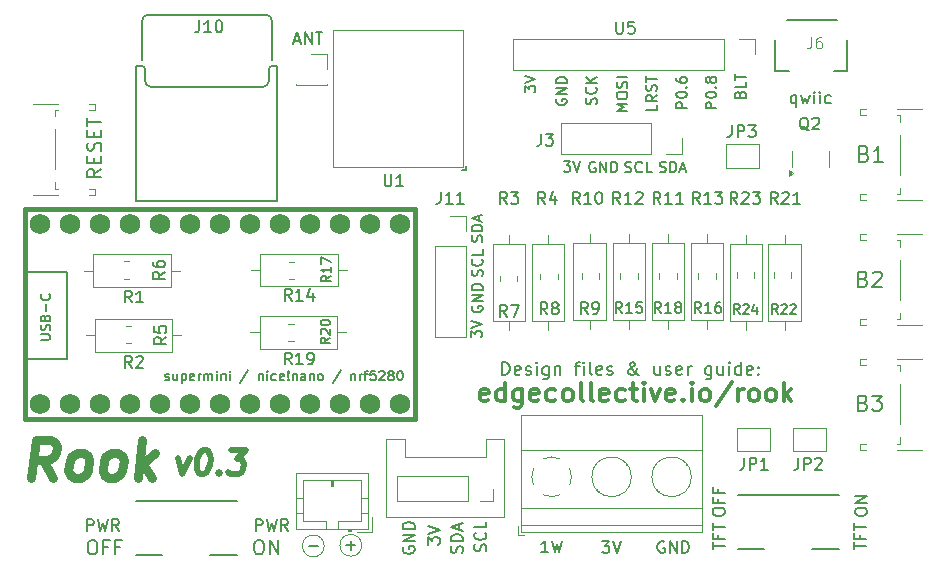
<source format=gbr>
%TF.GenerationSoftware,KiCad,Pcbnew,8.0.6-8.0.6-0~ubuntu24.04.1*%
%TF.CreationDate,2026-02-19T00:00:45-05:00*%
%TF.ProjectId,rook,726f6f6b-2e6b-4696-9361-645f70636258,rev?*%
%TF.SameCoordinates,Original*%
%TF.FileFunction,Legend,Top*%
%TF.FilePolarity,Positive*%
%FSLAX46Y46*%
G04 Gerber Fmt 4.6, Leading zero omitted, Abs format (unit mm)*
G04 Created by KiCad (PCBNEW 8.0.6-8.0.6-0~ubuntu24.04.1) date 2026-02-19 00:00:45*
%MOMM*%
%LPD*%
G01*
G04 APERTURE LIST*
%ADD10C,0.200000*%
%ADD11C,0.750000*%
%ADD12C,0.100000*%
%ADD13C,0.150000*%
%ADD14C,0.300000*%
%ADD15C,0.500000*%
%ADD16C,0.081280*%
%ADD17C,0.152400*%
%ADD18C,0.120000*%
%ADD19C,0.381000*%
%ADD20C,0.127000*%
%ADD21C,1.752600*%
G04 APERTURE END LIST*
D10*
X38793482Y-27554980D02*
X38793482Y-26454980D01*
X38793482Y-26454980D02*
X39055387Y-26454980D01*
X39055387Y-26454980D02*
X39212530Y-26507361D01*
X39212530Y-26507361D02*
X39317292Y-26612123D01*
X39317292Y-26612123D02*
X39369673Y-26716885D01*
X39369673Y-26716885D02*
X39422054Y-26926409D01*
X39422054Y-26926409D02*
X39422054Y-27083552D01*
X39422054Y-27083552D02*
X39369673Y-27293076D01*
X39369673Y-27293076D02*
X39317292Y-27397838D01*
X39317292Y-27397838D02*
X39212530Y-27502600D01*
X39212530Y-27502600D02*
X39055387Y-27554980D01*
X39055387Y-27554980D02*
X38793482Y-27554980D01*
X40312530Y-27502600D02*
X40207768Y-27554980D01*
X40207768Y-27554980D02*
X39998244Y-27554980D01*
X39998244Y-27554980D02*
X39893482Y-27502600D01*
X39893482Y-27502600D02*
X39841101Y-27397838D01*
X39841101Y-27397838D02*
X39841101Y-26978790D01*
X39841101Y-26978790D02*
X39893482Y-26874028D01*
X39893482Y-26874028D02*
X39998244Y-26821647D01*
X39998244Y-26821647D02*
X40207768Y-26821647D01*
X40207768Y-26821647D02*
X40312530Y-26874028D01*
X40312530Y-26874028D02*
X40364911Y-26978790D01*
X40364911Y-26978790D02*
X40364911Y-27083552D01*
X40364911Y-27083552D02*
X39841101Y-27188314D01*
X40783958Y-27502600D02*
X40888720Y-27554980D01*
X40888720Y-27554980D02*
X41098244Y-27554980D01*
X41098244Y-27554980D02*
X41203006Y-27502600D01*
X41203006Y-27502600D02*
X41255387Y-27397838D01*
X41255387Y-27397838D02*
X41255387Y-27345457D01*
X41255387Y-27345457D02*
X41203006Y-27240695D01*
X41203006Y-27240695D02*
X41098244Y-27188314D01*
X41098244Y-27188314D02*
X40941101Y-27188314D01*
X40941101Y-27188314D02*
X40836339Y-27135933D01*
X40836339Y-27135933D02*
X40783958Y-27031171D01*
X40783958Y-27031171D02*
X40783958Y-26978790D01*
X40783958Y-26978790D02*
X40836339Y-26874028D01*
X40836339Y-26874028D02*
X40941101Y-26821647D01*
X40941101Y-26821647D02*
X41098244Y-26821647D01*
X41098244Y-26821647D02*
X41203006Y-26874028D01*
X41726815Y-27554980D02*
X41726815Y-26821647D01*
X41726815Y-26454980D02*
X41674434Y-26507361D01*
X41674434Y-26507361D02*
X41726815Y-26559742D01*
X41726815Y-26559742D02*
X41779196Y-26507361D01*
X41779196Y-26507361D02*
X41726815Y-26454980D01*
X41726815Y-26454980D02*
X41726815Y-26559742D01*
X42722054Y-26821647D02*
X42722054Y-27712123D01*
X42722054Y-27712123D02*
X42669673Y-27816885D01*
X42669673Y-27816885D02*
X42617292Y-27869266D01*
X42617292Y-27869266D02*
X42512530Y-27921647D01*
X42512530Y-27921647D02*
X42355387Y-27921647D01*
X42355387Y-27921647D02*
X42250625Y-27869266D01*
X42722054Y-27502600D02*
X42617292Y-27554980D01*
X42617292Y-27554980D02*
X42407768Y-27554980D01*
X42407768Y-27554980D02*
X42303006Y-27502600D01*
X42303006Y-27502600D02*
X42250625Y-27450219D01*
X42250625Y-27450219D02*
X42198244Y-27345457D01*
X42198244Y-27345457D02*
X42198244Y-27031171D01*
X42198244Y-27031171D02*
X42250625Y-26926409D01*
X42250625Y-26926409D02*
X42303006Y-26874028D01*
X42303006Y-26874028D02*
X42407768Y-26821647D01*
X42407768Y-26821647D02*
X42617292Y-26821647D01*
X42617292Y-26821647D02*
X42722054Y-26874028D01*
X43245863Y-26821647D02*
X43245863Y-27554980D01*
X43245863Y-26926409D02*
X43298244Y-26874028D01*
X43298244Y-26874028D02*
X43403006Y-26821647D01*
X43403006Y-26821647D02*
X43560149Y-26821647D01*
X43560149Y-26821647D02*
X43664911Y-26874028D01*
X43664911Y-26874028D02*
X43717292Y-26978790D01*
X43717292Y-26978790D02*
X43717292Y-27554980D01*
X44922053Y-26821647D02*
X45341101Y-26821647D01*
X45079196Y-27554980D02*
X45079196Y-26612123D01*
X45079196Y-26612123D02*
X45131577Y-26507361D01*
X45131577Y-26507361D02*
X45236339Y-26454980D01*
X45236339Y-26454980D02*
X45341101Y-26454980D01*
X45707767Y-27554980D02*
X45707767Y-26821647D01*
X45707767Y-26454980D02*
X45655386Y-26507361D01*
X45655386Y-26507361D02*
X45707767Y-26559742D01*
X45707767Y-26559742D02*
X45760148Y-26507361D01*
X45760148Y-26507361D02*
X45707767Y-26454980D01*
X45707767Y-26454980D02*
X45707767Y-26559742D01*
X46388720Y-27554980D02*
X46283958Y-27502600D01*
X46283958Y-27502600D02*
X46231577Y-27397838D01*
X46231577Y-27397838D02*
X46231577Y-26454980D01*
X47226815Y-27502600D02*
X47122053Y-27554980D01*
X47122053Y-27554980D02*
X46912529Y-27554980D01*
X46912529Y-27554980D02*
X46807767Y-27502600D01*
X46807767Y-27502600D02*
X46755386Y-27397838D01*
X46755386Y-27397838D02*
X46755386Y-26978790D01*
X46755386Y-26978790D02*
X46807767Y-26874028D01*
X46807767Y-26874028D02*
X46912529Y-26821647D01*
X46912529Y-26821647D02*
X47122053Y-26821647D01*
X47122053Y-26821647D02*
X47226815Y-26874028D01*
X47226815Y-26874028D02*
X47279196Y-26978790D01*
X47279196Y-26978790D02*
X47279196Y-27083552D01*
X47279196Y-27083552D02*
X46755386Y-27188314D01*
X47698243Y-27502600D02*
X47803005Y-27554980D01*
X47803005Y-27554980D02*
X48012529Y-27554980D01*
X48012529Y-27554980D02*
X48117291Y-27502600D01*
X48117291Y-27502600D02*
X48169672Y-27397838D01*
X48169672Y-27397838D02*
X48169672Y-27345457D01*
X48169672Y-27345457D02*
X48117291Y-27240695D01*
X48117291Y-27240695D02*
X48012529Y-27188314D01*
X48012529Y-27188314D02*
X47855386Y-27188314D01*
X47855386Y-27188314D02*
X47750624Y-27135933D01*
X47750624Y-27135933D02*
X47698243Y-27031171D01*
X47698243Y-27031171D02*
X47698243Y-26978790D01*
X47698243Y-26978790D02*
X47750624Y-26874028D01*
X47750624Y-26874028D02*
X47855386Y-26821647D01*
X47855386Y-26821647D02*
X48012529Y-26821647D01*
X48012529Y-26821647D02*
X48117291Y-26874028D01*
X50369671Y-27554980D02*
X50317291Y-27554980D01*
X50317291Y-27554980D02*
X50212529Y-27502600D01*
X50212529Y-27502600D02*
X50055386Y-27345457D01*
X50055386Y-27345457D02*
X49793481Y-27031171D01*
X49793481Y-27031171D02*
X49688719Y-26874028D01*
X49688719Y-26874028D02*
X49636338Y-26716885D01*
X49636338Y-26716885D02*
X49636338Y-26612123D01*
X49636338Y-26612123D02*
X49688719Y-26507361D01*
X49688719Y-26507361D02*
X49793481Y-26454980D01*
X49793481Y-26454980D02*
X49845862Y-26454980D01*
X49845862Y-26454980D02*
X49950624Y-26507361D01*
X49950624Y-26507361D02*
X50003005Y-26612123D01*
X50003005Y-26612123D02*
X50003005Y-26664504D01*
X50003005Y-26664504D02*
X49950624Y-26769266D01*
X49950624Y-26769266D02*
X49898243Y-26821647D01*
X49898243Y-26821647D02*
X49583957Y-27031171D01*
X49583957Y-27031171D02*
X49531576Y-27083552D01*
X49531576Y-27083552D02*
X49479195Y-27188314D01*
X49479195Y-27188314D02*
X49479195Y-27345457D01*
X49479195Y-27345457D02*
X49531576Y-27450219D01*
X49531576Y-27450219D02*
X49583957Y-27502600D01*
X49583957Y-27502600D02*
X49688719Y-27554980D01*
X49688719Y-27554980D02*
X49845862Y-27554980D01*
X49845862Y-27554980D02*
X49950624Y-27502600D01*
X49950624Y-27502600D02*
X50003005Y-27450219D01*
X50003005Y-27450219D02*
X50160148Y-27240695D01*
X50160148Y-27240695D02*
X50212529Y-27083552D01*
X50212529Y-27083552D02*
X50212529Y-26978790D01*
X52150624Y-26821647D02*
X52150624Y-27554980D01*
X51679195Y-26821647D02*
X51679195Y-27397838D01*
X51679195Y-27397838D02*
X51731576Y-27502600D01*
X51731576Y-27502600D02*
X51836338Y-27554980D01*
X51836338Y-27554980D02*
X51993481Y-27554980D01*
X51993481Y-27554980D02*
X52098243Y-27502600D01*
X52098243Y-27502600D02*
X52150624Y-27450219D01*
X52622052Y-27502600D02*
X52726814Y-27554980D01*
X52726814Y-27554980D02*
X52936338Y-27554980D01*
X52936338Y-27554980D02*
X53041100Y-27502600D01*
X53041100Y-27502600D02*
X53093481Y-27397838D01*
X53093481Y-27397838D02*
X53093481Y-27345457D01*
X53093481Y-27345457D02*
X53041100Y-27240695D01*
X53041100Y-27240695D02*
X52936338Y-27188314D01*
X52936338Y-27188314D02*
X52779195Y-27188314D01*
X52779195Y-27188314D02*
X52674433Y-27135933D01*
X52674433Y-27135933D02*
X52622052Y-27031171D01*
X52622052Y-27031171D02*
X52622052Y-26978790D01*
X52622052Y-26978790D02*
X52674433Y-26874028D01*
X52674433Y-26874028D02*
X52779195Y-26821647D01*
X52779195Y-26821647D02*
X52936338Y-26821647D01*
X52936338Y-26821647D02*
X53041100Y-26874028D01*
X53983957Y-27502600D02*
X53879195Y-27554980D01*
X53879195Y-27554980D02*
X53669671Y-27554980D01*
X53669671Y-27554980D02*
X53564909Y-27502600D01*
X53564909Y-27502600D02*
X53512528Y-27397838D01*
X53512528Y-27397838D02*
X53512528Y-26978790D01*
X53512528Y-26978790D02*
X53564909Y-26874028D01*
X53564909Y-26874028D02*
X53669671Y-26821647D01*
X53669671Y-26821647D02*
X53879195Y-26821647D01*
X53879195Y-26821647D02*
X53983957Y-26874028D01*
X53983957Y-26874028D02*
X54036338Y-26978790D01*
X54036338Y-26978790D02*
X54036338Y-27083552D01*
X54036338Y-27083552D02*
X53512528Y-27188314D01*
X54507766Y-27554980D02*
X54507766Y-26821647D01*
X54507766Y-27031171D02*
X54560147Y-26926409D01*
X54560147Y-26926409D02*
X54612528Y-26874028D01*
X54612528Y-26874028D02*
X54717290Y-26821647D01*
X54717290Y-26821647D02*
X54822052Y-26821647D01*
X56498242Y-26821647D02*
X56498242Y-27712123D01*
X56498242Y-27712123D02*
X56445861Y-27816885D01*
X56445861Y-27816885D02*
X56393480Y-27869266D01*
X56393480Y-27869266D02*
X56288718Y-27921647D01*
X56288718Y-27921647D02*
X56131575Y-27921647D01*
X56131575Y-27921647D02*
X56026813Y-27869266D01*
X56498242Y-27502600D02*
X56393480Y-27554980D01*
X56393480Y-27554980D02*
X56183956Y-27554980D01*
X56183956Y-27554980D02*
X56079194Y-27502600D01*
X56079194Y-27502600D02*
X56026813Y-27450219D01*
X56026813Y-27450219D02*
X55974432Y-27345457D01*
X55974432Y-27345457D02*
X55974432Y-27031171D01*
X55974432Y-27031171D02*
X56026813Y-26926409D01*
X56026813Y-26926409D02*
X56079194Y-26874028D01*
X56079194Y-26874028D02*
X56183956Y-26821647D01*
X56183956Y-26821647D02*
X56393480Y-26821647D01*
X56393480Y-26821647D02*
X56498242Y-26874028D01*
X57493480Y-26821647D02*
X57493480Y-27554980D01*
X57022051Y-26821647D02*
X57022051Y-27397838D01*
X57022051Y-27397838D02*
X57074432Y-27502600D01*
X57074432Y-27502600D02*
X57179194Y-27554980D01*
X57179194Y-27554980D02*
X57336337Y-27554980D01*
X57336337Y-27554980D02*
X57441099Y-27502600D01*
X57441099Y-27502600D02*
X57493480Y-27450219D01*
X58017289Y-27554980D02*
X58017289Y-26821647D01*
X58017289Y-26454980D02*
X57964908Y-26507361D01*
X57964908Y-26507361D02*
X58017289Y-26559742D01*
X58017289Y-26559742D02*
X58069670Y-26507361D01*
X58069670Y-26507361D02*
X58017289Y-26454980D01*
X58017289Y-26454980D02*
X58017289Y-26559742D01*
X59012528Y-27554980D02*
X59012528Y-26454980D01*
X59012528Y-27502600D02*
X58907766Y-27554980D01*
X58907766Y-27554980D02*
X58698242Y-27554980D01*
X58698242Y-27554980D02*
X58593480Y-27502600D01*
X58593480Y-27502600D02*
X58541099Y-27450219D01*
X58541099Y-27450219D02*
X58488718Y-27345457D01*
X58488718Y-27345457D02*
X58488718Y-27031171D01*
X58488718Y-27031171D02*
X58541099Y-26926409D01*
X58541099Y-26926409D02*
X58593480Y-26874028D01*
X58593480Y-26874028D02*
X58698242Y-26821647D01*
X58698242Y-26821647D02*
X58907766Y-26821647D01*
X58907766Y-26821647D02*
X59012528Y-26874028D01*
X59955385Y-27502600D02*
X59850623Y-27554980D01*
X59850623Y-27554980D02*
X59641099Y-27554980D01*
X59641099Y-27554980D02*
X59536337Y-27502600D01*
X59536337Y-27502600D02*
X59483956Y-27397838D01*
X59483956Y-27397838D02*
X59483956Y-26978790D01*
X59483956Y-26978790D02*
X59536337Y-26874028D01*
X59536337Y-26874028D02*
X59641099Y-26821647D01*
X59641099Y-26821647D02*
X59850623Y-26821647D01*
X59850623Y-26821647D02*
X59955385Y-26874028D01*
X59955385Y-26874028D02*
X60007766Y-26978790D01*
X60007766Y-26978790D02*
X60007766Y-27083552D01*
X60007766Y-27083552D02*
X59483956Y-27188314D01*
X60479194Y-27450219D02*
X60531575Y-27502600D01*
X60531575Y-27502600D02*
X60479194Y-27554980D01*
X60479194Y-27554980D02*
X60426813Y-27502600D01*
X60426813Y-27502600D02*
X60479194Y-27450219D01*
X60479194Y-27450219D02*
X60479194Y-27554980D01*
X60479194Y-26874028D02*
X60531575Y-26926409D01*
X60531575Y-26926409D02*
X60479194Y-26978790D01*
X60479194Y-26978790D02*
X60426813Y-26926409D01*
X60426813Y-26926409D02*
X60479194Y-26874028D01*
X60479194Y-26874028D02*
X60479194Y-26978790D01*
D11*
X764849Y-36269380D02*
X-111340Y-34745571D01*
X-1063721Y-36269380D02*
X-663721Y-33069380D01*
X-663721Y-33069380D02*
X555325Y-33069380D01*
X555325Y-33069380D02*
X841040Y-33221761D01*
X841040Y-33221761D02*
X974373Y-33374142D01*
X974373Y-33374142D02*
X1088659Y-33678904D01*
X1088659Y-33678904D02*
X1031516Y-34136047D01*
X1031516Y-34136047D02*
X841040Y-34440809D01*
X841040Y-34440809D02*
X669611Y-34593190D01*
X669611Y-34593190D02*
X345801Y-34745571D01*
X345801Y-34745571D02*
X-873245Y-34745571D01*
X2593421Y-36269380D02*
X2307706Y-36117000D01*
X2307706Y-36117000D02*
X2174373Y-35964619D01*
X2174373Y-35964619D02*
X2060087Y-35659857D01*
X2060087Y-35659857D02*
X2174373Y-34745571D01*
X2174373Y-34745571D02*
X2364849Y-34440809D01*
X2364849Y-34440809D02*
X2536278Y-34288428D01*
X2536278Y-34288428D02*
X2860087Y-34136047D01*
X2860087Y-34136047D02*
X3317230Y-34136047D01*
X3317230Y-34136047D02*
X3602944Y-34288428D01*
X3602944Y-34288428D02*
X3736278Y-34440809D01*
X3736278Y-34440809D02*
X3850563Y-34745571D01*
X3850563Y-34745571D02*
X3736278Y-35659857D01*
X3736278Y-35659857D02*
X3545801Y-35964619D01*
X3545801Y-35964619D02*
X3374373Y-36117000D01*
X3374373Y-36117000D02*
X3050563Y-36269380D01*
X3050563Y-36269380D02*
X2593421Y-36269380D01*
X5488659Y-36269380D02*
X5202944Y-36117000D01*
X5202944Y-36117000D02*
X5069611Y-35964619D01*
X5069611Y-35964619D02*
X4955325Y-35659857D01*
X4955325Y-35659857D02*
X5069611Y-34745571D01*
X5069611Y-34745571D02*
X5260087Y-34440809D01*
X5260087Y-34440809D02*
X5431516Y-34288428D01*
X5431516Y-34288428D02*
X5755325Y-34136047D01*
X5755325Y-34136047D02*
X6212468Y-34136047D01*
X6212468Y-34136047D02*
X6498182Y-34288428D01*
X6498182Y-34288428D02*
X6631516Y-34440809D01*
X6631516Y-34440809D02*
X6745801Y-34745571D01*
X6745801Y-34745571D02*
X6631516Y-35659857D01*
X6631516Y-35659857D02*
X6441039Y-35964619D01*
X6441039Y-35964619D02*
X6269611Y-36117000D01*
X6269611Y-36117000D02*
X5945801Y-36269380D01*
X5945801Y-36269380D02*
X5488659Y-36269380D01*
X7926754Y-36269380D02*
X8326754Y-33069380D01*
X8383897Y-35050333D02*
X9145801Y-36269380D01*
X9412468Y-34136047D02*
X8041039Y-35355095D01*
D12*
X23721954Y-42025000D02*
G75*
G02*
X21878046Y-42025000I-921954J0D01*
G01*
X21878046Y-42025000D02*
G75*
G02*
X23721954Y-42025000I921954J0D01*
G01*
X26896954Y-41975000D02*
G75*
G02*
X25053046Y-41975000I-921954J0D01*
G01*
X25053046Y-41975000D02*
G75*
G02*
X26896954Y-41975000I921954J0D01*
G01*
D13*
X52120112Y-10339200D02*
X52248684Y-10382057D01*
X52248684Y-10382057D02*
X52462969Y-10382057D01*
X52462969Y-10382057D02*
X52548684Y-10339200D01*
X52548684Y-10339200D02*
X52591541Y-10296342D01*
X52591541Y-10296342D02*
X52634398Y-10210628D01*
X52634398Y-10210628D02*
X52634398Y-10124914D01*
X52634398Y-10124914D02*
X52591541Y-10039200D01*
X52591541Y-10039200D02*
X52548684Y-9996342D01*
X52548684Y-9996342D02*
X52462969Y-9953485D01*
X52462969Y-9953485D02*
X52291541Y-9910628D01*
X52291541Y-9910628D02*
X52205826Y-9867771D01*
X52205826Y-9867771D02*
X52162969Y-9824914D01*
X52162969Y-9824914D02*
X52120112Y-9739200D01*
X52120112Y-9739200D02*
X52120112Y-9653485D01*
X52120112Y-9653485D02*
X52162969Y-9567771D01*
X52162969Y-9567771D02*
X52205826Y-9524914D01*
X52205826Y-9524914D02*
X52291541Y-9482057D01*
X52291541Y-9482057D02*
X52505826Y-9482057D01*
X52505826Y-9482057D02*
X52634398Y-9524914D01*
X53020112Y-10382057D02*
X53020112Y-9482057D01*
X53020112Y-9482057D02*
X53234398Y-9482057D01*
X53234398Y-9482057D02*
X53362969Y-9524914D01*
X53362969Y-9524914D02*
X53448684Y-9610628D01*
X53448684Y-9610628D02*
X53491541Y-9696342D01*
X53491541Y-9696342D02*
X53534398Y-9867771D01*
X53534398Y-9867771D02*
X53534398Y-9996342D01*
X53534398Y-9996342D02*
X53491541Y-10167771D01*
X53491541Y-10167771D02*
X53448684Y-10253485D01*
X53448684Y-10253485D02*
X53362969Y-10339200D01*
X53362969Y-10339200D02*
X53234398Y-10382057D01*
X53234398Y-10382057D02*
X53020112Y-10382057D01*
X53877255Y-10124914D02*
X54305827Y-10124914D01*
X53791541Y-10382057D02*
X54091541Y-9482057D01*
X54091541Y-9482057D02*
X54391541Y-10382057D01*
D14*
X37587844Y-29712400D02*
X37435463Y-29788590D01*
X37435463Y-29788590D02*
X37130701Y-29788590D01*
X37130701Y-29788590D02*
X36978320Y-29712400D01*
X36978320Y-29712400D02*
X36902129Y-29560019D01*
X36902129Y-29560019D02*
X36902129Y-28950495D01*
X36902129Y-28950495D02*
X36978320Y-28798114D01*
X36978320Y-28798114D02*
X37130701Y-28721923D01*
X37130701Y-28721923D02*
X37435463Y-28721923D01*
X37435463Y-28721923D02*
X37587844Y-28798114D01*
X37587844Y-28798114D02*
X37664034Y-28950495D01*
X37664034Y-28950495D02*
X37664034Y-29102876D01*
X37664034Y-29102876D02*
X36902129Y-29255257D01*
X39035463Y-29788590D02*
X39035463Y-28188590D01*
X39035463Y-29712400D02*
X38883082Y-29788590D01*
X38883082Y-29788590D02*
X38578320Y-29788590D01*
X38578320Y-29788590D02*
X38425939Y-29712400D01*
X38425939Y-29712400D02*
X38349749Y-29636209D01*
X38349749Y-29636209D02*
X38273558Y-29483828D01*
X38273558Y-29483828D02*
X38273558Y-29026685D01*
X38273558Y-29026685D02*
X38349749Y-28874304D01*
X38349749Y-28874304D02*
X38425939Y-28798114D01*
X38425939Y-28798114D02*
X38578320Y-28721923D01*
X38578320Y-28721923D02*
X38883082Y-28721923D01*
X38883082Y-28721923D02*
X39035463Y-28798114D01*
X40483082Y-28721923D02*
X40483082Y-30017161D01*
X40483082Y-30017161D02*
X40406892Y-30169542D01*
X40406892Y-30169542D02*
X40330701Y-30245733D01*
X40330701Y-30245733D02*
X40178320Y-30321923D01*
X40178320Y-30321923D02*
X39949749Y-30321923D01*
X39949749Y-30321923D02*
X39797368Y-30245733D01*
X40483082Y-29712400D02*
X40330701Y-29788590D01*
X40330701Y-29788590D02*
X40025939Y-29788590D01*
X40025939Y-29788590D02*
X39873558Y-29712400D01*
X39873558Y-29712400D02*
X39797368Y-29636209D01*
X39797368Y-29636209D02*
X39721177Y-29483828D01*
X39721177Y-29483828D02*
X39721177Y-29026685D01*
X39721177Y-29026685D02*
X39797368Y-28874304D01*
X39797368Y-28874304D02*
X39873558Y-28798114D01*
X39873558Y-28798114D02*
X40025939Y-28721923D01*
X40025939Y-28721923D02*
X40330701Y-28721923D01*
X40330701Y-28721923D02*
X40483082Y-28798114D01*
X41854511Y-29712400D02*
X41702130Y-29788590D01*
X41702130Y-29788590D02*
X41397368Y-29788590D01*
X41397368Y-29788590D02*
X41244987Y-29712400D01*
X41244987Y-29712400D02*
X41168796Y-29560019D01*
X41168796Y-29560019D02*
X41168796Y-28950495D01*
X41168796Y-28950495D02*
X41244987Y-28798114D01*
X41244987Y-28798114D02*
X41397368Y-28721923D01*
X41397368Y-28721923D02*
X41702130Y-28721923D01*
X41702130Y-28721923D02*
X41854511Y-28798114D01*
X41854511Y-28798114D02*
X41930701Y-28950495D01*
X41930701Y-28950495D02*
X41930701Y-29102876D01*
X41930701Y-29102876D02*
X41168796Y-29255257D01*
X43302130Y-29712400D02*
X43149749Y-29788590D01*
X43149749Y-29788590D02*
X42844987Y-29788590D01*
X42844987Y-29788590D02*
X42692606Y-29712400D01*
X42692606Y-29712400D02*
X42616416Y-29636209D01*
X42616416Y-29636209D02*
X42540225Y-29483828D01*
X42540225Y-29483828D02*
X42540225Y-29026685D01*
X42540225Y-29026685D02*
X42616416Y-28874304D01*
X42616416Y-28874304D02*
X42692606Y-28798114D01*
X42692606Y-28798114D02*
X42844987Y-28721923D01*
X42844987Y-28721923D02*
X43149749Y-28721923D01*
X43149749Y-28721923D02*
X43302130Y-28798114D01*
X44216416Y-29788590D02*
X44064035Y-29712400D01*
X44064035Y-29712400D02*
X43987845Y-29636209D01*
X43987845Y-29636209D02*
X43911654Y-29483828D01*
X43911654Y-29483828D02*
X43911654Y-29026685D01*
X43911654Y-29026685D02*
X43987845Y-28874304D01*
X43987845Y-28874304D02*
X44064035Y-28798114D01*
X44064035Y-28798114D02*
X44216416Y-28721923D01*
X44216416Y-28721923D02*
X44444988Y-28721923D01*
X44444988Y-28721923D02*
X44597369Y-28798114D01*
X44597369Y-28798114D02*
X44673559Y-28874304D01*
X44673559Y-28874304D02*
X44749750Y-29026685D01*
X44749750Y-29026685D02*
X44749750Y-29483828D01*
X44749750Y-29483828D02*
X44673559Y-29636209D01*
X44673559Y-29636209D02*
X44597369Y-29712400D01*
X44597369Y-29712400D02*
X44444988Y-29788590D01*
X44444988Y-29788590D02*
X44216416Y-29788590D01*
X45664035Y-29788590D02*
X45511654Y-29712400D01*
X45511654Y-29712400D02*
X45435464Y-29560019D01*
X45435464Y-29560019D02*
X45435464Y-28188590D01*
X46502130Y-29788590D02*
X46349749Y-29712400D01*
X46349749Y-29712400D02*
X46273559Y-29560019D01*
X46273559Y-29560019D02*
X46273559Y-28188590D01*
X47721178Y-29712400D02*
X47568797Y-29788590D01*
X47568797Y-29788590D02*
X47264035Y-29788590D01*
X47264035Y-29788590D02*
X47111654Y-29712400D01*
X47111654Y-29712400D02*
X47035463Y-29560019D01*
X47035463Y-29560019D02*
X47035463Y-28950495D01*
X47035463Y-28950495D02*
X47111654Y-28798114D01*
X47111654Y-28798114D02*
X47264035Y-28721923D01*
X47264035Y-28721923D02*
X47568797Y-28721923D01*
X47568797Y-28721923D02*
X47721178Y-28798114D01*
X47721178Y-28798114D02*
X47797368Y-28950495D01*
X47797368Y-28950495D02*
X47797368Y-29102876D01*
X47797368Y-29102876D02*
X47035463Y-29255257D01*
X49168797Y-29712400D02*
X49016416Y-29788590D01*
X49016416Y-29788590D02*
X48711654Y-29788590D01*
X48711654Y-29788590D02*
X48559273Y-29712400D01*
X48559273Y-29712400D02*
X48483083Y-29636209D01*
X48483083Y-29636209D02*
X48406892Y-29483828D01*
X48406892Y-29483828D02*
X48406892Y-29026685D01*
X48406892Y-29026685D02*
X48483083Y-28874304D01*
X48483083Y-28874304D02*
X48559273Y-28798114D01*
X48559273Y-28798114D02*
X48711654Y-28721923D01*
X48711654Y-28721923D02*
X49016416Y-28721923D01*
X49016416Y-28721923D02*
X49168797Y-28798114D01*
X49625940Y-28721923D02*
X50235464Y-28721923D01*
X49854512Y-28188590D02*
X49854512Y-29560019D01*
X49854512Y-29560019D02*
X49930702Y-29712400D01*
X49930702Y-29712400D02*
X50083083Y-29788590D01*
X50083083Y-29788590D02*
X50235464Y-29788590D01*
X50768798Y-29788590D02*
X50768798Y-28721923D01*
X50768798Y-28188590D02*
X50692607Y-28264780D01*
X50692607Y-28264780D02*
X50768798Y-28340971D01*
X50768798Y-28340971D02*
X50844988Y-28264780D01*
X50844988Y-28264780D02*
X50768798Y-28188590D01*
X50768798Y-28188590D02*
X50768798Y-28340971D01*
X51378322Y-28721923D02*
X51759274Y-29788590D01*
X51759274Y-29788590D02*
X52140227Y-28721923D01*
X53359275Y-29712400D02*
X53206894Y-29788590D01*
X53206894Y-29788590D02*
X52902132Y-29788590D01*
X52902132Y-29788590D02*
X52749751Y-29712400D01*
X52749751Y-29712400D02*
X52673560Y-29560019D01*
X52673560Y-29560019D02*
X52673560Y-28950495D01*
X52673560Y-28950495D02*
X52749751Y-28798114D01*
X52749751Y-28798114D02*
X52902132Y-28721923D01*
X52902132Y-28721923D02*
X53206894Y-28721923D01*
X53206894Y-28721923D02*
X53359275Y-28798114D01*
X53359275Y-28798114D02*
X53435465Y-28950495D01*
X53435465Y-28950495D02*
X53435465Y-29102876D01*
X53435465Y-29102876D02*
X52673560Y-29255257D01*
X54121180Y-29636209D02*
X54197370Y-29712400D01*
X54197370Y-29712400D02*
X54121180Y-29788590D01*
X54121180Y-29788590D02*
X54044989Y-29712400D01*
X54044989Y-29712400D02*
X54121180Y-29636209D01*
X54121180Y-29636209D02*
X54121180Y-29788590D01*
X54883085Y-29788590D02*
X54883085Y-28721923D01*
X54883085Y-28188590D02*
X54806894Y-28264780D01*
X54806894Y-28264780D02*
X54883085Y-28340971D01*
X54883085Y-28340971D02*
X54959275Y-28264780D01*
X54959275Y-28264780D02*
X54883085Y-28188590D01*
X54883085Y-28188590D02*
X54883085Y-28340971D01*
X55873561Y-29788590D02*
X55721180Y-29712400D01*
X55721180Y-29712400D02*
X55644990Y-29636209D01*
X55644990Y-29636209D02*
X55568799Y-29483828D01*
X55568799Y-29483828D02*
X55568799Y-29026685D01*
X55568799Y-29026685D02*
X55644990Y-28874304D01*
X55644990Y-28874304D02*
X55721180Y-28798114D01*
X55721180Y-28798114D02*
X55873561Y-28721923D01*
X55873561Y-28721923D02*
X56102133Y-28721923D01*
X56102133Y-28721923D02*
X56254514Y-28798114D01*
X56254514Y-28798114D02*
X56330704Y-28874304D01*
X56330704Y-28874304D02*
X56406895Y-29026685D01*
X56406895Y-29026685D02*
X56406895Y-29483828D01*
X56406895Y-29483828D02*
X56330704Y-29636209D01*
X56330704Y-29636209D02*
X56254514Y-29712400D01*
X56254514Y-29712400D02*
X56102133Y-29788590D01*
X56102133Y-29788590D02*
X55873561Y-29788590D01*
X58235466Y-28112400D02*
X56864037Y-30169542D01*
X58768799Y-29788590D02*
X58768799Y-28721923D01*
X58768799Y-29026685D02*
X58844989Y-28874304D01*
X58844989Y-28874304D02*
X58921180Y-28798114D01*
X58921180Y-28798114D02*
X59073561Y-28721923D01*
X59073561Y-28721923D02*
X59225942Y-28721923D01*
X59987846Y-29788590D02*
X59835465Y-29712400D01*
X59835465Y-29712400D02*
X59759275Y-29636209D01*
X59759275Y-29636209D02*
X59683084Y-29483828D01*
X59683084Y-29483828D02*
X59683084Y-29026685D01*
X59683084Y-29026685D02*
X59759275Y-28874304D01*
X59759275Y-28874304D02*
X59835465Y-28798114D01*
X59835465Y-28798114D02*
X59987846Y-28721923D01*
X59987846Y-28721923D02*
X60216418Y-28721923D01*
X60216418Y-28721923D02*
X60368799Y-28798114D01*
X60368799Y-28798114D02*
X60444989Y-28874304D01*
X60444989Y-28874304D02*
X60521180Y-29026685D01*
X60521180Y-29026685D02*
X60521180Y-29483828D01*
X60521180Y-29483828D02*
X60444989Y-29636209D01*
X60444989Y-29636209D02*
X60368799Y-29712400D01*
X60368799Y-29712400D02*
X60216418Y-29788590D01*
X60216418Y-29788590D02*
X59987846Y-29788590D01*
X61435465Y-29788590D02*
X61283084Y-29712400D01*
X61283084Y-29712400D02*
X61206894Y-29636209D01*
X61206894Y-29636209D02*
X61130703Y-29483828D01*
X61130703Y-29483828D02*
X61130703Y-29026685D01*
X61130703Y-29026685D02*
X61206894Y-28874304D01*
X61206894Y-28874304D02*
X61283084Y-28798114D01*
X61283084Y-28798114D02*
X61435465Y-28721923D01*
X61435465Y-28721923D02*
X61664037Y-28721923D01*
X61664037Y-28721923D02*
X61816418Y-28798114D01*
X61816418Y-28798114D02*
X61892608Y-28874304D01*
X61892608Y-28874304D02*
X61968799Y-29026685D01*
X61968799Y-29026685D02*
X61968799Y-29483828D01*
X61968799Y-29483828D02*
X61892608Y-29636209D01*
X61892608Y-29636209D02*
X61816418Y-29712400D01*
X61816418Y-29712400D02*
X61664037Y-29788590D01*
X61664037Y-29788590D02*
X61435465Y-29788590D01*
X62654513Y-29788590D02*
X62654513Y-28188590D01*
X62806894Y-29179066D02*
X63264037Y-29788590D01*
X63264037Y-28721923D02*
X62654513Y-29331447D01*
D13*
X49220112Y-10364200D02*
X49348684Y-10407057D01*
X49348684Y-10407057D02*
X49562969Y-10407057D01*
X49562969Y-10407057D02*
X49648684Y-10364200D01*
X49648684Y-10364200D02*
X49691541Y-10321342D01*
X49691541Y-10321342D02*
X49734398Y-10235628D01*
X49734398Y-10235628D02*
X49734398Y-10149914D01*
X49734398Y-10149914D02*
X49691541Y-10064200D01*
X49691541Y-10064200D02*
X49648684Y-10021342D01*
X49648684Y-10021342D02*
X49562969Y-9978485D01*
X49562969Y-9978485D02*
X49391541Y-9935628D01*
X49391541Y-9935628D02*
X49305826Y-9892771D01*
X49305826Y-9892771D02*
X49262969Y-9849914D01*
X49262969Y-9849914D02*
X49220112Y-9764200D01*
X49220112Y-9764200D02*
X49220112Y-9678485D01*
X49220112Y-9678485D02*
X49262969Y-9592771D01*
X49262969Y-9592771D02*
X49305826Y-9549914D01*
X49305826Y-9549914D02*
X49391541Y-9507057D01*
X49391541Y-9507057D02*
X49605826Y-9507057D01*
X49605826Y-9507057D02*
X49734398Y-9549914D01*
X50634398Y-10321342D02*
X50591541Y-10364200D01*
X50591541Y-10364200D02*
X50462969Y-10407057D01*
X50462969Y-10407057D02*
X50377255Y-10407057D01*
X50377255Y-10407057D02*
X50248684Y-10364200D01*
X50248684Y-10364200D02*
X50162969Y-10278485D01*
X50162969Y-10278485D02*
X50120112Y-10192771D01*
X50120112Y-10192771D02*
X50077255Y-10021342D01*
X50077255Y-10021342D02*
X50077255Y-9892771D01*
X50077255Y-9892771D02*
X50120112Y-9721342D01*
X50120112Y-9721342D02*
X50162969Y-9635628D01*
X50162969Y-9635628D02*
X50248684Y-9549914D01*
X50248684Y-9549914D02*
X50377255Y-9507057D01*
X50377255Y-9507057D02*
X50462969Y-9507057D01*
X50462969Y-9507057D02*
X50591541Y-9549914D01*
X50591541Y-9549914D02*
X50634398Y-9592771D01*
X51448684Y-10407057D02*
X51020112Y-10407057D01*
X51020112Y-10407057D02*
X51020112Y-9507057D01*
X46659398Y-9549914D02*
X46573684Y-9507057D01*
X46573684Y-9507057D02*
X46445112Y-9507057D01*
X46445112Y-9507057D02*
X46316541Y-9549914D01*
X46316541Y-9549914D02*
X46230826Y-9635628D01*
X46230826Y-9635628D02*
X46187969Y-9721342D01*
X46187969Y-9721342D02*
X46145112Y-9892771D01*
X46145112Y-9892771D02*
X46145112Y-10021342D01*
X46145112Y-10021342D02*
X46187969Y-10192771D01*
X46187969Y-10192771D02*
X46230826Y-10278485D01*
X46230826Y-10278485D02*
X46316541Y-10364200D01*
X46316541Y-10364200D02*
X46445112Y-10407057D01*
X46445112Y-10407057D02*
X46530826Y-10407057D01*
X46530826Y-10407057D02*
X46659398Y-10364200D01*
X46659398Y-10364200D02*
X46702255Y-10321342D01*
X46702255Y-10321342D02*
X46702255Y-10021342D01*
X46702255Y-10021342D02*
X46530826Y-10021342D01*
X47087969Y-10407057D02*
X47087969Y-9507057D01*
X47087969Y-9507057D02*
X47602255Y-10407057D01*
X47602255Y-10407057D02*
X47602255Y-9507057D01*
X48030826Y-10407057D02*
X48030826Y-9507057D01*
X48030826Y-9507057D02*
X48245112Y-9507057D01*
X48245112Y-9507057D02*
X48373683Y-9549914D01*
X48373683Y-9549914D02*
X48459398Y-9635628D01*
X48459398Y-9635628D02*
X48502255Y-9721342D01*
X48502255Y-9721342D02*
X48545112Y-9892771D01*
X48545112Y-9892771D02*
X48545112Y-10021342D01*
X48545112Y-10021342D02*
X48502255Y-10192771D01*
X48502255Y-10192771D02*
X48459398Y-10278485D01*
X48459398Y-10278485D02*
X48373683Y-10364200D01*
X48373683Y-10364200D02*
X48245112Y-10407057D01*
X48245112Y-10407057D02*
X48030826Y-10407057D01*
X51882057Y-4658458D02*
X51882057Y-5087030D01*
X51882057Y-5087030D02*
X50982057Y-5087030D01*
X51882057Y-3844173D02*
X51453485Y-4144173D01*
X51882057Y-4358459D02*
X50982057Y-4358459D01*
X50982057Y-4358459D02*
X50982057Y-4015602D01*
X50982057Y-4015602D02*
X51024914Y-3929887D01*
X51024914Y-3929887D02*
X51067771Y-3887030D01*
X51067771Y-3887030D02*
X51153485Y-3844173D01*
X51153485Y-3844173D02*
X51282057Y-3844173D01*
X51282057Y-3844173D02*
X51367771Y-3887030D01*
X51367771Y-3887030D02*
X51410628Y-3929887D01*
X51410628Y-3929887D02*
X51453485Y-4015602D01*
X51453485Y-4015602D02*
X51453485Y-4358459D01*
X51839200Y-3501316D02*
X51882057Y-3372745D01*
X51882057Y-3372745D02*
X51882057Y-3158459D01*
X51882057Y-3158459D02*
X51839200Y-3072745D01*
X51839200Y-3072745D02*
X51796342Y-3029887D01*
X51796342Y-3029887D02*
X51710628Y-2987030D01*
X51710628Y-2987030D02*
X51624914Y-2987030D01*
X51624914Y-2987030D02*
X51539200Y-3029887D01*
X51539200Y-3029887D02*
X51496342Y-3072745D01*
X51496342Y-3072745D02*
X51453485Y-3158459D01*
X51453485Y-3158459D02*
X51410628Y-3329887D01*
X51410628Y-3329887D02*
X51367771Y-3415602D01*
X51367771Y-3415602D02*
X51324914Y-3458459D01*
X51324914Y-3458459D02*
X51239200Y-3501316D01*
X51239200Y-3501316D02*
X51153485Y-3501316D01*
X51153485Y-3501316D02*
X51067771Y-3458459D01*
X51067771Y-3458459D02*
X51024914Y-3415602D01*
X51024914Y-3415602D02*
X50982057Y-3329887D01*
X50982057Y-3329887D02*
X50982057Y-3115602D01*
X50982057Y-3115602D02*
X51024914Y-2987030D01*
X50982057Y-2729887D02*
X50982057Y-2215602D01*
X51882057Y-2472744D02*
X50982057Y-2472744D01*
X68669819Y-39222744D02*
X68669819Y-39032268D01*
X68669819Y-39032268D02*
X68717438Y-38937030D01*
X68717438Y-38937030D02*
X68812676Y-38841792D01*
X68812676Y-38841792D02*
X69003152Y-38794173D01*
X69003152Y-38794173D02*
X69336485Y-38794173D01*
X69336485Y-38794173D02*
X69526961Y-38841792D01*
X69526961Y-38841792D02*
X69622200Y-38937030D01*
X69622200Y-38937030D02*
X69669819Y-39032268D01*
X69669819Y-39032268D02*
X69669819Y-39222744D01*
X69669819Y-39222744D02*
X69622200Y-39317982D01*
X69622200Y-39317982D02*
X69526961Y-39413220D01*
X69526961Y-39413220D02*
X69336485Y-39460839D01*
X69336485Y-39460839D02*
X69003152Y-39460839D01*
X69003152Y-39460839D02*
X68812676Y-39413220D01*
X68812676Y-39413220D02*
X68717438Y-39317982D01*
X68717438Y-39317982D02*
X68669819Y-39222744D01*
X69669819Y-38365601D02*
X68669819Y-38365601D01*
X68669819Y-38365601D02*
X69669819Y-37794173D01*
X69669819Y-37794173D02*
X68669819Y-37794173D01*
X25963866Y-42360174D02*
X25963866Y-41598270D01*
X26344819Y-41979222D02*
X25582914Y-41979222D01*
X36182057Y-24372744D02*
X36182057Y-23815601D01*
X36182057Y-23815601D02*
X36524914Y-24115601D01*
X36524914Y-24115601D02*
X36524914Y-23987030D01*
X36524914Y-23987030D02*
X36567771Y-23901316D01*
X36567771Y-23901316D02*
X36610628Y-23858458D01*
X36610628Y-23858458D02*
X36696342Y-23815601D01*
X36696342Y-23815601D02*
X36910628Y-23815601D01*
X36910628Y-23815601D02*
X36996342Y-23858458D01*
X36996342Y-23858458D02*
X37039200Y-23901316D01*
X37039200Y-23901316D02*
X37082057Y-23987030D01*
X37082057Y-23987030D02*
X37082057Y-24244173D01*
X37082057Y-24244173D02*
X37039200Y-24329887D01*
X37039200Y-24329887D02*
X36996342Y-24372744D01*
X36182057Y-23558458D02*
X37082057Y-23258458D01*
X37082057Y-23258458D02*
X36182057Y-22958458D01*
X37397200Y-42460839D02*
X37444819Y-42317982D01*
X37444819Y-42317982D02*
X37444819Y-42079887D01*
X37444819Y-42079887D02*
X37397200Y-41984649D01*
X37397200Y-41984649D02*
X37349580Y-41937030D01*
X37349580Y-41937030D02*
X37254342Y-41889411D01*
X37254342Y-41889411D02*
X37159104Y-41889411D01*
X37159104Y-41889411D02*
X37063866Y-41937030D01*
X37063866Y-41937030D02*
X37016247Y-41984649D01*
X37016247Y-41984649D02*
X36968628Y-42079887D01*
X36968628Y-42079887D02*
X36921009Y-42270363D01*
X36921009Y-42270363D02*
X36873390Y-42365601D01*
X36873390Y-42365601D02*
X36825771Y-42413220D01*
X36825771Y-42413220D02*
X36730533Y-42460839D01*
X36730533Y-42460839D02*
X36635295Y-42460839D01*
X36635295Y-42460839D02*
X36540057Y-42413220D01*
X36540057Y-42413220D02*
X36492438Y-42365601D01*
X36492438Y-42365601D02*
X36444819Y-42270363D01*
X36444819Y-42270363D02*
X36444819Y-42032268D01*
X36444819Y-42032268D02*
X36492438Y-41889411D01*
X37349580Y-40889411D02*
X37397200Y-40937030D01*
X37397200Y-40937030D02*
X37444819Y-41079887D01*
X37444819Y-41079887D02*
X37444819Y-41175125D01*
X37444819Y-41175125D02*
X37397200Y-41317982D01*
X37397200Y-41317982D02*
X37301961Y-41413220D01*
X37301961Y-41413220D02*
X37206723Y-41460839D01*
X37206723Y-41460839D02*
X37016247Y-41508458D01*
X37016247Y-41508458D02*
X36873390Y-41508458D01*
X36873390Y-41508458D02*
X36682914Y-41460839D01*
X36682914Y-41460839D02*
X36587676Y-41413220D01*
X36587676Y-41413220D02*
X36492438Y-41317982D01*
X36492438Y-41317982D02*
X36444819Y-41175125D01*
X36444819Y-41175125D02*
X36444819Y-41079887D01*
X36444819Y-41079887D02*
X36492438Y-40937030D01*
X36492438Y-40937030D02*
X36540057Y-40889411D01*
X37444819Y-39984649D02*
X37444819Y-40460839D01*
X37444819Y-40460839D02*
X36444819Y-40460839D01*
X36274914Y-21715601D02*
X36232057Y-21801316D01*
X36232057Y-21801316D02*
X36232057Y-21929887D01*
X36232057Y-21929887D02*
X36274914Y-22058458D01*
X36274914Y-22058458D02*
X36360628Y-22144173D01*
X36360628Y-22144173D02*
X36446342Y-22187030D01*
X36446342Y-22187030D02*
X36617771Y-22229887D01*
X36617771Y-22229887D02*
X36746342Y-22229887D01*
X36746342Y-22229887D02*
X36917771Y-22187030D01*
X36917771Y-22187030D02*
X37003485Y-22144173D01*
X37003485Y-22144173D02*
X37089200Y-22058458D01*
X37089200Y-22058458D02*
X37132057Y-21929887D01*
X37132057Y-21929887D02*
X37132057Y-21844173D01*
X37132057Y-21844173D02*
X37089200Y-21715601D01*
X37089200Y-21715601D02*
X37046342Y-21672744D01*
X37046342Y-21672744D02*
X36746342Y-21672744D01*
X36746342Y-21672744D02*
X36746342Y-21844173D01*
X37132057Y-21287030D02*
X36232057Y-21287030D01*
X36232057Y-21287030D02*
X37132057Y-20772744D01*
X37132057Y-20772744D02*
X36232057Y-20772744D01*
X37132057Y-20344173D02*
X36232057Y-20344173D01*
X36232057Y-20344173D02*
X36232057Y-20129887D01*
X36232057Y-20129887D02*
X36274914Y-20001316D01*
X36274914Y-20001316D02*
X36360628Y-19915601D01*
X36360628Y-19915601D02*
X36446342Y-19872744D01*
X36446342Y-19872744D02*
X36617771Y-19829887D01*
X36617771Y-19829887D02*
X36746342Y-19829887D01*
X36746342Y-19829887D02*
X36917771Y-19872744D01*
X36917771Y-19872744D02*
X37003485Y-19915601D01*
X37003485Y-19915601D02*
X37089200Y-20001316D01*
X37089200Y-20001316D02*
X37132057Y-20129887D01*
X37132057Y-20129887D02*
X37132057Y-20344173D01*
X35397200Y-42610839D02*
X35444819Y-42467982D01*
X35444819Y-42467982D02*
X35444819Y-42229887D01*
X35444819Y-42229887D02*
X35397200Y-42134649D01*
X35397200Y-42134649D02*
X35349580Y-42087030D01*
X35349580Y-42087030D02*
X35254342Y-42039411D01*
X35254342Y-42039411D02*
X35159104Y-42039411D01*
X35159104Y-42039411D02*
X35063866Y-42087030D01*
X35063866Y-42087030D02*
X35016247Y-42134649D01*
X35016247Y-42134649D02*
X34968628Y-42229887D01*
X34968628Y-42229887D02*
X34921009Y-42420363D01*
X34921009Y-42420363D02*
X34873390Y-42515601D01*
X34873390Y-42515601D02*
X34825771Y-42563220D01*
X34825771Y-42563220D02*
X34730533Y-42610839D01*
X34730533Y-42610839D02*
X34635295Y-42610839D01*
X34635295Y-42610839D02*
X34540057Y-42563220D01*
X34540057Y-42563220D02*
X34492438Y-42515601D01*
X34492438Y-42515601D02*
X34444819Y-42420363D01*
X34444819Y-42420363D02*
X34444819Y-42182268D01*
X34444819Y-42182268D02*
X34492438Y-42039411D01*
X35444819Y-41610839D02*
X34444819Y-41610839D01*
X34444819Y-41610839D02*
X34444819Y-41372744D01*
X34444819Y-41372744D02*
X34492438Y-41229887D01*
X34492438Y-41229887D02*
X34587676Y-41134649D01*
X34587676Y-41134649D02*
X34682914Y-41087030D01*
X34682914Y-41087030D02*
X34873390Y-41039411D01*
X34873390Y-41039411D02*
X35016247Y-41039411D01*
X35016247Y-41039411D02*
X35206723Y-41087030D01*
X35206723Y-41087030D02*
X35301961Y-41134649D01*
X35301961Y-41134649D02*
X35397200Y-41229887D01*
X35397200Y-41229887D02*
X35444819Y-41372744D01*
X35444819Y-41372744D02*
X35444819Y-41610839D01*
X35159104Y-40658458D02*
X35159104Y-40182268D01*
X35444819Y-40753696D02*
X34444819Y-40420363D01*
X34444819Y-40420363D02*
X35444819Y-40087030D01*
X21182143Y730895D02*
X21658333Y730895D01*
X21086905Y445180D02*
X21420238Y1445180D01*
X21420238Y1445180D02*
X21753571Y445180D01*
X22086905Y445180D02*
X22086905Y1445180D01*
X22086905Y1445180D02*
X22658333Y445180D01*
X22658333Y445180D02*
X22658333Y1445180D01*
X22991667Y1445180D02*
X23563095Y1445180D01*
X23277381Y445180D02*
X23277381Y1445180D01*
X56932057Y-4958459D02*
X56032057Y-4958459D01*
X56032057Y-4958459D02*
X56032057Y-4615602D01*
X56032057Y-4615602D02*
X56074914Y-4529887D01*
X56074914Y-4529887D02*
X56117771Y-4487030D01*
X56117771Y-4487030D02*
X56203485Y-4444173D01*
X56203485Y-4444173D02*
X56332057Y-4444173D01*
X56332057Y-4444173D02*
X56417771Y-4487030D01*
X56417771Y-4487030D02*
X56460628Y-4529887D01*
X56460628Y-4529887D02*
X56503485Y-4615602D01*
X56503485Y-4615602D02*
X56503485Y-4958459D01*
X56032057Y-3887030D02*
X56032057Y-3801316D01*
X56032057Y-3801316D02*
X56074914Y-3715602D01*
X56074914Y-3715602D02*
X56117771Y-3672745D01*
X56117771Y-3672745D02*
X56203485Y-3629887D01*
X56203485Y-3629887D02*
X56374914Y-3587030D01*
X56374914Y-3587030D02*
X56589200Y-3587030D01*
X56589200Y-3587030D02*
X56760628Y-3629887D01*
X56760628Y-3629887D02*
X56846342Y-3672745D01*
X56846342Y-3672745D02*
X56889200Y-3715602D01*
X56889200Y-3715602D02*
X56932057Y-3801316D01*
X56932057Y-3801316D02*
X56932057Y-3887030D01*
X56932057Y-3887030D02*
X56889200Y-3972745D01*
X56889200Y-3972745D02*
X56846342Y-4015602D01*
X56846342Y-4015602D02*
X56760628Y-4058459D01*
X56760628Y-4058459D02*
X56589200Y-4101316D01*
X56589200Y-4101316D02*
X56374914Y-4101316D01*
X56374914Y-4101316D02*
X56203485Y-4058459D01*
X56203485Y-4058459D02*
X56117771Y-4015602D01*
X56117771Y-4015602D02*
X56074914Y-3972745D01*
X56074914Y-3972745D02*
X56032057Y-3887030D01*
X56846342Y-3201316D02*
X56889200Y-3158459D01*
X56889200Y-3158459D02*
X56932057Y-3201316D01*
X56932057Y-3201316D02*
X56889200Y-3244173D01*
X56889200Y-3244173D02*
X56846342Y-3201316D01*
X56846342Y-3201316D02*
X56932057Y-3201316D01*
X56417771Y-2644173D02*
X56374914Y-2729888D01*
X56374914Y-2729888D02*
X56332057Y-2772745D01*
X56332057Y-2772745D02*
X56246342Y-2815602D01*
X56246342Y-2815602D02*
X56203485Y-2815602D01*
X56203485Y-2815602D02*
X56117771Y-2772745D01*
X56117771Y-2772745D02*
X56074914Y-2729888D01*
X56074914Y-2729888D02*
X56032057Y-2644173D01*
X56032057Y-2644173D02*
X56032057Y-2472745D01*
X56032057Y-2472745D02*
X56074914Y-2387031D01*
X56074914Y-2387031D02*
X56117771Y-2344173D01*
X56117771Y-2344173D02*
X56203485Y-2301316D01*
X56203485Y-2301316D02*
X56246342Y-2301316D01*
X56246342Y-2301316D02*
X56332057Y-2344173D01*
X56332057Y-2344173D02*
X56374914Y-2387031D01*
X56374914Y-2387031D02*
X56417771Y-2472745D01*
X56417771Y-2472745D02*
X56417771Y-2644173D01*
X56417771Y-2644173D02*
X56460628Y-2729888D01*
X56460628Y-2729888D02*
X56503485Y-2772745D01*
X56503485Y-2772745D02*
X56589200Y-2815602D01*
X56589200Y-2815602D02*
X56760628Y-2815602D01*
X56760628Y-2815602D02*
X56846342Y-2772745D01*
X56846342Y-2772745D02*
X56889200Y-2729888D01*
X56889200Y-2729888D02*
X56932057Y-2644173D01*
X56932057Y-2644173D02*
X56932057Y-2472745D01*
X56932057Y-2472745D02*
X56889200Y-2387031D01*
X56889200Y-2387031D02*
X56846342Y-2344173D01*
X56846342Y-2344173D02*
X56760628Y-2301316D01*
X56760628Y-2301316D02*
X56589200Y-2301316D01*
X56589200Y-2301316D02*
X56503485Y-2344173D01*
X56503485Y-2344173D02*
X56460628Y-2387031D01*
X56460628Y-2387031D02*
X56417771Y-2472745D01*
X43399914Y-4187030D02*
X43357057Y-4272745D01*
X43357057Y-4272745D02*
X43357057Y-4401316D01*
X43357057Y-4401316D02*
X43399914Y-4529887D01*
X43399914Y-4529887D02*
X43485628Y-4615602D01*
X43485628Y-4615602D02*
X43571342Y-4658459D01*
X43571342Y-4658459D02*
X43742771Y-4701316D01*
X43742771Y-4701316D02*
X43871342Y-4701316D01*
X43871342Y-4701316D02*
X44042771Y-4658459D01*
X44042771Y-4658459D02*
X44128485Y-4615602D01*
X44128485Y-4615602D02*
X44214200Y-4529887D01*
X44214200Y-4529887D02*
X44257057Y-4401316D01*
X44257057Y-4401316D02*
X44257057Y-4315602D01*
X44257057Y-4315602D02*
X44214200Y-4187030D01*
X44214200Y-4187030D02*
X44171342Y-4144173D01*
X44171342Y-4144173D02*
X43871342Y-4144173D01*
X43871342Y-4144173D02*
X43871342Y-4315602D01*
X44257057Y-3758459D02*
X43357057Y-3758459D01*
X43357057Y-3758459D02*
X44257057Y-3244173D01*
X44257057Y-3244173D02*
X43357057Y-3244173D01*
X44257057Y-2815602D02*
X43357057Y-2815602D01*
X43357057Y-2815602D02*
X43357057Y-2601316D01*
X43357057Y-2601316D02*
X43399914Y-2472745D01*
X43399914Y-2472745D02*
X43485628Y-2387030D01*
X43485628Y-2387030D02*
X43571342Y-2344173D01*
X43571342Y-2344173D02*
X43742771Y-2301316D01*
X43742771Y-2301316D02*
X43871342Y-2301316D01*
X43871342Y-2301316D02*
X44042771Y-2344173D01*
X44042771Y-2344173D02*
X44128485Y-2387030D01*
X44128485Y-2387030D02*
X44214200Y-2472745D01*
X44214200Y-2472745D02*
X44257057Y-2601316D01*
X44257057Y-2601316D02*
X44257057Y-2815602D01*
X18087969Y-41545342D02*
X18316541Y-41545342D01*
X18316541Y-41545342D02*
X18430826Y-41602485D01*
X18430826Y-41602485D02*
X18545112Y-41716771D01*
X18545112Y-41716771D02*
X18602255Y-41945342D01*
X18602255Y-41945342D02*
X18602255Y-42345342D01*
X18602255Y-42345342D02*
X18545112Y-42573914D01*
X18545112Y-42573914D02*
X18430826Y-42688200D01*
X18430826Y-42688200D02*
X18316541Y-42745342D01*
X18316541Y-42745342D02*
X18087969Y-42745342D01*
X18087969Y-42745342D02*
X17973684Y-42688200D01*
X17973684Y-42688200D02*
X17859398Y-42573914D01*
X17859398Y-42573914D02*
X17802255Y-42345342D01*
X17802255Y-42345342D02*
X17802255Y-41945342D01*
X17802255Y-41945342D02*
X17859398Y-41716771D01*
X17859398Y-41716771D02*
X17973684Y-41602485D01*
X17973684Y-41602485D02*
X18087969Y-41545342D01*
X19116541Y-42745342D02*
X19116541Y-41545342D01*
X19116541Y-41545342D02*
X19802255Y-42745342D01*
X19802255Y-42745342D02*
X19802255Y-41545342D01*
X37089200Y-19154887D02*
X37132057Y-19026316D01*
X37132057Y-19026316D02*
X37132057Y-18812030D01*
X37132057Y-18812030D02*
X37089200Y-18726316D01*
X37089200Y-18726316D02*
X37046342Y-18683458D01*
X37046342Y-18683458D02*
X36960628Y-18640601D01*
X36960628Y-18640601D02*
X36874914Y-18640601D01*
X36874914Y-18640601D02*
X36789200Y-18683458D01*
X36789200Y-18683458D02*
X36746342Y-18726316D01*
X36746342Y-18726316D02*
X36703485Y-18812030D01*
X36703485Y-18812030D02*
X36660628Y-18983458D01*
X36660628Y-18983458D02*
X36617771Y-19069173D01*
X36617771Y-19069173D02*
X36574914Y-19112030D01*
X36574914Y-19112030D02*
X36489200Y-19154887D01*
X36489200Y-19154887D02*
X36403485Y-19154887D01*
X36403485Y-19154887D02*
X36317771Y-19112030D01*
X36317771Y-19112030D02*
X36274914Y-19069173D01*
X36274914Y-19069173D02*
X36232057Y-18983458D01*
X36232057Y-18983458D02*
X36232057Y-18769173D01*
X36232057Y-18769173D02*
X36274914Y-18640601D01*
X37046342Y-17740601D02*
X37089200Y-17783458D01*
X37089200Y-17783458D02*
X37132057Y-17912030D01*
X37132057Y-17912030D02*
X37132057Y-17997744D01*
X37132057Y-17997744D02*
X37089200Y-18126315D01*
X37089200Y-18126315D02*
X37003485Y-18212030D01*
X37003485Y-18212030D02*
X36917771Y-18254887D01*
X36917771Y-18254887D02*
X36746342Y-18297744D01*
X36746342Y-18297744D02*
X36617771Y-18297744D01*
X36617771Y-18297744D02*
X36446342Y-18254887D01*
X36446342Y-18254887D02*
X36360628Y-18212030D01*
X36360628Y-18212030D02*
X36274914Y-18126315D01*
X36274914Y-18126315D02*
X36232057Y-17997744D01*
X36232057Y-17997744D02*
X36232057Y-17912030D01*
X36232057Y-17912030D02*
X36274914Y-17783458D01*
X36274914Y-17783458D02*
X36317771Y-17740601D01*
X37132057Y-16926315D02*
X37132057Y-17354887D01*
X37132057Y-17354887D02*
X36232057Y-17354887D01*
X68619819Y-42306077D02*
X68619819Y-41734649D01*
X69619819Y-42020363D02*
X68619819Y-42020363D01*
X69096009Y-41067982D02*
X69096009Y-41401315D01*
X69619819Y-41401315D02*
X68619819Y-41401315D01*
X68619819Y-41401315D02*
X68619819Y-40925125D01*
X68619819Y-40687029D02*
X68619819Y-40115601D01*
X69619819Y-40401315D02*
X68619819Y-40401315D01*
X47241541Y-41619819D02*
X47860588Y-41619819D01*
X47860588Y-41619819D02*
X47527255Y-42000771D01*
X47527255Y-42000771D02*
X47670112Y-42000771D01*
X47670112Y-42000771D02*
X47765350Y-42048390D01*
X47765350Y-42048390D02*
X47812969Y-42096009D01*
X47812969Y-42096009D02*
X47860588Y-42191247D01*
X47860588Y-42191247D02*
X47860588Y-42429342D01*
X47860588Y-42429342D02*
X47812969Y-42524580D01*
X47812969Y-42524580D02*
X47765350Y-42572200D01*
X47765350Y-42572200D02*
X47670112Y-42619819D01*
X47670112Y-42619819D02*
X47384398Y-42619819D01*
X47384398Y-42619819D02*
X47289160Y-42572200D01*
X47289160Y-42572200D02*
X47241541Y-42524580D01*
X48146303Y-41619819D02*
X48479636Y-42619819D01*
X48479636Y-42619819D02*
X48812969Y-41619819D01*
X32494819Y-41908458D02*
X32494819Y-41289411D01*
X32494819Y-41289411D02*
X32875771Y-41622744D01*
X32875771Y-41622744D02*
X32875771Y-41479887D01*
X32875771Y-41479887D02*
X32923390Y-41384649D01*
X32923390Y-41384649D02*
X32971009Y-41337030D01*
X32971009Y-41337030D02*
X33066247Y-41289411D01*
X33066247Y-41289411D02*
X33304342Y-41289411D01*
X33304342Y-41289411D02*
X33399580Y-41337030D01*
X33399580Y-41337030D02*
X33447200Y-41384649D01*
X33447200Y-41384649D02*
X33494819Y-41479887D01*
X33494819Y-41479887D02*
X33494819Y-41765601D01*
X33494819Y-41765601D02*
X33447200Y-41860839D01*
X33447200Y-41860839D02*
X33399580Y-41908458D01*
X32494819Y-41003696D02*
X33494819Y-40670363D01*
X33494819Y-40670363D02*
X32494819Y-40337030D01*
X56619819Y-42306077D02*
X56619819Y-41734649D01*
X57619819Y-42020363D02*
X56619819Y-42020363D01*
X57096009Y-41067982D02*
X57096009Y-41401315D01*
X57619819Y-41401315D02*
X56619819Y-41401315D01*
X56619819Y-41401315D02*
X56619819Y-40925125D01*
X56619819Y-40687029D02*
X56619819Y-40115601D01*
X57619819Y-40401315D02*
X56619819Y-40401315D01*
X40707057Y-3629888D02*
X40707057Y-3072745D01*
X40707057Y-3072745D02*
X41049914Y-3372745D01*
X41049914Y-3372745D02*
X41049914Y-3244174D01*
X41049914Y-3244174D02*
X41092771Y-3158460D01*
X41092771Y-3158460D02*
X41135628Y-3115602D01*
X41135628Y-3115602D02*
X41221342Y-3072745D01*
X41221342Y-3072745D02*
X41435628Y-3072745D01*
X41435628Y-3072745D02*
X41521342Y-3115602D01*
X41521342Y-3115602D02*
X41564200Y-3158460D01*
X41564200Y-3158460D02*
X41607057Y-3244174D01*
X41607057Y-3244174D02*
X41607057Y-3501317D01*
X41607057Y-3501317D02*
X41564200Y-3587031D01*
X41564200Y-3587031D02*
X41521342Y-3629888D01*
X40707057Y-2815602D02*
X41607057Y-2515602D01*
X41607057Y-2515602D02*
X40707057Y-2215602D01*
X56619819Y-39222744D02*
X56619819Y-39032268D01*
X56619819Y-39032268D02*
X56667438Y-38937030D01*
X56667438Y-38937030D02*
X56762676Y-38841792D01*
X56762676Y-38841792D02*
X56953152Y-38794173D01*
X56953152Y-38794173D02*
X57286485Y-38794173D01*
X57286485Y-38794173D02*
X57476961Y-38841792D01*
X57476961Y-38841792D02*
X57572200Y-38937030D01*
X57572200Y-38937030D02*
X57619819Y-39032268D01*
X57619819Y-39032268D02*
X57619819Y-39222744D01*
X57619819Y-39222744D02*
X57572200Y-39317982D01*
X57572200Y-39317982D02*
X57476961Y-39413220D01*
X57476961Y-39413220D02*
X57286485Y-39460839D01*
X57286485Y-39460839D02*
X56953152Y-39460839D01*
X56953152Y-39460839D02*
X56762676Y-39413220D01*
X56762676Y-39413220D02*
X56667438Y-39317982D01*
X56667438Y-39317982D02*
X56619819Y-39222744D01*
X57096009Y-38032268D02*
X57096009Y-38365601D01*
X57619819Y-38365601D02*
X56619819Y-38365601D01*
X56619819Y-38365601D02*
X56619819Y-37889411D01*
X57096009Y-37175125D02*
X57096009Y-37508458D01*
X57619819Y-37508458D02*
X56619819Y-37508458D01*
X56619819Y-37508458D02*
X56619819Y-37032268D01*
X30417438Y-42114411D02*
X30369819Y-42209649D01*
X30369819Y-42209649D02*
X30369819Y-42352506D01*
X30369819Y-42352506D02*
X30417438Y-42495363D01*
X30417438Y-42495363D02*
X30512676Y-42590601D01*
X30512676Y-42590601D02*
X30607914Y-42638220D01*
X30607914Y-42638220D02*
X30798390Y-42685839D01*
X30798390Y-42685839D02*
X30941247Y-42685839D01*
X30941247Y-42685839D02*
X31131723Y-42638220D01*
X31131723Y-42638220D02*
X31226961Y-42590601D01*
X31226961Y-42590601D02*
X31322200Y-42495363D01*
X31322200Y-42495363D02*
X31369819Y-42352506D01*
X31369819Y-42352506D02*
X31369819Y-42257268D01*
X31369819Y-42257268D02*
X31322200Y-42114411D01*
X31322200Y-42114411D02*
X31274580Y-42066792D01*
X31274580Y-42066792D02*
X30941247Y-42066792D01*
X30941247Y-42066792D02*
X30941247Y-42257268D01*
X31369819Y-41638220D02*
X30369819Y-41638220D01*
X30369819Y-41638220D02*
X31369819Y-41066792D01*
X31369819Y-41066792D02*
X30369819Y-41066792D01*
X31369819Y-40590601D02*
X30369819Y-40590601D01*
X30369819Y-40590601D02*
X30369819Y-40352506D01*
X30369819Y-40352506D02*
X30417438Y-40209649D01*
X30417438Y-40209649D02*
X30512676Y-40114411D01*
X30512676Y-40114411D02*
X30607914Y-40066792D01*
X30607914Y-40066792D02*
X30798390Y-40019173D01*
X30798390Y-40019173D02*
X30941247Y-40019173D01*
X30941247Y-40019173D02*
X31131723Y-40066792D01*
X31131723Y-40066792D02*
X31226961Y-40114411D01*
X31226961Y-40114411D02*
X31322200Y-40209649D01*
X31322200Y-40209649D02*
X31369819Y-40352506D01*
X31369819Y-40352506D02*
X31369819Y-40590601D01*
X37064200Y-16254887D02*
X37107057Y-16126316D01*
X37107057Y-16126316D02*
X37107057Y-15912030D01*
X37107057Y-15912030D02*
X37064200Y-15826316D01*
X37064200Y-15826316D02*
X37021342Y-15783458D01*
X37021342Y-15783458D02*
X36935628Y-15740601D01*
X36935628Y-15740601D02*
X36849914Y-15740601D01*
X36849914Y-15740601D02*
X36764200Y-15783458D01*
X36764200Y-15783458D02*
X36721342Y-15826316D01*
X36721342Y-15826316D02*
X36678485Y-15912030D01*
X36678485Y-15912030D02*
X36635628Y-16083458D01*
X36635628Y-16083458D02*
X36592771Y-16169173D01*
X36592771Y-16169173D02*
X36549914Y-16212030D01*
X36549914Y-16212030D02*
X36464200Y-16254887D01*
X36464200Y-16254887D02*
X36378485Y-16254887D01*
X36378485Y-16254887D02*
X36292771Y-16212030D01*
X36292771Y-16212030D02*
X36249914Y-16169173D01*
X36249914Y-16169173D02*
X36207057Y-16083458D01*
X36207057Y-16083458D02*
X36207057Y-15869173D01*
X36207057Y-15869173D02*
X36249914Y-15740601D01*
X37107057Y-15354887D02*
X36207057Y-15354887D01*
X36207057Y-15354887D02*
X36207057Y-15140601D01*
X36207057Y-15140601D02*
X36249914Y-15012030D01*
X36249914Y-15012030D02*
X36335628Y-14926315D01*
X36335628Y-14926315D02*
X36421342Y-14883458D01*
X36421342Y-14883458D02*
X36592771Y-14840601D01*
X36592771Y-14840601D02*
X36721342Y-14840601D01*
X36721342Y-14840601D02*
X36892771Y-14883458D01*
X36892771Y-14883458D02*
X36978485Y-14926315D01*
X36978485Y-14926315D02*
X37064200Y-15012030D01*
X37064200Y-15012030D02*
X37107057Y-15140601D01*
X37107057Y-15140601D02*
X37107057Y-15354887D01*
X36849914Y-14497744D02*
X36849914Y-14069173D01*
X37107057Y-14583458D02*
X36207057Y-14283458D01*
X36207057Y-14283458D02*
X37107057Y-13983458D01*
D15*
X11369423Y-34595904D02*
X11678947Y-35929238D01*
X11678947Y-35929238D02*
X12321804Y-34595904D01*
X13547995Y-33929238D02*
X13738471Y-33929238D01*
X13738471Y-33929238D02*
X13917042Y-34024476D01*
X13917042Y-34024476D02*
X14000376Y-34119714D01*
X14000376Y-34119714D02*
X14071804Y-34310190D01*
X14071804Y-34310190D02*
X14119423Y-34691142D01*
X14119423Y-34691142D02*
X14059899Y-35167333D01*
X14059899Y-35167333D02*
X13917042Y-35548285D01*
X13917042Y-35548285D02*
X13797995Y-35738761D01*
X13797995Y-35738761D02*
X13690852Y-35834000D01*
X13690852Y-35834000D02*
X13488471Y-35929238D01*
X13488471Y-35929238D02*
X13297995Y-35929238D01*
X13297995Y-35929238D02*
X13119423Y-35834000D01*
X13119423Y-35834000D02*
X13036090Y-35738761D01*
X13036090Y-35738761D02*
X12964661Y-35548285D01*
X12964661Y-35548285D02*
X12917042Y-35167333D01*
X12917042Y-35167333D02*
X12976566Y-34691142D01*
X12976566Y-34691142D02*
X13119423Y-34310190D01*
X13119423Y-34310190D02*
X13238471Y-34119714D01*
X13238471Y-34119714D02*
X13345614Y-34024476D01*
X13345614Y-34024476D02*
X13547995Y-33929238D01*
X14845614Y-35738761D02*
X14928947Y-35834000D01*
X14928947Y-35834000D02*
X14821804Y-35929238D01*
X14821804Y-35929238D02*
X14738471Y-35834000D01*
X14738471Y-35834000D02*
X14845614Y-35738761D01*
X14845614Y-35738761D02*
X14821804Y-35929238D01*
X15833709Y-33929238D02*
X17071804Y-33929238D01*
X17071804Y-33929238D02*
X16309900Y-34691142D01*
X16309900Y-34691142D02*
X16595614Y-34691142D01*
X16595614Y-34691142D02*
X16774185Y-34786380D01*
X16774185Y-34786380D02*
X16857519Y-34881619D01*
X16857519Y-34881619D02*
X16928947Y-35072095D01*
X16928947Y-35072095D02*
X16869423Y-35548285D01*
X16869423Y-35548285D02*
X16750376Y-35738761D01*
X16750376Y-35738761D02*
X16643233Y-35834000D01*
X16643233Y-35834000D02*
X16440852Y-35929238D01*
X16440852Y-35929238D02*
X15869423Y-35929238D01*
X15869423Y-35929238D02*
X15690852Y-35834000D01*
X15690852Y-35834000D02*
X15607519Y-35738761D01*
D13*
X46739200Y-4615602D02*
X46782057Y-4487031D01*
X46782057Y-4487031D02*
X46782057Y-4272745D01*
X46782057Y-4272745D02*
X46739200Y-4187031D01*
X46739200Y-4187031D02*
X46696342Y-4144173D01*
X46696342Y-4144173D02*
X46610628Y-4101316D01*
X46610628Y-4101316D02*
X46524914Y-4101316D01*
X46524914Y-4101316D02*
X46439200Y-4144173D01*
X46439200Y-4144173D02*
X46396342Y-4187031D01*
X46396342Y-4187031D02*
X46353485Y-4272745D01*
X46353485Y-4272745D02*
X46310628Y-4444173D01*
X46310628Y-4444173D02*
X46267771Y-4529888D01*
X46267771Y-4529888D02*
X46224914Y-4572745D01*
X46224914Y-4572745D02*
X46139200Y-4615602D01*
X46139200Y-4615602D02*
X46053485Y-4615602D01*
X46053485Y-4615602D02*
X45967771Y-4572745D01*
X45967771Y-4572745D02*
X45924914Y-4529888D01*
X45924914Y-4529888D02*
X45882057Y-4444173D01*
X45882057Y-4444173D02*
X45882057Y-4229888D01*
X45882057Y-4229888D02*
X45924914Y-4101316D01*
X46696342Y-3201316D02*
X46739200Y-3244173D01*
X46739200Y-3244173D02*
X46782057Y-3372745D01*
X46782057Y-3372745D02*
X46782057Y-3458459D01*
X46782057Y-3458459D02*
X46739200Y-3587030D01*
X46739200Y-3587030D02*
X46653485Y-3672745D01*
X46653485Y-3672745D02*
X46567771Y-3715602D01*
X46567771Y-3715602D02*
X46396342Y-3758459D01*
X46396342Y-3758459D02*
X46267771Y-3758459D01*
X46267771Y-3758459D02*
X46096342Y-3715602D01*
X46096342Y-3715602D02*
X46010628Y-3672745D01*
X46010628Y-3672745D02*
X45924914Y-3587030D01*
X45924914Y-3587030D02*
X45882057Y-3458459D01*
X45882057Y-3458459D02*
X45882057Y-3372745D01*
X45882057Y-3372745D02*
X45924914Y-3244173D01*
X45924914Y-3244173D02*
X45967771Y-3201316D01*
X46782057Y-2815602D02*
X45882057Y-2815602D01*
X46782057Y-2301316D02*
X46267771Y-2687030D01*
X45882057Y-2301316D02*
X46396342Y-2815602D01*
X52510588Y-41667438D02*
X52415350Y-41619819D01*
X52415350Y-41619819D02*
X52272493Y-41619819D01*
X52272493Y-41619819D02*
X52129636Y-41667438D01*
X52129636Y-41667438D02*
X52034398Y-41762676D01*
X52034398Y-41762676D02*
X51986779Y-41857914D01*
X51986779Y-41857914D02*
X51939160Y-42048390D01*
X51939160Y-42048390D02*
X51939160Y-42191247D01*
X51939160Y-42191247D02*
X51986779Y-42381723D01*
X51986779Y-42381723D02*
X52034398Y-42476961D01*
X52034398Y-42476961D02*
X52129636Y-42572200D01*
X52129636Y-42572200D02*
X52272493Y-42619819D01*
X52272493Y-42619819D02*
X52367731Y-42619819D01*
X52367731Y-42619819D02*
X52510588Y-42572200D01*
X52510588Y-42572200D02*
X52558207Y-42524580D01*
X52558207Y-42524580D02*
X52558207Y-42191247D01*
X52558207Y-42191247D02*
X52367731Y-42191247D01*
X52986779Y-42619819D02*
X52986779Y-41619819D01*
X52986779Y-41619819D02*
X53558207Y-42619819D01*
X53558207Y-42619819D02*
X53558207Y-41619819D01*
X54034398Y-42619819D02*
X54034398Y-41619819D01*
X54034398Y-41619819D02*
X54272493Y-41619819D01*
X54272493Y-41619819D02*
X54415350Y-41667438D01*
X54415350Y-41667438D02*
X54510588Y-41762676D01*
X54510588Y-41762676D02*
X54558207Y-41857914D01*
X54558207Y-41857914D02*
X54605826Y-42048390D01*
X54605826Y-42048390D02*
X54605826Y-42191247D01*
X54605826Y-42191247D02*
X54558207Y-42381723D01*
X54558207Y-42381723D02*
X54510588Y-42476961D01*
X54510588Y-42476961D02*
X54415350Y-42572200D01*
X54415350Y-42572200D02*
X54272493Y-42619819D01*
X54272493Y-42619819D02*
X54034398Y-42619819D01*
X63685714Y-3888152D02*
X63685714Y-4888152D01*
X63685714Y-4507200D02*
X63590476Y-4554819D01*
X63590476Y-4554819D02*
X63400000Y-4554819D01*
X63400000Y-4554819D02*
X63304762Y-4507200D01*
X63304762Y-4507200D02*
X63257143Y-4459580D01*
X63257143Y-4459580D02*
X63209524Y-4364342D01*
X63209524Y-4364342D02*
X63209524Y-4078628D01*
X63209524Y-4078628D02*
X63257143Y-3983390D01*
X63257143Y-3983390D02*
X63304762Y-3935771D01*
X63304762Y-3935771D02*
X63400000Y-3888152D01*
X63400000Y-3888152D02*
X63590476Y-3888152D01*
X63590476Y-3888152D02*
X63685714Y-3935771D01*
X64066667Y-3888152D02*
X64257143Y-4554819D01*
X64257143Y-4554819D02*
X64447619Y-4078628D01*
X64447619Y-4078628D02*
X64638095Y-4554819D01*
X64638095Y-4554819D02*
X64828571Y-3888152D01*
X65209524Y-4554819D02*
X65209524Y-3888152D01*
X65209524Y-3554819D02*
X65161905Y-3602438D01*
X65161905Y-3602438D02*
X65209524Y-3650057D01*
X65209524Y-3650057D02*
X65257143Y-3602438D01*
X65257143Y-3602438D02*
X65209524Y-3554819D01*
X65209524Y-3554819D02*
X65209524Y-3650057D01*
X65685714Y-4554819D02*
X65685714Y-3888152D01*
X65685714Y-3554819D02*
X65638095Y-3602438D01*
X65638095Y-3602438D02*
X65685714Y-3650057D01*
X65685714Y-3650057D02*
X65733333Y-3602438D01*
X65733333Y-3602438D02*
X65685714Y-3554819D01*
X65685714Y-3554819D02*
X65685714Y-3650057D01*
X66590475Y-4507200D02*
X66495237Y-4554819D01*
X66495237Y-4554819D02*
X66304761Y-4554819D01*
X66304761Y-4554819D02*
X66209523Y-4507200D01*
X66209523Y-4507200D02*
X66161904Y-4459580D01*
X66161904Y-4459580D02*
X66114285Y-4364342D01*
X66114285Y-4364342D02*
X66114285Y-4078628D01*
X66114285Y-4078628D02*
X66161904Y-3983390D01*
X66161904Y-3983390D02*
X66209523Y-3935771D01*
X66209523Y-3935771D02*
X66304761Y-3888152D01*
X66304761Y-3888152D02*
X66495237Y-3888152D01*
X66495237Y-3888152D02*
X66590475Y-3935771D01*
X44002255Y-9457057D02*
X44559398Y-9457057D01*
X44559398Y-9457057D02*
X44259398Y-9799914D01*
X44259398Y-9799914D02*
X44387969Y-9799914D01*
X44387969Y-9799914D02*
X44473684Y-9842771D01*
X44473684Y-9842771D02*
X44516541Y-9885628D01*
X44516541Y-9885628D02*
X44559398Y-9971342D01*
X44559398Y-9971342D02*
X44559398Y-10185628D01*
X44559398Y-10185628D02*
X44516541Y-10271342D01*
X44516541Y-10271342D02*
X44473684Y-10314200D01*
X44473684Y-10314200D02*
X44387969Y-10357057D01*
X44387969Y-10357057D02*
X44130826Y-10357057D01*
X44130826Y-10357057D02*
X44045112Y-10314200D01*
X44045112Y-10314200D02*
X44002255Y-10271342D01*
X44816541Y-9457057D02*
X45116541Y-10357057D01*
X45116541Y-10357057D02*
X45416541Y-9457057D01*
X49382057Y-5172744D02*
X48482057Y-5172744D01*
X48482057Y-5172744D02*
X49124914Y-4872744D01*
X49124914Y-4872744D02*
X48482057Y-4572744D01*
X48482057Y-4572744D02*
X49382057Y-4572744D01*
X48482057Y-3972744D02*
X48482057Y-3801316D01*
X48482057Y-3801316D02*
X48524914Y-3715601D01*
X48524914Y-3715601D02*
X48610628Y-3629887D01*
X48610628Y-3629887D02*
X48782057Y-3587030D01*
X48782057Y-3587030D02*
X49082057Y-3587030D01*
X49082057Y-3587030D02*
X49253485Y-3629887D01*
X49253485Y-3629887D02*
X49339200Y-3715601D01*
X49339200Y-3715601D02*
X49382057Y-3801316D01*
X49382057Y-3801316D02*
X49382057Y-3972744D01*
X49382057Y-3972744D02*
X49339200Y-4058459D01*
X49339200Y-4058459D02*
X49253485Y-4144173D01*
X49253485Y-4144173D02*
X49082057Y-4187030D01*
X49082057Y-4187030D02*
X48782057Y-4187030D01*
X48782057Y-4187030D02*
X48610628Y-4144173D01*
X48610628Y-4144173D02*
X48524914Y-4058459D01*
X48524914Y-4058459D02*
X48482057Y-3972744D01*
X49339200Y-3244173D02*
X49382057Y-3115602D01*
X49382057Y-3115602D02*
X49382057Y-2901316D01*
X49382057Y-2901316D02*
X49339200Y-2815602D01*
X49339200Y-2815602D02*
X49296342Y-2772744D01*
X49296342Y-2772744D02*
X49210628Y-2729887D01*
X49210628Y-2729887D02*
X49124914Y-2729887D01*
X49124914Y-2729887D02*
X49039200Y-2772744D01*
X49039200Y-2772744D02*
X48996342Y-2815602D01*
X48996342Y-2815602D02*
X48953485Y-2901316D01*
X48953485Y-2901316D02*
X48910628Y-3072744D01*
X48910628Y-3072744D02*
X48867771Y-3158459D01*
X48867771Y-3158459D02*
X48824914Y-3201316D01*
X48824914Y-3201316D02*
X48739200Y-3244173D01*
X48739200Y-3244173D02*
X48653485Y-3244173D01*
X48653485Y-3244173D02*
X48567771Y-3201316D01*
X48567771Y-3201316D02*
X48524914Y-3158459D01*
X48524914Y-3158459D02*
X48482057Y-3072744D01*
X48482057Y-3072744D02*
X48482057Y-2858459D01*
X48482057Y-2858459D02*
X48524914Y-2729887D01*
X49382057Y-2344173D02*
X48482057Y-2344173D01*
X17936779Y-40769819D02*
X17936779Y-39769819D01*
X17936779Y-39769819D02*
X18317731Y-39769819D01*
X18317731Y-39769819D02*
X18412969Y-39817438D01*
X18412969Y-39817438D02*
X18460588Y-39865057D01*
X18460588Y-39865057D02*
X18508207Y-39960295D01*
X18508207Y-39960295D02*
X18508207Y-40103152D01*
X18508207Y-40103152D02*
X18460588Y-40198390D01*
X18460588Y-40198390D02*
X18412969Y-40246009D01*
X18412969Y-40246009D02*
X18317731Y-40293628D01*
X18317731Y-40293628D02*
X17936779Y-40293628D01*
X18841541Y-39769819D02*
X19079636Y-40769819D01*
X19079636Y-40769819D02*
X19270112Y-40055533D01*
X19270112Y-40055533D02*
X19460588Y-40769819D01*
X19460588Y-40769819D02*
X19698684Y-39769819D01*
X20651064Y-40769819D02*
X20317731Y-40293628D01*
X20079636Y-40769819D02*
X20079636Y-39769819D01*
X20079636Y-39769819D02*
X20460588Y-39769819D01*
X20460588Y-39769819D02*
X20555826Y-39817438D01*
X20555826Y-39817438D02*
X20603445Y-39865057D01*
X20603445Y-39865057D02*
X20651064Y-39960295D01*
X20651064Y-39960295D02*
X20651064Y-40103152D01*
X20651064Y-40103152D02*
X20603445Y-40198390D01*
X20603445Y-40198390D02*
X20555826Y-40246009D01*
X20555826Y-40246009D02*
X20460588Y-40293628D01*
X20460588Y-40293628D02*
X20079636Y-40293628D01*
X4845342Y-10104887D02*
X4273914Y-10504887D01*
X4845342Y-10790601D02*
X3645342Y-10790601D01*
X3645342Y-10790601D02*
X3645342Y-10333458D01*
X3645342Y-10333458D02*
X3702485Y-10219173D01*
X3702485Y-10219173D02*
X3759628Y-10162030D01*
X3759628Y-10162030D02*
X3873914Y-10104887D01*
X3873914Y-10104887D02*
X4045342Y-10104887D01*
X4045342Y-10104887D02*
X4159628Y-10162030D01*
X4159628Y-10162030D02*
X4216771Y-10219173D01*
X4216771Y-10219173D02*
X4273914Y-10333458D01*
X4273914Y-10333458D02*
X4273914Y-10790601D01*
X4216771Y-9590601D02*
X4216771Y-9190601D01*
X4845342Y-9019173D02*
X4845342Y-9590601D01*
X4845342Y-9590601D02*
X3645342Y-9590601D01*
X3645342Y-9590601D02*
X3645342Y-9019173D01*
X4788200Y-8562030D02*
X4845342Y-8390602D01*
X4845342Y-8390602D02*
X4845342Y-8104887D01*
X4845342Y-8104887D02*
X4788200Y-7990602D01*
X4788200Y-7990602D02*
X4731057Y-7933459D01*
X4731057Y-7933459D02*
X4616771Y-7876316D01*
X4616771Y-7876316D02*
X4502485Y-7876316D01*
X4502485Y-7876316D02*
X4388200Y-7933459D01*
X4388200Y-7933459D02*
X4331057Y-7990602D01*
X4331057Y-7990602D02*
X4273914Y-8104887D01*
X4273914Y-8104887D02*
X4216771Y-8333459D01*
X4216771Y-8333459D02*
X4159628Y-8447744D01*
X4159628Y-8447744D02*
X4102485Y-8504887D01*
X4102485Y-8504887D02*
X3988200Y-8562030D01*
X3988200Y-8562030D02*
X3873914Y-8562030D01*
X3873914Y-8562030D02*
X3759628Y-8504887D01*
X3759628Y-8504887D02*
X3702485Y-8447744D01*
X3702485Y-8447744D02*
X3645342Y-8333459D01*
X3645342Y-8333459D02*
X3645342Y-8047744D01*
X3645342Y-8047744D02*
X3702485Y-7876316D01*
X4216771Y-7362030D02*
X4216771Y-6962030D01*
X4845342Y-6790602D02*
X4845342Y-7362030D01*
X4845342Y-7362030D02*
X3645342Y-7362030D01*
X3645342Y-7362030D02*
X3645342Y-6790602D01*
X3645342Y-6447745D02*
X3645342Y-5762031D01*
X4845342Y-6104888D02*
X3645342Y-6104888D01*
X3636779Y-40769819D02*
X3636779Y-39769819D01*
X3636779Y-39769819D02*
X4017731Y-39769819D01*
X4017731Y-39769819D02*
X4112969Y-39817438D01*
X4112969Y-39817438D02*
X4160588Y-39865057D01*
X4160588Y-39865057D02*
X4208207Y-39960295D01*
X4208207Y-39960295D02*
X4208207Y-40103152D01*
X4208207Y-40103152D02*
X4160588Y-40198390D01*
X4160588Y-40198390D02*
X4112969Y-40246009D01*
X4112969Y-40246009D02*
X4017731Y-40293628D01*
X4017731Y-40293628D02*
X3636779Y-40293628D01*
X4541541Y-39769819D02*
X4779636Y-40769819D01*
X4779636Y-40769819D02*
X4970112Y-40055533D01*
X4970112Y-40055533D02*
X5160588Y-40769819D01*
X5160588Y-40769819D02*
X5398684Y-39769819D01*
X6351064Y-40769819D02*
X6017731Y-40293628D01*
X5779636Y-40769819D02*
X5779636Y-39769819D01*
X5779636Y-39769819D02*
X6160588Y-39769819D01*
X6160588Y-39769819D02*
X6255826Y-39817438D01*
X6255826Y-39817438D02*
X6303445Y-39865057D01*
X6303445Y-39865057D02*
X6351064Y-39960295D01*
X6351064Y-39960295D02*
X6351064Y-40103152D01*
X6351064Y-40103152D02*
X6303445Y-40198390D01*
X6303445Y-40198390D02*
X6255826Y-40246009D01*
X6255826Y-40246009D02*
X6160588Y-40293628D01*
X6160588Y-40293628D02*
X5779636Y-40293628D01*
X3987969Y-41545342D02*
X4216541Y-41545342D01*
X4216541Y-41545342D02*
X4330826Y-41602485D01*
X4330826Y-41602485D02*
X4445112Y-41716771D01*
X4445112Y-41716771D02*
X4502255Y-41945342D01*
X4502255Y-41945342D02*
X4502255Y-42345342D01*
X4502255Y-42345342D02*
X4445112Y-42573914D01*
X4445112Y-42573914D02*
X4330826Y-42688200D01*
X4330826Y-42688200D02*
X4216541Y-42745342D01*
X4216541Y-42745342D02*
X3987969Y-42745342D01*
X3987969Y-42745342D02*
X3873684Y-42688200D01*
X3873684Y-42688200D02*
X3759398Y-42573914D01*
X3759398Y-42573914D02*
X3702255Y-42345342D01*
X3702255Y-42345342D02*
X3702255Y-41945342D01*
X3702255Y-41945342D02*
X3759398Y-41716771D01*
X3759398Y-41716771D02*
X3873684Y-41602485D01*
X3873684Y-41602485D02*
X3987969Y-41545342D01*
X5416541Y-42116771D02*
X5016541Y-42116771D01*
X5016541Y-42745342D02*
X5016541Y-41545342D01*
X5016541Y-41545342D02*
X5587969Y-41545342D01*
X6445112Y-42116771D02*
X6045112Y-42116771D01*
X6045112Y-42745342D02*
X6045112Y-41545342D01*
X6045112Y-41545342D02*
X6616540Y-41545342D01*
X23163220Y-42036133D02*
X22401316Y-42036133D01*
X58960628Y-3787030D02*
X59003485Y-3658458D01*
X59003485Y-3658458D02*
X59046342Y-3615601D01*
X59046342Y-3615601D02*
X59132057Y-3572744D01*
X59132057Y-3572744D02*
X59260628Y-3572744D01*
X59260628Y-3572744D02*
X59346342Y-3615601D01*
X59346342Y-3615601D02*
X59389200Y-3658458D01*
X59389200Y-3658458D02*
X59432057Y-3744173D01*
X59432057Y-3744173D02*
X59432057Y-4087030D01*
X59432057Y-4087030D02*
X58532057Y-4087030D01*
X58532057Y-4087030D02*
X58532057Y-3787030D01*
X58532057Y-3787030D02*
X58574914Y-3701316D01*
X58574914Y-3701316D02*
X58617771Y-3658458D01*
X58617771Y-3658458D02*
X58703485Y-3615601D01*
X58703485Y-3615601D02*
X58789200Y-3615601D01*
X58789200Y-3615601D02*
X58874914Y-3658458D01*
X58874914Y-3658458D02*
X58917771Y-3701316D01*
X58917771Y-3701316D02*
X58960628Y-3787030D01*
X58960628Y-3787030D02*
X58960628Y-4087030D01*
X59432057Y-2758458D02*
X59432057Y-3187030D01*
X59432057Y-3187030D02*
X58532057Y-3187030D01*
X58532057Y-2587030D02*
X58532057Y-2072745D01*
X59432057Y-2329887D02*
X58532057Y-2329887D01*
X42685588Y-42569819D02*
X42114160Y-42569819D01*
X42399874Y-42569819D02*
X42399874Y-41569819D01*
X42399874Y-41569819D02*
X42304636Y-41712676D01*
X42304636Y-41712676D02*
X42209398Y-41807914D01*
X42209398Y-41807914D02*
X42114160Y-41855533D01*
X43018922Y-41569819D02*
X43257017Y-42569819D01*
X43257017Y-42569819D02*
X43447493Y-41855533D01*
X43447493Y-41855533D02*
X43637969Y-42569819D01*
X43637969Y-42569819D02*
X43876065Y-41569819D01*
X54432057Y-4958459D02*
X53532057Y-4958459D01*
X53532057Y-4958459D02*
X53532057Y-4615602D01*
X53532057Y-4615602D02*
X53574914Y-4529887D01*
X53574914Y-4529887D02*
X53617771Y-4487030D01*
X53617771Y-4487030D02*
X53703485Y-4444173D01*
X53703485Y-4444173D02*
X53832057Y-4444173D01*
X53832057Y-4444173D02*
X53917771Y-4487030D01*
X53917771Y-4487030D02*
X53960628Y-4529887D01*
X53960628Y-4529887D02*
X54003485Y-4615602D01*
X54003485Y-4615602D02*
X54003485Y-4958459D01*
X53532057Y-3887030D02*
X53532057Y-3801316D01*
X53532057Y-3801316D02*
X53574914Y-3715602D01*
X53574914Y-3715602D02*
X53617771Y-3672745D01*
X53617771Y-3672745D02*
X53703485Y-3629887D01*
X53703485Y-3629887D02*
X53874914Y-3587030D01*
X53874914Y-3587030D02*
X54089200Y-3587030D01*
X54089200Y-3587030D02*
X54260628Y-3629887D01*
X54260628Y-3629887D02*
X54346342Y-3672745D01*
X54346342Y-3672745D02*
X54389200Y-3715602D01*
X54389200Y-3715602D02*
X54432057Y-3801316D01*
X54432057Y-3801316D02*
X54432057Y-3887030D01*
X54432057Y-3887030D02*
X54389200Y-3972745D01*
X54389200Y-3972745D02*
X54346342Y-4015602D01*
X54346342Y-4015602D02*
X54260628Y-4058459D01*
X54260628Y-4058459D02*
X54089200Y-4101316D01*
X54089200Y-4101316D02*
X53874914Y-4101316D01*
X53874914Y-4101316D02*
X53703485Y-4058459D01*
X53703485Y-4058459D02*
X53617771Y-4015602D01*
X53617771Y-4015602D02*
X53574914Y-3972745D01*
X53574914Y-3972745D02*
X53532057Y-3887030D01*
X54346342Y-3201316D02*
X54389200Y-3158459D01*
X54389200Y-3158459D02*
X54432057Y-3201316D01*
X54432057Y-3201316D02*
X54389200Y-3244173D01*
X54389200Y-3244173D02*
X54346342Y-3201316D01*
X54346342Y-3201316D02*
X54432057Y-3201316D01*
X53532057Y-2387031D02*
X53532057Y-2558459D01*
X53532057Y-2558459D02*
X53574914Y-2644173D01*
X53574914Y-2644173D02*
X53617771Y-2687031D01*
X53617771Y-2687031D02*
X53746342Y-2772745D01*
X53746342Y-2772745D02*
X53917771Y-2815602D01*
X53917771Y-2815602D02*
X54260628Y-2815602D01*
X54260628Y-2815602D02*
X54346342Y-2772745D01*
X54346342Y-2772745D02*
X54389200Y-2729888D01*
X54389200Y-2729888D02*
X54432057Y-2644173D01*
X54432057Y-2644173D02*
X54432057Y-2472745D01*
X54432057Y-2472745D02*
X54389200Y-2387031D01*
X54389200Y-2387031D02*
X54346342Y-2344173D01*
X54346342Y-2344173D02*
X54260628Y-2301316D01*
X54260628Y-2301316D02*
X54046342Y-2301316D01*
X54046342Y-2301316D02*
X53960628Y-2344173D01*
X53960628Y-2344173D02*
X53917771Y-2387031D01*
X53917771Y-2387031D02*
X53874914Y-2472745D01*
X53874914Y-2472745D02*
X53874914Y-2644173D01*
X53874914Y-2644173D02*
X53917771Y-2729888D01*
X53917771Y-2729888D02*
X53960628Y-2772745D01*
X53960628Y-2772745D02*
X54046342Y-2815602D01*
D16*
X64943088Y1039338D02*
X64943088Y371681D01*
X64943088Y371681D02*
X64898577Y238149D01*
X64898577Y238149D02*
X64809556Y149129D01*
X64809556Y149129D02*
X64676025Y104618D01*
X64676025Y104618D02*
X64587004Y104618D01*
X65788787Y1039338D02*
X65610745Y1039338D01*
X65610745Y1039338D02*
X65521724Y994828D01*
X65521724Y994828D02*
X65477214Y950317D01*
X65477214Y950317D02*
X65388193Y816786D01*
X65388193Y816786D02*
X65343682Y638744D01*
X65343682Y638744D02*
X65343682Y282660D01*
X65343682Y282660D02*
X65388193Y193639D01*
X65388193Y193639D02*
X65432703Y149129D01*
X65432703Y149129D02*
X65521724Y104618D01*
X65521724Y104618D02*
X65699766Y104618D01*
X65699766Y104618D02*
X65788787Y149129D01*
X65788787Y149129D02*
X65833298Y193639D01*
X65833298Y193639D02*
X65877808Y282660D01*
X65877808Y282660D02*
X65877808Y505212D01*
X65877808Y505212D02*
X65833298Y594233D01*
X65833298Y594233D02*
X65788787Y638744D01*
X65788787Y638744D02*
X65699766Y683254D01*
X65699766Y683254D02*
X65521724Y683254D01*
X65521724Y683254D02*
X65432703Y638744D01*
X65432703Y638744D02*
X65388193Y594233D01*
X65388193Y594233D02*
X65343682Y505212D01*
D13*
X48438095Y2345180D02*
X48438095Y1535657D01*
X48438095Y1535657D02*
X48485714Y1440419D01*
X48485714Y1440419D02*
X48533333Y1392800D01*
X48533333Y1392800D02*
X48628571Y1345180D01*
X48628571Y1345180D02*
X48819047Y1345180D01*
X48819047Y1345180D02*
X48914285Y1392800D01*
X48914285Y1392800D02*
X48961904Y1440419D01*
X48961904Y1440419D02*
X49009523Y1535657D01*
X49009523Y1535657D02*
X49009523Y2345180D01*
X49961904Y2345180D02*
X49485714Y2345180D01*
X49485714Y2345180D02*
X49438095Y1868990D01*
X49438095Y1868990D02*
X49485714Y1916609D01*
X49485714Y1916609D02*
X49580952Y1964228D01*
X49580952Y1964228D02*
X49819047Y1964228D01*
X49819047Y1964228D02*
X49914285Y1916609D01*
X49914285Y1916609D02*
X49961904Y1868990D01*
X49961904Y1868990D02*
X50009523Y1773752D01*
X50009523Y1773752D02*
X50009523Y1535657D01*
X50009523Y1535657D02*
X49961904Y1440419D01*
X49961904Y1440419D02*
X49914285Y1392800D01*
X49914285Y1392800D02*
X49819047Y1345180D01*
X49819047Y1345180D02*
X49580952Y1345180D01*
X49580952Y1345180D02*
X49485714Y1392800D01*
X49485714Y1392800D02*
X49438095Y1440419D01*
X63866666Y-34554819D02*
X63866666Y-35269104D01*
X63866666Y-35269104D02*
X63819047Y-35411961D01*
X63819047Y-35411961D02*
X63723809Y-35507200D01*
X63723809Y-35507200D02*
X63580952Y-35554819D01*
X63580952Y-35554819D02*
X63485714Y-35554819D01*
X64342857Y-35554819D02*
X64342857Y-34554819D01*
X64342857Y-34554819D02*
X64723809Y-34554819D01*
X64723809Y-34554819D02*
X64819047Y-34602438D01*
X64819047Y-34602438D02*
X64866666Y-34650057D01*
X64866666Y-34650057D02*
X64914285Y-34745295D01*
X64914285Y-34745295D02*
X64914285Y-34888152D01*
X64914285Y-34888152D02*
X64866666Y-34983390D01*
X64866666Y-34983390D02*
X64819047Y-35031009D01*
X64819047Y-35031009D02*
X64723809Y-35078628D01*
X64723809Y-35078628D02*
X64342857Y-35078628D01*
X65295238Y-34650057D02*
X65342857Y-34602438D01*
X65342857Y-34602438D02*
X65438095Y-34554819D01*
X65438095Y-34554819D02*
X65676190Y-34554819D01*
X65676190Y-34554819D02*
X65771428Y-34602438D01*
X65771428Y-34602438D02*
X65819047Y-34650057D01*
X65819047Y-34650057D02*
X65866666Y-34745295D01*
X65866666Y-34745295D02*
X65866666Y-34840533D01*
X65866666Y-34840533D02*
X65819047Y-34983390D01*
X65819047Y-34983390D02*
X65247619Y-35554819D01*
X65247619Y-35554819D02*
X65866666Y-35554819D01*
X-287704Y-24574761D02*
X359914Y-24574761D01*
X359914Y-24574761D02*
X436104Y-24536666D01*
X436104Y-24536666D02*
X474200Y-24498571D01*
X474200Y-24498571D02*
X512295Y-24422380D01*
X512295Y-24422380D02*
X512295Y-24269999D01*
X512295Y-24269999D02*
X474200Y-24193809D01*
X474200Y-24193809D02*
X436104Y-24155714D01*
X436104Y-24155714D02*
X359914Y-24117618D01*
X359914Y-24117618D02*
X-287704Y-24117618D01*
X474200Y-23774762D02*
X512295Y-23660476D01*
X512295Y-23660476D02*
X512295Y-23470000D01*
X512295Y-23470000D02*
X474200Y-23393809D01*
X474200Y-23393809D02*
X436104Y-23355714D01*
X436104Y-23355714D02*
X359914Y-23317619D01*
X359914Y-23317619D02*
X283723Y-23317619D01*
X283723Y-23317619D02*
X207533Y-23355714D01*
X207533Y-23355714D02*
X169438Y-23393809D01*
X169438Y-23393809D02*
X131342Y-23470000D01*
X131342Y-23470000D02*
X93247Y-23622381D01*
X93247Y-23622381D02*
X55152Y-23698571D01*
X55152Y-23698571D02*
X17057Y-23736666D01*
X17057Y-23736666D02*
X-59133Y-23774762D01*
X-59133Y-23774762D02*
X-135323Y-23774762D01*
X-135323Y-23774762D02*
X-211514Y-23736666D01*
X-211514Y-23736666D02*
X-249609Y-23698571D01*
X-249609Y-23698571D02*
X-287704Y-23622381D01*
X-287704Y-23622381D02*
X-287704Y-23431904D01*
X-287704Y-23431904D02*
X-249609Y-23317619D01*
X93247Y-22708095D02*
X131342Y-22593809D01*
X131342Y-22593809D02*
X169438Y-22555714D01*
X169438Y-22555714D02*
X245628Y-22517618D01*
X245628Y-22517618D02*
X359914Y-22517618D01*
X359914Y-22517618D02*
X436104Y-22555714D01*
X436104Y-22555714D02*
X474200Y-22593809D01*
X474200Y-22593809D02*
X512295Y-22669999D01*
X512295Y-22669999D02*
X512295Y-22974761D01*
X512295Y-22974761D02*
X-287704Y-22974761D01*
X-287704Y-22974761D02*
X-287704Y-22708095D01*
X-287704Y-22708095D02*
X-249609Y-22631904D01*
X-249609Y-22631904D02*
X-211514Y-22593809D01*
X-211514Y-22593809D02*
X-135323Y-22555714D01*
X-135323Y-22555714D02*
X-59133Y-22555714D01*
X-59133Y-22555714D02*
X17057Y-22593809D01*
X17057Y-22593809D02*
X55152Y-22631904D01*
X55152Y-22631904D02*
X93247Y-22708095D01*
X93247Y-22708095D02*
X93247Y-22974761D01*
X207533Y-22174761D02*
X207533Y-21565238D01*
X436104Y-20727142D02*
X474200Y-20765238D01*
X474200Y-20765238D02*
X512295Y-20879523D01*
X512295Y-20879523D02*
X512295Y-20955714D01*
X512295Y-20955714D02*
X474200Y-21070000D01*
X474200Y-21070000D02*
X398009Y-21146190D01*
X398009Y-21146190D02*
X321819Y-21184285D01*
X321819Y-21184285D02*
X169438Y-21222381D01*
X169438Y-21222381D02*
X55152Y-21222381D01*
X55152Y-21222381D02*
X-97228Y-21184285D01*
X-97228Y-21184285D02*
X-173419Y-21146190D01*
X-173419Y-21146190D02*
X-249609Y-21070000D01*
X-249609Y-21070000D02*
X-287704Y-20955714D01*
X-287704Y-20955714D02*
X-287704Y-20879523D01*
X-287704Y-20879523D02*
X-249609Y-20765238D01*
X-249609Y-20765238D02*
X-211514Y-20727142D01*
X10262855Y-27964200D02*
X10339046Y-28002295D01*
X10339046Y-28002295D02*
X10491427Y-28002295D01*
X10491427Y-28002295D02*
X10567617Y-27964200D01*
X10567617Y-27964200D02*
X10605713Y-27888009D01*
X10605713Y-27888009D02*
X10605713Y-27849914D01*
X10605713Y-27849914D02*
X10567617Y-27773723D01*
X10567617Y-27773723D02*
X10491427Y-27735628D01*
X10491427Y-27735628D02*
X10377141Y-27735628D01*
X10377141Y-27735628D02*
X10300951Y-27697533D01*
X10300951Y-27697533D02*
X10262855Y-27621342D01*
X10262855Y-27621342D02*
X10262855Y-27583247D01*
X10262855Y-27583247D02*
X10300951Y-27507057D01*
X10300951Y-27507057D02*
X10377141Y-27468961D01*
X10377141Y-27468961D02*
X10491427Y-27468961D01*
X10491427Y-27468961D02*
X10567617Y-27507057D01*
X11291427Y-27468961D02*
X11291427Y-28002295D01*
X10948570Y-27468961D02*
X10948570Y-27888009D01*
X10948570Y-27888009D02*
X10986665Y-27964200D01*
X10986665Y-27964200D02*
X11062855Y-28002295D01*
X11062855Y-28002295D02*
X11177141Y-28002295D01*
X11177141Y-28002295D02*
X11253332Y-27964200D01*
X11253332Y-27964200D02*
X11291427Y-27926104D01*
X11672380Y-27468961D02*
X11672380Y-28268961D01*
X11672380Y-27507057D02*
X11748570Y-27468961D01*
X11748570Y-27468961D02*
X11900951Y-27468961D01*
X11900951Y-27468961D02*
X11977142Y-27507057D01*
X11977142Y-27507057D02*
X12015237Y-27545152D01*
X12015237Y-27545152D02*
X12053332Y-27621342D01*
X12053332Y-27621342D02*
X12053332Y-27849914D01*
X12053332Y-27849914D02*
X12015237Y-27926104D01*
X12015237Y-27926104D02*
X11977142Y-27964200D01*
X11977142Y-27964200D02*
X11900951Y-28002295D01*
X11900951Y-28002295D02*
X11748570Y-28002295D01*
X11748570Y-28002295D02*
X11672380Y-27964200D01*
X12700952Y-27964200D02*
X12624761Y-28002295D01*
X12624761Y-28002295D02*
X12472380Y-28002295D01*
X12472380Y-28002295D02*
X12396190Y-27964200D01*
X12396190Y-27964200D02*
X12358094Y-27888009D01*
X12358094Y-27888009D02*
X12358094Y-27583247D01*
X12358094Y-27583247D02*
X12396190Y-27507057D01*
X12396190Y-27507057D02*
X12472380Y-27468961D01*
X12472380Y-27468961D02*
X12624761Y-27468961D01*
X12624761Y-27468961D02*
X12700952Y-27507057D01*
X12700952Y-27507057D02*
X12739047Y-27583247D01*
X12739047Y-27583247D02*
X12739047Y-27659438D01*
X12739047Y-27659438D02*
X12358094Y-27735628D01*
X13081904Y-28002295D02*
X13081904Y-27468961D01*
X13081904Y-27621342D02*
X13119999Y-27545152D01*
X13119999Y-27545152D02*
X13158094Y-27507057D01*
X13158094Y-27507057D02*
X13234285Y-27468961D01*
X13234285Y-27468961D02*
X13310475Y-27468961D01*
X13577142Y-28002295D02*
X13577142Y-27468961D01*
X13577142Y-27545152D02*
X13615237Y-27507057D01*
X13615237Y-27507057D02*
X13691427Y-27468961D01*
X13691427Y-27468961D02*
X13805713Y-27468961D01*
X13805713Y-27468961D02*
X13881904Y-27507057D01*
X13881904Y-27507057D02*
X13919999Y-27583247D01*
X13919999Y-27583247D02*
X13919999Y-28002295D01*
X13919999Y-27583247D02*
X13958094Y-27507057D01*
X13958094Y-27507057D02*
X14034285Y-27468961D01*
X14034285Y-27468961D02*
X14148570Y-27468961D01*
X14148570Y-27468961D02*
X14224761Y-27507057D01*
X14224761Y-27507057D02*
X14262856Y-27583247D01*
X14262856Y-27583247D02*
X14262856Y-28002295D01*
X14643809Y-28002295D02*
X14643809Y-27468961D01*
X14643809Y-27202295D02*
X14605713Y-27240390D01*
X14605713Y-27240390D02*
X14643809Y-27278485D01*
X14643809Y-27278485D02*
X14681904Y-27240390D01*
X14681904Y-27240390D02*
X14643809Y-27202295D01*
X14643809Y-27202295D02*
X14643809Y-27278485D01*
X15024761Y-27468961D02*
X15024761Y-28002295D01*
X15024761Y-27545152D02*
X15062856Y-27507057D01*
X15062856Y-27507057D02*
X15139046Y-27468961D01*
X15139046Y-27468961D02*
X15253332Y-27468961D01*
X15253332Y-27468961D02*
X15329523Y-27507057D01*
X15329523Y-27507057D02*
X15367618Y-27583247D01*
X15367618Y-27583247D02*
X15367618Y-28002295D01*
X15748571Y-28002295D02*
X15748571Y-27468961D01*
X15748571Y-27202295D02*
X15710475Y-27240390D01*
X15710475Y-27240390D02*
X15748571Y-27278485D01*
X15748571Y-27278485D02*
X15786666Y-27240390D01*
X15786666Y-27240390D02*
X15748571Y-27202295D01*
X15748571Y-27202295D02*
X15748571Y-27278485D01*
X17310475Y-27164200D02*
X16624761Y-28192771D01*
X18186666Y-27468961D02*
X18186666Y-28002295D01*
X18186666Y-27545152D02*
X18224761Y-27507057D01*
X18224761Y-27507057D02*
X18300951Y-27468961D01*
X18300951Y-27468961D02*
X18415237Y-27468961D01*
X18415237Y-27468961D02*
X18491428Y-27507057D01*
X18491428Y-27507057D02*
X18529523Y-27583247D01*
X18529523Y-27583247D02*
X18529523Y-28002295D01*
X18910476Y-28002295D02*
X18910476Y-27468961D01*
X18910476Y-27202295D02*
X18872380Y-27240390D01*
X18872380Y-27240390D02*
X18910476Y-27278485D01*
X18910476Y-27278485D02*
X18948571Y-27240390D01*
X18948571Y-27240390D02*
X18910476Y-27202295D01*
X18910476Y-27202295D02*
X18910476Y-27278485D01*
X19634285Y-27964200D02*
X19558094Y-28002295D01*
X19558094Y-28002295D02*
X19405713Y-28002295D01*
X19405713Y-28002295D02*
X19329523Y-27964200D01*
X19329523Y-27964200D02*
X19291428Y-27926104D01*
X19291428Y-27926104D02*
X19253332Y-27849914D01*
X19253332Y-27849914D02*
X19253332Y-27621342D01*
X19253332Y-27621342D02*
X19291428Y-27545152D01*
X19291428Y-27545152D02*
X19329523Y-27507057D01*
X19329523Y-27507057D02*
X19405713Y-27468961D01*
X19405713Y-27468961D02*
X19558094Y-27468961D01*
X19558094Y-27468961D02*
X19634285Y-27507057D01*
X20281904Y-27964200D02*
X20205713Y-28002295D01*
X20205713Y-28002295D02*
X20053332Y-28002295D01*
X20053332Y-28002295D02*
X19977142Y-27964200D01*
X19977142Y-27964200D02*
X19939046Y-27888009D01*
X19939046Y-27888009D02*
X19939046Y-27583247D01*
X19939046Y-27583247D02*
X19977142Y-27507057D01*
X19977142Y-27507057D02*
X20053332Y-27468961D01*
X20053332Y-27468961D02*
X20205713Y-27468961D01*
X20205713Y-27468961D02*
X20281904Y-27507057D01*
X20281904Y-27507057D02*
X20319999Y-27583247D01*
X20319999Y-27583247D02*
X20319999Y-27659438D01*
X20319999Y-27659438D02*
X19939046Y-27735628D01*
X20662856Y-27926104D02*
X20700951Y-27964200D01*
X20700951Y-27964200D02*
X20662856Y-28002295D01*
X20662856Y-28002295D02*
X20624760Y-27964200D01*
X20624760Y-27964200D02*
X20662856Y-27926104D01*
X20662856Y-27926104D02*
X20662856Y-28002295D01*
X20662856Y-27697533D02*
X20624760Y-27240390D01*
X20624760Y-27240390D02*
X20662856Y-27202295D01*
X20662856Y-27202295D02*
X20700951Y-27240390D01*
X20700951Y-27240390D02*
X20662856Y-27697533D01*
X20662856Y-27697533D02*
X20662856Y-27202295D01*
X21043808Y-27468961D02*
X21043808Y-28002295D01*
X21043808Y-27545152D02*
X21081903Y-27507057D01*
X21081903Y-27507057D02*
X21158093Y-27468961D01*
X21158093Y-27468961D02*
X21272379Y-27468961D01*
X21272379Y-27468961D02*
X21348570Y-27507057D01*
X21348570Y-27507057D02*
X21386665Y-27583247D01*
X21386665Y-27583247D02*
X21386665Y-28002295D01*
X22110475Y-28002295D02*
X22110475Y-27583247D01*
X22110475Y-27583247D02*
X22072380Y-27507057D01*
X22072380Y-27507057D02*
X21996189Y-27468961D01*
X21996189Y-27468961D02*
X21843808Y-27468961D01*
X21843808Y-27468961D02*
X21767618Y-27507057D01*
X22110475Y-27964200D02*
X22034284Y-28002295D01*
X22034284Y-28002295D02*
X21843808Y-28002295D01*
X21843808Y-28002295D02*
X21767618Y-27964200D01*
X21767618Y-27964200D02*
X21729522Y-27888009D01*
X21729522Y-27888009D02*
X21729522Y-27811819D01*
X21729522Y-27811819D02*
X21767618Y-27735628D01*
X21767618Y-27735628D02*
X21843808Y-27697533D01*
X21843808Y-27697533D02*
X22034284Y-27697533D01*
X22034284Y-27697533D02*
X22110475Y-27659438D01*
X22491428Y-27468961D02*
X22491428Y-28002295D01*
X22491428Y-27545152D02*
X22529523Y-27507057D01*
X22529523Y-27507057D02*
X22605713Y-27468961D01*
X22605713Y-27468961D02*
X22719999Y-27468961D01*
X22719999Y-27468961D02*
X22796190Y-27507057D01*
X22796190Y-27507057D02*
X22834285Y-27583247D01*
X22834285Y-27583247D02*
X22834285Y-28002295D01*
X23329523Y-28002295D02*
X23253333Y-27964200D01*
X23253333Y-27964200D02*
X23215238Y-27926104D01*
X23215238Y-27926104D02*
X23177142Y-27849914D01*
X23177142Y-27849914D02*
X23177142Y-27621342D01*
X23177142Y-27621342D02*
X23215238Y-27545152D01*
X23215238Y-27545152D02*
X23253333Y-27507057D01*
X23253333Y-27507057D02*
X23329523Y-27468961D01*
X23329523Y-27468961D02*
X23443809Y-27468961D01*
X23443809Y-27468961D02*
X23520000Y-27507057D01*
X23520000Y-27507057D02*
X23558095Y-27545152D01*
X23558095Y-27545152D02*
X23596190Y-27621342D01*
X23596190Y-27621342D02*
X23596190Y-27849914D01*
X23596190Y-27849914D02*
X23558095Y-27926104D01*
X23558095Y-27926104D02*
X23520000Y-27964200D01*
X23520000Y-27964200D02*
X23443809Y-28002295D01*
X23443809Y-28002295D02*
X23329523Y-28002295D01*
X25120000Y-27164200D02*
X24434286Y-28192771D01*
X25996191Y-27468961D02*
X25996191Y-28002295D01*
X25996191Y-27545152D02*
X26034286Y-27507057D01*
X26034286Y-27507057D02*
X26110476Y-27468961D01*
X26110476Y-27468961D02*
X26224762Y-27468961D01*
X26224762Y-27468961D02*
X26300953Y-27507057D01*
X26300953Y-27507057D02*
X26339048Y-27583247D01*
X26339048Y-27583247D02*
X26339048Y-28002295D01*
X26720001Y-28002295D02*
X26720001Y-27468961D01*
X26720001Y-27621342D02*
X26758096Y-27545152D01*
X26758096Y-27545152D02*
X26796191Y-27507057D01*
X26796191Y-27507057D02*
X26872382Y-27468961D01*
X26872382Y-27468961D02*
X26948572Y-27468961D01*
X27100953Y-27468961D02*
X27405715Y-27468961D01*
X27215239Y-28002295D02*
X27215239Y-27316580D01*
X27215239Y-27316580D02*
X27253334Y-27240390D01*
X27253334Y-27240390D02*
X27329524Y-27202295D01*
X27329524Y-27202295D02*
X27405715Y-27202295D01*
X28053334Y-27202295D02*
X27672382Y-27202295D01*
X27672382Y-27202295D02*
X27634286Y-27583247D01*
X27634286Y-27583247D02*
X27672382Y-27545152D01*
X27672382Y-27545152D02*
X27748572Y-27507057D01*
X27748572Y-27507057D02*
X27939048Y-27507057D01*
X27939048Y-27507057D02*
X28015239Y-27545152D01*
X28015239Y-27545152D02*
X28053334Y-27583247D01*
X28053334Y-27583247D02*
X28091429Y-27659438D01*
X28091429Y-27659438D02*
X28091429Y-27849914D01*
X28091429Y-27849914D02*
X28053334Y-27926104D01*
X28053334Y-27926104D02*
X28015239Y-27964200D01*
X28015239Y-27964200D02*
X27939048Y-28002295D01*
X27939048Y-28002295D02*
X27748572Y-28002295D01*
X27748572Y-28002295D02*
X27672382Y-27964200D01*
X27672382Y-27964200D02*
X27634286Y-27926104D01*
X28396191Y-27278485D02*
X28434287Y-27240390D01*
X28434287Y-27240390D02*
X28510477Y-27202295D01*
X28510477Y-27202295D02*
X28700953Y-27202295D01*
X28700953Y-27202295D02*
X28777144Y-27240390D01*
X28777144Y-27240390D02*
X28815239Y-27278485D01*
X28815239Y-27278485D02*
X28853334Y-27354676D01*
X28853334Y-27354676D02*
X28853334Y-27430866D01*
X28853334Y-27430866D02*
X28815239Y-27545152D01*
X28815239Y-27545152D02*
X28358096Y-28002295D01*
X28358096Y-28002295D02*
X28853334Y-28002295D01*
X29310477Y-27545152D02*
X29234287Y-27507057D01*
X29234287Y-27507057D02*
X29196192Y-27468961D01*
X29196192Y-27468961D02*
X29158096Y-27392771D01*
X29158096Y-27392771D02*
X29158096Y-27354676D01*
X29158096Y-27354676D02*
X29196192Y-27278485D01*
X29196192Y-27278485D02*
X29234287Y-27240390D01*
X29234287Y-27240390D02*
X29310477Y-27202295D01*
X29310477Y-27202295D02*
X29462858Y-27202295D01*
X29462858Y-27202295D02*
X29539049Y-27240390D01*
X29539049Y-27240390D02*
X29577144Y-27278485D01*
X29577144Y-27278485D02*
X29615239Y-27354676D01*
X29615239Y-27354676D02*
X29615239Y-27392771D01*
X29615239Y-27392771D02*
X29577144Y-27468961D01*
X29577144Y-27468961D02*
X29539049Y-27507057D01*
X29539049Y-27507057D02*
X29462858Y-27545152D01*
X29462858Y-27545152D02*
X29310477Y-27545152D01*
X29310477Y-27545152D02*
X29234287Y-27583247D01*
X29234287Y-27583247D02*
X29196192Y-27621342D01*
X29196192Y-27621342D02*
X29158096Y-27697533D01*
X29158096Y-27697533D02*
X29158096Y-27849914D01*
X29158096Y-27849914D02*
X29196192Y-27926104D01*
X29196192Y-27926104D02*
X29234287Y-27964200D01*
X29234287Y-27964200D02*
X29310477Y-28002295D01*
X29310477Y-28002295D02*
X29462858Y-28002295D01*
X29462858Y-28002295D02*
X29539049Y-27964200D01*
X29539049Y-27964200D02*
X29577144Y-27926104D01*
X29577144Y-27926104D02*
X29615239Y-27849914D01*
X29615239Y-27849914D02*
X29615239Y-27697533D01*
X29615239Y-27697533D02*
X29577144Y-27621342D01*
X29577144Y-27621342D02*
X29539049Y-27583247D01*
X29539049Y-27583247D02*
X29462858Y-27545152D01*
X30110478Y-27202295D02*
X30186668Y-27202295D01*
X30186668Y-27202295D02*
X30262859Y-27240390D01*
X30262859Y-27240390D02*
X30300954Y-27278485D01*
X30300954Y-27278485D02*
X30339049Y-27354676D01*
X30339049Y-27354676D02*
X30377144Y-27507057D01*
X30377144Y-27507057D02*
X30377144Y-27697533D01*
X30377144Y-27697533D02*
X30339049Y-27849914D01*
X30339049Y-27849914D02*
X30300954Y-27926104D01*
X30300954Y-27926104D02*
X30262859Y-27964200D01*
X30262859Y-27964200D02*
X30186668Y-28002295D01*
X30186668Y-28002295D02*
X30110478Y-28002295D01*
X30110478Y-28002295D02*
X30034287Y-27964200D01*
X30034287Y-27964200D02*
X29996192Y-27926104D01*
X29996192Y-27926104D02*
X29958097Y-27849914D01*
X29958097Y-27849914D02*
X29920001Y-27697533D01*
X29920001Y-27697533D02*
X29920001Y-27507057D01*
X29920001Y-27507057D02*
X29958097Y-27354676D01*
X29958097Y-27354676D02*
X29996192Y-27278485D01*
X29996192Y-27278485D02*
X30034287Y-27240390D01*
X30034287Y-27240390D02*
X30110478Y-27202295D01*
X45357142Y-13054819D02*
X45023809Y-12578628D01*
X44785714Y-13054819D02*
X44785714Y-12054819D01*
X44785714Y-12054819D02*
X45166666Y-12054819D01*
X45166666Y-12054819D02*
X45261904Y-12102438D01*
X45261904Y-12102438D02*
X45309523Y-12150057D01*
X45309523Y-12150057D02*
X45357142Y-12245295D01*
X45357142Y-12245295D02*
X45357142Y-12388152D01*
X45357142Y-12388152D02*
X45309523Y-12483390D01*
X45309523Y-12483390D02*
X45261904Y-12531009D01*
X45261904Y-12531009D02*
X45166666Y-12578628D01*
X45166666Y-12578628D02*
X44785714Y-12578628D01*
X46309523Y-13054819D02*
X45738095Y-13054819D01*
X46023809Y-13054819D02*
X46023809Y-12054819D01*
X46023809Y-12054819D02*
X45928571Y-12197676D01*
X45928571Y-12197676D02*
X45833333Y-12292914D01*
X45833333Y-12292914D02*
X45738095Y-12340533D01*
X46928571Y-12054819D02*
X47023809Y-12054819D01*
X47023809Y-12054819D02*
X47119047Y-12102438D01*
X47119047Y-12102438D02*
X47166666Y-12150057D01*
X47166666Y-12150057D02*
X47214285Y-12245295D01*
X47214285Y-12245295D02*
X47261904Y-12435771D01*
X47261904Y-12435771D02*
X47261904Y-12673866D01*
X47261904Y-12673866D02*
X47214285Y-12864342D01*
X47214285Y-12864342D02*
X47166666Y-12959580D01*
X47166666Y-12959580D02*
X47119047Y-13007200D01*
X47119047Y-13007200D02*
X47023809Y-13054819D01*
X47023809Y-13054819D02*
X46928571Y-13054819D01*
X46928571Y-13054819D02*
X46833333Y-13007200D01*
X46833333Y-13007200D02*
X46785714Y-12959580D01*
X46785714Y-12959580D02*
X46738095Y-12864342D01*
X46738095Y-12864342D02*
X46690476Y-12673866D01*
X46690476Y-12673866D02*
X46690476Y-12435771D01*
X46690476Y-12435771D02*
X46738095Y-12245295D01*
X46738095Y-12245295D02*
X46785714Y-12150057D01*
X46785714Y-12150057D02*
X46833333Y-12102438D01*
X46833333Y-12102438D02*
X46928571Y-12054819D01*
X69373810Y-29912652D02*
X69559524Y-29974557D01*
X69559524Y-29974557D02*
X69621429Y-30036461D01*
X69621429Y-30036461D02*
X69683333Y-30160271D01*
X69683333Y-30160271D02*
X69683333Y-30345985D01*
X69683333Y-30345985D02*
X69621429Y-30469795D01*
X69621429Y-30469795D02*
X69559524Y-30531700D01*
X69559524Y-30531700D02*
X69435714Y-30593604D01*
X69435714Y-30593604D02*
X68940476Y-30593604D01*
X68940476Y-30593604D02*
X68940476Y-29293604D01*
X68940476Y-29293604D02*
X69373810Y-29293604D01*
X69373810Y-29293604D02*
X69497619Y-29355509D01*
X69497619Y-29355509D02*
X69559524Y-29417414D01*
X69559524Y-29417414D02*
X69621429Y-29541223D01*
X69621429Y-29541223D02*
X69621429Y-29665033D01*
X69621429Y-29665033D02*
X69559524Y-29788842D01*
X69559524Y-29788842D02*
X69497619Y-29850747D01*
X69497619Y-29850747D02*
X69373810Y-29912652D01*
X69373810Y-29912652D02*
X68940476Y-29912652D01*
X70116667Y-29293604D02*
X70921429Y-29293604D01*
X70921429Y-29293604D02*
X70488095Y-29788842D01*
X70488095Y-29788842D02*
X70673810Y-29788842D01*
X70673810Y-29788842D02*
X70797619Y-29850747D01*
X70797619Y-29850747D02*
X70859524Y-29912652D01*
X70859524Y-29912652D02*
X70921429Y-30036461D01*
X70921429Y-30036461D02*
X70921429Y-30345985D01*
X70921429Y-30345985D02*
X70859524Y-30469795D01*
X70859524Y-30469795D02*
X70797619Y-30531700D01*
X70797619Y-30531700D02*
X70673810Y-30593604D01*
X70673810Y-30593604D02*
X70302381Y-30593604D01*
X70302381Y-30593604D02*
X70178572Y-30531700D01*
X70178572Y-30531700D02*
X70116667Y-30469795D01*
X10343319Y-24345236D02*
X9867128Y-24678569D01*
X10343319Y-24916664D02*
X9343319Y-24916664D01*
X9343319Y-24916664D02*
X9343319Y-24535712D01*
X9343319Y-24535712D02*
X9390938Y-24440474D01*
X9390938Y-24440474D02*
X9438557Y-24392855D01*
X9438557Y-24392855D02*
X9533795Y-24345236D01*
X9533795Y-24345236D02*
X9676652Y-24345236D01*
X9676652Y-24345236D02*
X9771890Y-24392855D01*
X9771890Y-24392855D02*
X9819509Y-24440474D01*
X9819509Y-24440474D02*
X9867128Y-24535712D01*
X9867128Y-24535712D02*
X9867128Y-24916664D01*
X9343319Y-23440474D02*
X9343319Y-23916664D01*
X9343319Y-23916664D02*
X9819509Y-23964283D01*
X9819509Y-23964283D02*
X9771890Y-23916664D01*
X9771890Y-23916664D02*
X9724271Y-23821426D01*
X9724271Y-23821426D02*
X9724271Y-23583331D01*
X9724271Y-23583331D02*
X9771890Y-23488093D01*
X9771890Y-23488093D02*
X9819509Y-23440474D01*
X9819509Y-23440474D02*
X9914747Y-23392855D01*
X9914747Y-23392855D02*
X10152842Y-23392855D01*
X10152842Y-23392855D02*
X10248080Y-23440474D01*
X10248080Y-23440474D02*
X10295700Y-23488093D01*
X10295700Y-23488093D02*
X10343319Y-23583331D01*
X10343319Y-23583331D02*
X10343319Y-23821426D01*
X10343319Y-23821426D02*
X10295700Y-23916664D01*
X10295700Y-23916664D02*
X10248080Y-23964283D01*
X69473810Y-8812652D02*
X69659524Y-8874557D01*
X69659524Y-8874557D02*
X69721429Y-8936461D01*
X69721429Y-8936461D02*
X69783333Y-9060271D01*
X69783333Y-9060271D02*
X69783333Y-9245985D01*
X69783333Y-9245985D02*
X69721429Y-9369795D01*
X69721429Y-9369795D02*
X69659524Y-9431700D01*
X69659524Y-9431700D02*
X69535714Y-9493604D01*
X69535714Y-9493604D02*
X69040476Y-9493604D01*
X69040476Y-9493604D02*
X69040476Y-8193604D01*
X69040476Y-8193604D02*
X69473810Y-8193604D01*
X69473810Y-8193604D02*
X69597619Y-8255509D01*
X69597619Y-8255509D02*
X69659524Y-8317414D01*
X69659524Y-8317414D02*
X69721429Y-8441223D01*
X69721429Y-8441223D02*
X69721429Y-8565033D01*
X69721429Y-8565033D02*
X69659524Y-8688842D01*
X69659524Y-8688842D02*
X69597619Y-8750747D01*
X69597619Y-8750747D02*
X69473810Y-8812652D01*
X69473810Y-8812652D02*
X69040476Y-8812652D01*
X71021429Y-9493604D02*
X70278572Y-9493604D01*
X70650000Y-9493604D02*
X70650000Y-8193604D01*
X70650000Y-8193604D02*
X70526191Y-8379319D01*
X70526191Y-8379319D02*
X70402381Y-8503128D01*
X70402381Y-8503128D02*
X70278572Y-8565033D01*
X59266666Y-34554819D02*
X59266666Y-35269104D01*
X59266666Y-35269104D02*
X59219047Y-35411961D01*
X59219047Y-35411961D02*
X59123809Y-35507200D01*
X59123809Y-35507200D02*
X58980952Y-35554819D01*
X58980952Y-35554819D02*
X58885714Y-35554819D01*
X59742857Y-35554819D02*
X59742857Y-34554819D01*
X59742857Y-34554819D02*
X60123809Y-34554819D01*
X60123809Y-34554819D02*
X60219047Y-34602438D01*
X60219047Y-34602438D02*
X60266666Y-34650057D01*
X60266666Y-34650057D02*
X60314285Y-34745295D01*
X60314285Y-34745295D02*
X60314285Y-34888152D01*
X60314285Y-34888152D02*
X60266666Y-34983390D01*
X60266666Y-34983390D02*
X60219047Y-35031009D01*
X60219047Y-35031009D02*
X60123809Y-35078628D01*
X60123809Y-35078628D02*
X59742857Y-35078628D01*
X61266666Y-35554819D02*
X60695238Y-35554819D01*
X60980952Y-35554819D02*
X60980952Y-34554819D01*
X60980952Y-34554819D02*
X60885714Y-34697676D01*
X60885714Y-34697676D02*
X60790476Y-34792914D01*
X60790476Y-34792914D02*
X60695238Y-34840533D01*
X46026193Y-22388319D02*
X45692860Y-21912128D01*
X45454765Y-22388319D02*
X45454765Y-21388319D01*
X45454765Y-21388319D02*
X45835717Y-21388319D01*
X45835717Y-21388319D02*
X45930955Y-21435938D01*
X45930955Y-21435938D02*
X45978574Y-21483557D01*
X45978574Y-21483557D02*
X46026193Y-21578795D01*
X46026193Y-21578795D02*
X46026193Y-21721652D01*
X46026193Y-21721652D02*
X45978574Y-21816890D01*
X45978574Y-21816890D02*
X45930955Y-21864509D01*
X45930955Y-21864509D02*
X45835717Y-21912128D01*
X45835717Y-21912128D02*
X45454765Y-21912128D01*
X46502384Y-22388319D02*
X46692860Y-22388319D01*
X46692860Y-22388319D02*
X46788098Y-22340700D01*
X46788098Y-22340700D02*
X46835717Y-22293080D01*
X46835717Y-22293080D02*
X46930955Y-22150223D01*
X46930955Y-22150223D02*
X46978574Y-21959747D01*
X46978574Y-21959747D02*
X46978574Y-21578795D01*
X46978574Y-21578795D02*
X46930955Y-21483557D01*
X46930955Y-21483557D02*
X46883336Y-21435938D01*
X46883336Y-21435938D02*
X46788098Y-21388319D01*
X46788098Y-21388319D02*
X46597622Y-21388319D01*
X46597622Y-21388319D02*
X46502384Y-21435938D01*
X46502384Y-21435938D02*
X46454765Y-21483557D01*
X46454765Y-21483557D02*
X46407146Y-21578795D01*
X46407146Y-21578795D02*
X46407146Y-21816890D01*
X46407146Y-21816890D02*
X46454765Y-21912128D01*
X46454765Y-21912128D02*
X46502384Y-21959747D01*
X46502384Y-21959747D02*
X46597622Y-22007366D01*
X46597622Y-22007366D02*
X46788098Y-22007366D01*
X46788098Y-22007366D02*
X46883336Y-21959747D01*
X46883336Y-21959747D02*
X46930955Y-21912128D01*
X46930955Y-21912128D02*
X46978574Y-21816890D01*
X55510002Y-13054819D02*
X55176669Y-12578628D01*
X54938574Y-13054819D02*
X54938574Y-12054819D01*
X54938574Y-12054819D02*
X55319526Y-12054819D01*
X55319526Y-12054819D02*
X55414764Y-12102438D01*
X55414764Y-12102438D02*
X55462383Y-12150057D01*
X55462383Y-12150057D02*
X55510002Y-12245295D01*
X55510002Y-12245295D02*
X55510002Y-12388152D01*
X55510002Y-12388152D02*
X55462383Y-12483390D01*
X55462383Y-12483390D02*
X55414764Y-12531009D01*
X55414764Y-12531009D02*
X55319526Y-12578628D01*
X55319526Y-12578628D02*
X54938574Y-12578628D01*
X56462383Y-13054819D02*
X55890955Y-13054819D01*
X56176669Y-13054819D02*
X56176669Y-12054819D01*
X56176669Y-12054819D02*
X56081431Y-12197676D01*
X56081431Y-12197676D02*
X55986193Y-12292914D01*
X55986193Y-12292914D02*
X55890955Y-12340533D01*
X56795717Y-12054819D02*
X57414764Y-12054819D01*
X57414764Y-12054819D02*
X57081431Y-12435771D01*
X57081431Y-12435771D02*
X57224288Y-12435771D01*
X57224288Y-12435771D02*
X57319526Y-12483390D01*
X57319526Y-12483390D02*
X57367145Y-12531009D01*
X57367145Y-12531009D02*
X57414764Y-12626247D01*
X57414764Y-12626247D02*
X57414764Y-12864342D01*
X57414764Y-12864342D02*
X57367145Y-12959580D01*
X57367145Y-12959580D02*
X57319526Y-13007200D01*
X57319526Y-13007200D02*
X57224288Y-13054819D01*
X57224288Y-13054819D02*
X56938574Y-13054819D01*
X56938574Y-13054819D02*
X56843336Y-13007200D01*
X56843336Y-13007200D02*
X56795717Y-12959580D01*
X48924288Y-22283557D02*
X48624288Y-21854985D01*
X48410002Y-22283557D02*
X48410002Y-21383557D01*
X48410002Y-21383557D02*
X48752859Y-21383557D01*
X48752859Y-21383557D02*
X48838574Y-21426414D01*
X48838574Y-21426414D02*
X48881431Y-21469271D01*
X48881431Y-21469271D02*
X48924288Y-21554985D01*
X48924288Y-21554985D02*
X48924288Y-21683557D01*
X48924288Y-21683557D02*
X48881431Y-21769271D01*
X48881431Y-21769271D02*
X48838574Y-21812128D01*
X48838574Y-21812128D02*
X48752859Y-21854985D01*
X48752859Y-21854985D02*
X48410002Y-21854985D01*
X49781431Y-22283557D02*
X49267145Y-22283557D01*
X49524288Y-22283557D02*
X49524288Y-21383557D01*
X49524288Y-21383557D02*
X49438574Y-21512128D01*
X49438574Y-21512128D02*
X49352859Y-21597842D01*
X49352859Y-21597842D02*
X49267145Y-21640700D01*
X50595717Y-21383557D02*
X50167145Y-21383557D01*
X50167145Y-21383557D02*
X50124288Y-21812128D01*
X50124288Y-21812128D02*
X50167145Y-21769271D01*
X50167145Y-21769271D02*
X50252860Y-21726414D01*
X50252860Y-21726414D02*
X50467145Y-21726414D01*
X50467145Y-21726414D02*
X50552860Y-21769271D01*
X50552860Y-21769271D02*
X50595717Y-21812128D01*
X50595717Y-21812128D02*
X50638574Y-21897842D01*
X50638574Y-21897842D02*
X50638574Y-22112128D01*
X50638574Y-22112128D02*
X50595717Y-22197842D01*
X50595717Y-22197842D02*
X50552860Y-22240700D01*
X50552860Y-22240700D02*
X50467145Y-22283557D01*
X50467145Y-22283557D02*
X50252860Y-22283557D01*
X50252860Y-22283557D02*
X50167145Y-22240700D01*
X50167145Y-22240700D02*
X50124288Y-22197842D01*
X24212295Y-24414285D02*
X23831342Y-24680952D01*
X24212295Y-24871428D02*
X23412295Y-24871428D01*
X23412295Y-24871428D02*
X23412295Y-24566666D01*
X23412295Y-24566666D02*
X23450390Y-24490476D01*
X23450390Y-24490476D02*
X23488485Y-24452381D01*
X23488485Y-24452381D02*
X23564676Y-24414285D01*
X23564676Y-24414285D02*
X23678961Y-24414285D01*
X23678961Y-24414285D02*
X23755152Y-24452381D01*
X23755152Y-24452381D02*
X23793247Y-24490476D01*
X23793247Y-24490476D02*
X23831342Y-24566666D01*
X23831342Y-24566666D02*
X23831342Y-24871428D01*
X23488485Y-24109524D02*
X23450390Y-24071428D01*
X23450390Y-24071428D02*
X23412295Y-23995238D01*
X23412295Y-23995238D02*
X23412295Y-23804762D01*
X23412295Y-23804762D02*
X23450390Y-23728571D01*
X23450390Y-23728571D02*
X23488485Y-23690476D01*
X23488485Y-23690476D02*
X23564676Y-23652381D01*
X23564676Y-23652381D02*
X23640866Y-23652381D01*
X23640866Y-23652381D02*
X23755152Y-23690476D01*
X23755152Y-23690476D02*
X24212295Y-24147619D01*
X24212295Y-24147619D02*
X24212295Y-23652381D01*
X23412295Y-23157142D02*
X23412295Y-23080952D01*
X23412295Y-23080952D02*
X23450390Y-23004761D01*
X23450390Y-23004761D02*
X23488485Y-22966666D01*
X23488485Y-22966666D02*
X23564676Y-22928571D01*
X23564676Y-22928571D02*
X23717057Y-22890476D01*
X23717057Y-22890476D02*
X23907533Y-22890476D01*
X23907533Y-22890476D02*
X24059914Y-22928571D01*
X24059914Y-22928571D02*
X24136104Y-22966666D01*
X24136104Y-22966666D02*
X24174200Y-23004761D01*
X24174200Y-23004761D02*
X24212295Y-23080952D01*
X24212295Y-23080952D02*
X24212295Y-23157142D01*
X24212295Y-23157142D02*
X24174200Y-23233333D01*
X24174200Y-23233333D02*
X24136104Y-23271428D01*
X24136104Y-23271428D02*
X24059914Y-23309523D01*
X24059914Y-23309523D02*
X23907533Y-23347619D01*
X23907533Y-23347619D02*
X23717057Y-23347619D01*
X23717057Y-23347619D02*
X23564676Y-23309523D01*
X23564676Y-23309523D02*
X23488485Y-23271428D01*
X23488485Y-23271428D02*
X23450390Y-23233333D01*
X23450390Y-23233333D02*
X23412295Y-23157142D01*
X10213319Y-18816666D02*
X9737128Y-19149999D01*
X10213319Y-19388094D02*
X9213319Y-19388094D01*
X9213319Y-19388094D02*
X9213319Y-19007142D01*
X9213319Y-19007142D02*
X9260938Y-18911904D01*
X9260938Y-18911904D02*
X9308557Y-18864285D01*
X9308557Y-18864285D02*
X9403795Y-18816666D01*
X9403795Y-18816666D02*
X9546652Y-18816666D01*
X9546652Y-18816666D02*
X9641890Y-18864285D01*
X9641890Y-18864285D02*
X9689509Y-18911904D01*
X9689509Y-18911904D02*
X9737128Y-19007142D01*
X9737128Y-19007142D02*
X9737128Y-19388094D01*
X9213319Y-17959523D02*
X9213319Y-18149999D01*
X9213319Y-18149999D02*
X9260938Y-18245237D01*
X9260938Y-18245237D02*
X9308557Y-18292856D01*
X9308557Y-18292856D02*
X9451414Y-18388094D01*
X9451414Y-18388094D02*
X9641890Y-18435713D01*
X9641890Y-18435713D02*
X10022842Y-18435713D01*
X10022842Y-18435713D02*
X10118080Y-18388094D01*
X10118080Y-18388094D02*
X10165700Y-18340475D01*
X10165700Y-18340475D02*
X10213319Y-18245237D01*
X10213319Y-18245237D02*
X10213319Y-18054761D01*
X10213319Y-18054761D02*
X10165700Y-17959523D01*
X10165700Y-17959523D02*
X10118080Y-17911904D01*
X10118080Y-17911904D02*
X10022842Y-17864285D01*
X10022842Y-17864285D02*
X9784747Y-17864285D01*
X9784747Y-17864285D02*
X9689509Y-17911904D01*
X9689509Y-17911904D02*
X9641890Y-17959523D01*
X9641890Y-17959523D02*
X9594271Y-18054761D01*
X9594271Y-18054761D02*
X9594271Y-18245237D01*
X9594271Y-18245237D02*
X9641890Y-18340475D01*
X9641890Y-18340475D02*
X9689509Y-18388094D01*
X9689509Y-18388094D02*
X9784747Y-18435713D01*
X64729761Y-6850057D02*
X64634523Y-6802438D01*
X64634523Y-6802438D02*
X64539285Y-6707200D01*
X64539285Y-6707200D02*
X64396428Y-6564342D01*
X64396428Y-6564342D02*
X64301190Y-6516723D01*
X64301190Y-6516723D02*
X64205952Y-6516723D01*
X64253571Y-6754819D02*
X64158333Y-6707200D01*
X64158333Y-6707200D02*
X64063095Y-6611961D01*
X64063095Y-6611961D02*
X64015476Y-6421485D01*
X64015476Y-6421485D02*
X64015476Y-6088152D01*
X64015476Y-6088152D02*
X64063095Y-5897676D01*
X64063095Y-5897676D02*
X64158333Y-5802438D01*
X64158333Y-5802438D02*
X64253571Y-5754819D01*
X64253571Y-5754819D02*
X64444047Y-5754819D01*
X64444047Y-5754819D02*
X64539285Y-5802438D01*
X64539285Y-5802438D02*
X64634523Y-5897676D01*
X64634523Y-5897676D02*
X64682142Y-6088152D01*
X64682142Y-6088152D02*
X64682142Y-6421485D01*
X64682142Y-6421485D02*
X64634523Y-6611961D01*
X64634523Y-6611961D02*
X64539285Y-6707200D01*
X64539285Y-6707200D02*
X64444047Y-6754819D01*
X64444047Y-6754819D02*
X64253571Y-6754819D01*
X65063095Y-5850057D02*
X65110714Y-5802438D01*
X65110714Y-5802438D02*
X65205952Y-5754819D01*
X65205952Y-5754819D02*
X65444047Y-5754819D01*
X65444047Y-5754819D02*
X65539285Y-5802438D01*
X65539285Y-5802438D02*
X65586904Y-5850057D01*
X65586904Y-5850057D02*
X65634523Y-5945295D01*
X65634523Y-5945295D02*
X65634523Y-6040533D01*
X65634523Y-6040533D02*
X65586904Y-6183390D01*
X65586904Y-6183390D02*
X65015476Y-6754819D01*
X65015476Y-6754819D02*
X65634523Y-6754819D01*
X69373810Y-19412652D02*
X69559524Y-19474557D01*
X69559524Y-19474557D02*
X69621429Y-19536461D01*
X69621429Y-19536461D02*
X69683333Y-19660271D01*
X69683333Y-19660271D02*
X69683333Y-19845985D01*
X69683333Y-19845985D02*
X69621429Y-19969795D01*
X69621429Y-19969795D02*
X69559524Y-20031700D01*
X69559524Y-20031700D02*
X69435714Y-20093604D01*
X69435714Y-20093604D02*
X68940476Y-20093604D01*
X68940476Y-20093604D02*
X68940476Y-18793604D01*
X68940476Y-18793604D02*
X69373810Y-18793604D01*
X69373810Y-18793604D02*
X69497619Y-18855509D01*
X69497619Y-18855509D02*
X69559524Y-18917414D01*
X69559524Y-18917414D02*
X69621429Y-19041223D01*
X69621429Y-19041223D02*
X69621429Y-19165033D01*
X69621429Y-19165033D02*
X69559524Y-19288842D01*
X69559524Y-19288842D02*
X69497619Y-19350747D01*
X69497619Y-19350747D02*
X69373810Y-19412652D01*
X69373810Y-19412652D02*
X68940476Y-19412652D01*
X70178572Y-18917414D02*
X70240476Y-18855509D01*
X70240476Y-18855509D02*
X70364286Y-18793604D01*
X70364286Y-18793604D02*
X70673810Y-18793604D01*
X70673810Y-18793604D02*
X70797619Y-18855509D01*
X70797619Y-18855509D02*
X70859524Y-18917414D01*
X70859524Y-18917414D02*
X70921429Y-19041223D01*
X70921429Y-19041223D02*
X70921429Y-19165033D01*
X70921429Y-19165033D02*
X70859524Y-19350747D01*
X70859524Y-19350747D02*
X70116667Y-20093604D01*
X70116667Y-20093604D02*
X70921429Y-20093604D01*
X55624288Y-22283557D02*
X55324288Y-21854985D01*
X55110002Y-22283557D02*
X55110002Y-21383557D01*
X55110002Y-21383557D02*
X55452859Y-21383557D01*
X55452859Y-21383557D02*
X55538574Y-21426414D01*
X55538574Y-21426414D02*
X55581431Y-21469271D01*
X55581431Y-21469271D02*
X55624288Y-21554985D01*
X55624288Y-21554985D02*
X55624288Y-21683557D01*
X55624288Y-21683557D02*
X55581431Y-21769271D01*
X55581431Y-21769271D02*
X55538574Y-21812128D01*
X55538574Y-21812128D02*
X55452859Y-21854985D01*
X55452859Y-21854985D02*
X55110002Y-21854985D01*
X56481431Y-22283557D02*
X55967145Y-22283557D01*
X56224288Y-22283557D02*
X56224288Y-21383557D01*
X56224288Y-21383557D02*
X56138574Y-21512128D01*
X56138574Y-21512128D02*
X56052859Y-21597842D01*
X56052859Y-21597842D02*
X55967145Y-21640700D01*
X57252860Y-21383557D02*
X57081431Y-21383557D01*
X57081431Y-21383557D02*
X56995717Y-21426414D01*
X56995717Y-21426414D02*
X56952860Y-21469271D01*
X56952860Y-21469271D02*
X56867145Y-21597842D01*
X56867145Y-21597842D02*
X56824288Y-21769271D01*
X56824288Y-21769271D02*
X56824288Y-22112128D01*
X56824288Y-22112128D02*
X56867145Y-22197842D01*
X56867145Y-22197842D02*
X56910002Y-22240700D01*
X56910002Y-22240700D02*
X56995717Y-22283557D01*
X56995717Y-22283557D02*
X57167145Y-22283557D01*
X57167145Y-22283557D02*
X57252860Y-22240700D01*
X57252860Y-22240700D02*
X57295717Y-22197842D01*
X57295717Y-22197842D02*
X57338574Y-22112128D01*
X57338574Y-22112128D02*
X57338574Y-21897842D01*
X57338574Y-21897842D02*
X57295717Y-21812128D01*
X57295717Y-21812128D02*
X57252860Y-21769271D01*
X57252860Y-21769271D02*
X57167145Y-21726414D01*
X57167145Y-21726414D02*
X56995717Y-21726414D01*
X56995717Y-21726414D02*
X56910002Y-21769271D01*
X56910002Y-21769271D02*
X56867145Y-21812128D01*
X56867145Y-21812128D02*
X56824288Y-21897842D01*
X62107142Y-13054819D02*
X61773809Y-12578628D01*
X61535714Y-13054819D02*
X61535714Y-12054819D01*
X61535714Y-12054819D02*
X61916666Y-12054819D01*
X61916666Y-12054819D02*
X62011904Y-12102438D01*
X62011904Y-12102438D02*
X62059523Y-12150057D01*
X62059523Y-12150057D02*
X62107142Y-12245295D01*
X62107142Y-12245295D02*
X62107142Y-12388152D01*
X62107142Y-12388152D02*
X62059523Y-12483390D01*
X62059523Y-12483390D02*
X62011904Y-12531009D01*
X62011904Y-12531009D02*
X61916666Y-12578628D01*
X61916666Y-12578628D02*
X61535714Y-12578628D01*
X62488095Y-12150057D02*
X62535714Y-12102438D01*
X62535714Y-12102438D02*
X62630952Y-12054819D01*
X62630952Y-12054819D02*
X62869047Y-12054819D01*
X62869047Y-12054819D02*
X62964285Y-12102438D01*
X62964285Y-12102438D02*
X63011904Y-12150057D01*
X63011904Y-12150057D02*
X63059523Y-12245295D01*
X63059523Y-12245295D02*
X63059523Y-12340533D01*
X63059523Y-12340533D02*
X63011904Y-12483390D01*
X63011904Y-12483390D02*
X62440476Y-13054819D01*
X62440476Y-13054819D02*
X63059523Y-13054819D01*
X64011904Y-13054819D02*
X63440476Y-13054819D01*
X63726190Y-13054819D02*
X63726190Y-12054819D01*
X63726190Y-12054819D02*
X63630952Y-12197676D01*
X63630952Y-12197676D02*
X63535714Y-12292914D01*
X63535714Y-12292914D02*
X63440476Y-12340533D01*
X33590476Y-12064819D02*
X33590476Y-12779104D01*
X33590476Y-12779104D02*
X33542857Y-12921961D01*
X33542857Y-12921961D02*
X33447619Y-13017200D01*
X33447619Y-13017200D02*
X33304762Y-13064819D01*
X33304762Y-13064819D02*
X33209524Y-13064819D01*
X34590476Y-13064819D02*
X34019048Y-13064819D01*
X34304762Y-13064819D02*
X34304762Y-12064819D01*
X34304762Y-12064819D02*
X34209524Y-12207676D01*
X34209524Y-12207676D02*
X34114286Y-12302914D01*
X34114286Y-12302914D02*
X34019048Y-12350533D01*
X35542857Y-13064819D02*
X34971429Y-13064819D01*
X35257143Y-13064819D02*
X35257143Y-12064819D01*
X35257143Y-12064819D02*
X35161905Y-12207676D01*
X35161905Y-12207676D02*
X35066667Y-12302914D01*
X35066667Y-12302914D02*
X34971429Y-12350533D01*
X7433333Y-21404819D02*
X7100000Y-20928628D01*
X6861905Y-21404819D02*
X6861905Y-20404819D01*
X6861905Y-20404819D02*
X7242857Y-20404819D01*
X7242857Y-20404819D02*
X7338095Y-20452438D01*
X7338095Y-20452438D02*
X7385714Y-20500057D01*
X7385714Y-20500057D02*
X7433333Y-20595295D01*
X7433333Y-20595295D02*
X7433333Y-20738152D01*
X7433333Y-20738152D02*
X7385714Y-20833390D01*
X7385714Y-20833390D02*
X7338095Y-20881009D01*
X7338095Y-20881009D02*
X7242857Y-20928628D01*
X7242857Y-20928628D02*
X6861905Y-20928628D01*
X8385714Y-21404819D02*
X7814286Y-21404819D01*
X8100000Y-21404819D02*
X8100000Y-20404819D01*
X8100000Y-20404819D02*
X8004762Y-20547676D01*
X8004762Y-20547676D02*
X7909524Y-20642914D01*
X7909524Y-20642914D02*
X7814286Y-20690533D01*
X13142876Y2472580D02*
X13142876Y1758295D01*
X13142876Y1758295D02*
X13095257Y1615438D01*
X13095257Y1615438D02*
X13000019Y1520200D01*
X13000019Y1520200D02*
X12857162Y1472580D01*
X12857162Y1472580D02*
X12761924Y1472580D01*
X14142876Y1472580D02*
X13571448Y1472580D01*
X13857162Y1472580D02*
X13857162Y2472580D01*
X13857162Y2472580D02*
X13761924Y2329723D01*
X13761924Y2329723D02*
X13666686Y2234485D01*
X13666686Y2234485D02*
X13571448Y2186866D01*
X14761924Y2472580D02*
X14857162Y2472580D01*
X14857162Y2472580D02*
X14952400Y2424961D01*
X14952400Y2424961D02*
X15000019Y2377342D01*
X15000019Y2377342D02*
X15047638Y2282104D01*
X15047638Y2282104D02*
X15095257Y2091628D01*
X15095257Y2091628D02*
X15095257Y1853533D01*
X15095257Y1853533D02*
X15047638Y1663057D01*
X15047638Y1663057D02*
X15000019Y1567819D01*
X15000019Y1567819D02*
X14952400Y1520200D01*
X14952400Y1520200D02*
X14857162Y1472580D01*
X14857162Y1472580D02*
X14761924Y1472580D01*
X14761924Y1472580D02*
X14666686Y1520200D01*
X14666686Y1520200D02*
X14619067Y1567819D01*
X14619067Y1567819D02*
X14571448Y1663057D01*
X14571448Y1663057D02*
X14523829Y1853533D01*
X14523829Y1853533D02*
X14523829Y2091628D01*
X14523829Y2091628D02*
X14571448Y2282104D01*
X14571448Y2282104D02*
X14619067Y2377342D01*
X14619067Y2377342D02*
X14666686Y2424961D01*
X14666686Y2424961D02*
X14761924Y2472580D01*
X52224288Y-22283557D02*
X51924288Y-21854985D01*
X51710002Y-22283557D02*
X51710002Y-21383557D01*
X51710002Y-21383557D02*
X52052859Y-21383557D01*
X52052859Y-21383557D02*
X52138574Y-21426414D01*
X52138574Y-21426414D02*
X52181431Y-21469271D01*
X52181431Y-21469271D02*
X52224288Y-21554985D01*
X52224288Y-21554985D02*
X52224288Y-21683557D01*
X52224288Y-21683557D02*
X52181431Y-21769271D01*
X52181431Y-21769271D02*
X52138574Y-21812128D01*
X52138574Y-21812128D02*
X52052859Y-21854985D01*
X52052859Y-21854985D02*
X51710002Y-21854985D01*
X53081431Y-22283557D02*
X52567145Y-22283557D01*
X52824288Y-22283557D02*
X52824288Y-21383557D01*
X52824288Y-21383557D02*
X52738574Y-21512128D01*
X52738574Y-21512128D02*
X52652859Y-21597842D01*
X52652859Y-21597842D02*
X52567145Y-21640700D01*
X53595717Y-21769271D02*
X53510002Y-21726414D01*
X53510002Y-21726414D02*
X53467145Y-21683557D01*
X53467145Y-21683557D02*
X53424288Y-21597842D01*
X53424288Y-21597842D02*
X53424288Y-21554985D01*
X53424288Y-21554985D02*
X53467145Y-21469271D01*
X53467145Y-21469271D02*
X53510002Y-21426414D01*
X53510002Y-21426414D02*
X53595717Y-21383557D01*
X53595717Y-21383557D02*
X53767145Y-21383557D01*
X53767145Y-21383557D02*
X53852860Y-21426414D01*
X53852860Y-21426414D02*
X53895717Y-21469271D01*
X53895717Y-21469271D02*
X53938574Y-21554985D01*
X53938574Y-21554985D02*
X53938574Y-21597842D01*
X53938574Y-21597842D02*
X53895717Y-21683557D01*
X53895717Y-21683557D02*
X53852860Y-21726414D01*
X53852860Y-21726414D02*
X53767145Y-21769271D01*
X53767145Y-21769271D02*
X53595717Y-21769271D01*
X53595717Y-21769271D02*
X53510002Y-21812128D01*
X53510002Y-21812128D02*
X53467145Y-21854985D01*
X53467145Y-21854985D02*
X53424288Y-21940700D01*
X53424288Y-21940700D02*
X53424288Y-22112128D01*
X53424288Y-22112128D02*
X53467145Y-22197842D01*
X53467145Y-22197842D02*
X53510002Y-22240700D01*
X53510002Y-22240700D02*
X53595717Y-22283557D01*
X53595717Y-22283557D02*
X53767145Y-22283557D01*
X53767145Y-22283557D02*
X53852860Y-22240700D01*
X53852860Y-22240700D02*
X53895717Y-22197842D01*
X53895717Y-22197842D02*
X53938574Y-22112128D01*
X53938574Y-22112128D02*
X53938574Y-21940700D01*
X53938574Y-21940700D02*
X53895717Y-21854985D01*
X53895717Y-21854985D02*
X53852860Y-21812128D01*
X53852860Y-21812128D02*
X53767145Y-21769271D01*
X58707142Y-13054819D02*
X58373809Y-12578628D01*
X58135714Y-13054819D02*
X58135714Y-12054819D01*
X58135714Y-12054819D02*
X58516666Y-12054819D01*
X58516666Y-12054819D02*
X58611904Y-12102438D01*
X58611904Y-12102438D02*
X58659523Y-12150057D01*
X58659523Y-12150057D02*
X58707142Y-12245295D01*
X58707142Y-12245295D02*
X58707142Y-12388152D01*
X58707142Y-12388152D02*
X58659523Y-12483390D01*
X58659523Y-12483390D02*
X58611904Y-12531009D01*
X58611904Y-12531009D02*
X58516666Y-12578628D01*
X58516666Y-12578628D02*
X58135714Y-12578628D01*
X59088095Y-12150057D02*
X59135714Y-12102438D01*
X59135714Y-12102438D02*
X59230952Y-12054819D01*
X59230952Y-12054819D02*
X59469047Y-12054819D01*
X59469047Y-12054819D02*
X59564285Y-12102438D01*
X59564285Y-12102438D02*
X59611904Y-12150057D01*
X59611904Y-12150057D02*
X59659523Y-12245295D01*
X59659523Y-12245295D02*
X59659523Y-12340533D01*
X59659523Y-12340533D02*
X59611904Y-12483390D01*
X59611904Y-12483390D02*
X59040476Y-13054819D01*
X59040476Y-13054819D02*
X59659523Y-13054819D01*
X59992857Y-12054819D02*
X60611904Y-12054819D01*
X60611904Y-12054819D02*
X60278571Y-12435771D01*
X60278571Y-12435771D02*
X60421428Y-12435771D01*
X60421428Y-12435771D02*
X60516666Y-12483390D01*
X60516666Y-12483390D02*
X60564285Y-12531009D01*
X60564285Y-12531009D02*
X60611904Y-12626247D01*
X60611904Y-12626247D02*
X60611904Y-12864342D01*
X60611904Y-12864342D02*
X60564285Y-12959580D01*
X60564285Y-12959580D02*
X60516666Y-13007200D01*
X60516666Y-13007200D02*
X60421428Y-13054819D01*
X60421428Y-13054819D02*
X60135714Y-13054819D01*
X60135714Y-13054819D02*
X60040476Y-13007200D01*
X60040476Y-13007200D02*
X59992857Y-12959580D01*
X42613333Y-22413319D02*
X42280000Y-21937128D01*
X42041905Y-22413319D02*
X42041905Y-21413319D01*
X42041905Y-21413319D02*
X42422857Y-21413319D01*
X42422857Y-21413319D02*
X42518095Y-21460938D01*
X42518095Y-21460938D02*
X42565714Y-21508557D01*
X42565714Y-21508557D02*
X42613333Y-21603795D01*
X42613333Y-21603795D02*
X42613333Y-21746652D01*
X42613333Y-21746652D02*
X42565714Y-21841890D01*
X42565714Y-21841890D02*
X42518095Y-21889509D01*
X42518095Y-21889509D02*
X42422857Y-21937128D01*
X42422857Y-21937128D02*
X42041905Y-21937128D01*
X43184762Y-21841890D02*
X43089524Y-21794271D01*
X43089524Y-21794271D02*
X43041905Y-21746652D01*
X43041905Y-21746652D02*
X42994286Y-21651414D01*
X42994286Y-21651414D02*
X42994286Y-21603795D01*
X42994286Y-21603795D02*
X43041905Y-21508557D01*
X43041905Y-21508557D02*
X43089524Y-21460938D01*
X43089524Y-21460938D02*
X43184762Y-21413319D01*
X43184762Y-21413319D02*
X43375238Y-21413319D01*
X43375238Y-21413319D02*
X43470476Y-21460938D01*
X43470476Y-21460938D02*
X43518095Y-21508557D01*
X43518095Y-21508557D02*
X43565714Y-21603795D01*
X43565714Y-21603795D02*
X43565714Y-21651414D01*
X43565714Y-21651414D02*
X43518095Y-21746652D01*
X43518095Y-21746652D02*
X43470476Y-21794271D01*
X43470476Y-21794271D02*
X43375238Y-21841890D01*
X43375238Y-21841890D02*
X43184762Y-21841890D01*
X43184762Y-21841890D02*
X43089524Y-21889509D01*
X43089524Y-21889509D02*
X43041905Y-21937128D01*
X43041905Y-21937128D02*
X42994286Y-22032366D01*
X42994286Y-22032366D02*
X42994286Y-22222842D01*
X42994286Y-22222842D02*
X43041905Y-22318080D01*
X43041905Y-22318080D02*
X43089524Y-22365700D01*
X43089524Y-22365700D02*
X43184762Y-22413319D01*
X43184762Y-22413319D02*
X43375238Y-22413319D01*
X43375238Y-22413319D02*
X43470476Y-22365700D01*
X43470476Y-22365700D02*
X43518095Y-22318080D01*
X43518095Y-22318080D02*
X43565714Y-22222842D01*
X43565714Y-22222842D02*
X43565714Y-22032366D01*
X43565714Y-22032366D02*
X43518095Y-21937128D01*
X43518095Y-21937128D02*
X43470476Y-21889509D01*
X43470476Y-21889509D02*
X43375238Y-21841890D01*
X42091666Y-7129819D02*
X42091666Y-7844104D01*
X42091666Y-7844104D02*
X42044047Y-7986961D01*
X42044047Y-7986961D02*
X41948809Y-8082200D01*
X41948809Y-8082200D02*
X41805952Y-8129819D01*
X41805952Y-8129819D02*
X41710714Y-8129819D01*
X42472619Y-7129819D02*
X43091666Y-7129819D01*
X43091666Y-7129819D02*
X42758333Y-7510771D01*
X42758333Y-7510771D02*
X42901190Y-7510771D01*
X42901190Y-7510771D02*
X42996428Y-7558390D01*
X42996428Y-7558390D02*
X43044047Y-7606009D01*
X43044047Y-7606009D02*
X43091666Y-7701247D01*
X43091666Y-7701247D02*
X43091666Y-7939342D01*
X43091666Y-7939342D02*
X43044047Y-8034580D01*
X43044047Y-8034580D02*
X42996428Y-8082200D01*
X42996428Y-8082200D02*
X42901190Y-8129819D01*
X42901190Y-8129819D02*
X42615476Y-8129819D01*
X42615476Y-8129819D02*
X42520238Y-8082200D01*
X42520238Y-8082200D02*
X42472619Y-8034580D01*
X39186193Y-13054819D02*
X38852860Y-12578628D01*
X38614765Y-13054819D02*
X38614765Y-12054819D01*
X38614765Y-12054819D02*
X38995717Y-12054819D01*
X38995717Y-12054819D02*
X39090955Y-12102438D01*
X39090955Y-12102438D02*
X39138574Y-12150057D01*
X39138574Y-12150057D02*
X39186193Y-12245295D01*
X39186193Y-12245295D02*
X39186193Y-12388152D01*
X39186193Y-12388152D02*
X39138574Y-12483390D01*
X39138574Y-12483390D02*
X39090955Y-12531009D01*
X39090955Y-12531009D02*
X38995717Y-12578628D01*
X38995717Y-12578628D02*
X38614765Y-12578628D01*
X39519527Y-12054819D02*
X40138574Y-12054819D01*
X40138574Y-12054819D02*
X39805241Y-12435771D01*
X39805241Y-12435771D02*
X39948098Y-12435771D01*
X39948098Y-12435771D02*
X40043336Y-12483390D01*
X40043336Y-12483390D02*
X40090955Y-12531009D01*
X40090955Y-12531009D02*
X40138574Y-12626247D01*
X40138574Y-12626247D02*
X40138574Y-12864342D01*
X40138574Y-12864342D02*
X40090955Y-12959580D01*
X40090955Y-12959580D02*
X40043336Y-13007200D01*
X40043336Y-13007200D02*
X39948098Y-13054819D01*
X39948098Y-13054819D02*
X39662384Y-13054819D01*
X39662384Y-13054819D02*
X39567146Y-13007200D01*
X39567146Y-13007200D02*
X39519527Y-12959580D01*
X39183333Y-22613319D02*
X38850000Y-22137128D01*
X38611905Y-22613319D02*
X38611905Y-21613319D01*
X38611905Y-21613319D02*
X38992857Y-21613319D01*
X38992857Y-21613319D02*
X39088095Y-21660938D01*
X39088095Y-21660938D02*
X39135714Y-21708557D01*
X39135714Y-21708557D02*
X39183333Y-21803795D01*
X39183333Y-21803795D02*
X39183333Y-21946652D01*
X39183333Y-21946652D02*
X39135714Y-22041890D01*
X39135714Y-22041890D02*
X39088095Y-22089509D01*
X39088095Y-22089509D02*
X38992857Y-22137128D01*
X38992857Y-22137128D02*
X38611905Y-22137128D01*
X39516667Y-21613319D02*
X40183333Y-21613319D01*
X40183333Y-21613319D02*
X39754762Y-22613319D01*
X7433333Y-26954819D02*
X7100000Y-26478628D01*
X6861905Y-26954819D02*
X6861905Y-25954819D01*
X6861905Y-25954819D02*
X7242857Y-25954819D01*
X7242857Y-25954819D02*
X7338095Y-26002438D01*
X7338095Y-26002438D02*
X7385714Y-26050057D01*
X7385714Y-26050057D02*
X7433333Y-26145295D01*
X7433333Y-26145295D02*
X7433333Y-26288152D01*
X7433333Y-26288152D02*
X7385714Y-26383390D01*
X7385714Y-26383390D02*
X7338095Y-26431009D01*
X7338095Y-26431009D02*
X7242857Y-26478628D01*
X7242857Y-26478628D02*
X6861905Y-26478628D01*
X7814286Y-26050057D02*
X7861905Y-26002438D01*
X7861905Y-26002438D02*
X7957143Y-25954819D01*
X7957143Y-25954819D02*
X8195238Y-25954819D01*
X8195238Y-25954819D02*
X8290476Y-26002438D01*
X8290476Y-26002438D02*
X8338095Y-26050057D01*
X8338095Y-26050057D02*
X8385714Y-26145295D01*
X8385714Y-26145295D02*
X8385714Y-26240533D01*
X8385714Y-26240533D02*
X8338095Y-26383390D01*
X8338095Y-26383390D02*
X7766667Y-26954819D01*
X7766667Y-26954819D02*
X8385714Y-26954819D01*
X62135714Y-22362295D02*
X61869047Y-21981342D01*
X61678571Y-22362295D02*
X61678571Y-21562295D01*
X61678571Y-21562295D02*
X61983333Y-21562295D01*
X61983333Y-21562295D02*
X62059523Y-21600390D01*
X62059523Y-21600390D02*
X62097618Y-21638485D01*
X62097618Y-21638485D02*
X62135714Y-21714676D01*
X62135714Y-21714676D02*
X62135714Y-21828961D01*
X62135714Y-21828961D02*
X62097618Y-21905152D01*
X62097618Y-21905152D02*
X62059523Y-21943247D01*
X62059523Y-21943247D02*
X61983333Y-21981342D01*
X61983333Y-21981342D02*
X61678571Y-21981342D01*
X62440475Y-21638485D02*
X62478571Y-21600390D01*
X62478571Y-21600390D02*
X62554761Y-21562295D01*
X62554761Y-21562295D02*
X62745237Y-21562295D01*
X62745237Y-21562295D02*
X62821428Y-21600390D01*
X62821428Y-21600390D02*
X62859523Y-21638485D01*
X62859523Y-21638485D02*
X62897618Y-21714676D01*
X62897618Y-21714676D02*
X62897618Y-21790866D01*
X62897618Y-21790866D02*
X62859523Y-21905152D01*
X62859523Y-21905152D02*
X62402380Y-22362295D01*
X62402380Y-22362295D02*
X62897618Y-22362295D01*
X63202380Y-21638485D02*
X63240476Y-21600390D01*
X63240476Y-21600390D02*
X63316666Y-21562295D01*
X63316666Y-21562295D02*
X63507142Y-21562295D01*
X63507142Y-21562295D02*
X63583333Y-21600390D01*
X63583333Y-21600390D02*
X63621428Y-21638485D01*
X63621428Y-21638485D02*
X63659523Y-21714676D01*
X63659523Y-21714676D02*
X63659523Y-21790866D01*
X63659523Y-21790866D02*
X63621428Y-21905152D01*
X63621428Y-21905152D02*
X63164285Y-22362295D01*
X63164285Y-22362295D02*
X63659523Y-22362295D01*
X52195712Y-13054819D02*
X51862379Y-12578628D01*
X51624284Y-13054819D02*
X51624284Y-12054819D01*
X51624284Y-12054819D02*
X52005236Y-12054819D01*
X52005236Y-12054819D02*
X52100474Y-12102438D01*
X52100474Y-12102438D02*
X52148093Y-12150057D01*
X52148093Y-12150057D02*
X52195712Y-12245295D01*
X52195712Y-12245295D02*
X52195712Y-12388152D01*
X52195712Y-12388152D02*
X52148093Y-12483390D01*
X52148093Y-12483390D02*
X52100474Y-12531009D01*
X52100474Y-12531009D02*
X52005236Y-12578628D01*
X52005236Y-12578628D02*
X51624284Y-12578628D01*
X53148093Y-13054819D02*
X52576665Y-13054819D01*
X52862379Y-13054819D02*
X52862379Y-12054819D01*
X52862379Y-12054819D02*
X52767141Y-12197676D01*
X52767141Y-12197676D02*
X52671903Y-12292914D01*
X52671903Y-12292914D02*
X52576665Y-12340533D01*
X54100474Y-13054819D02*
X53529046Y-13054819D01*
X53814760Y-13054819D02*
X53814760Y-12054819D01*
X53814760Y-12054819D02*
X53719522Y-12197676D01*
X53719522Y-12197676D02*
X53624284Y-12292914D01*
X53624284Y-12292914D02*
X53529046Y-12340533D01*
X58885714Y-22362295D02*
X58619047Y-21981342D01*
X58428571Y-22362295D02*
X58428571Y-21562295D01*
X58428571Y-21562295D02*
X58733333Y-21562295D01*
X58733333Y-21562295D02*
X58809523Y-21600390D01*
X58809523Y-21600390D02*
X58847618Y-21638485D01*
X58847618Y-21638485D02*
X58885714Y-21714676D01*
X58885714Y-21714676D02*
X58885714Y-21828961D01*
X58885714Y-21828961D02*
X58847618Y-21905152D01*
X58847618Y-21905152D02*
X58809523Y-21943247D01*
X58809523Y-21943247D02*
X58733333Y-21981342D01*
X58733333Y-21981342D02*
X58428571Y-21981342D01*
X59190475Y-21638485D02*
X59228571Y-21600390D01*
X59228571Y-21600390D02*
X59304761Y-21562295D01*
X59304761Y-21562295D02*
X59495237Y-21562295D01*
X59495237Y-21562295D02*
X59571428Y-21600390D01*
X59571428Y-21600390D02*
X59609523Y-21638485D01*
X59609523Y-21638485D02*
X59647618Y-21714676D01*
X59647618Y-21714676D02*
X59647618Y-21790866D01*
X59647618Y-21790866D02*
X59609523Y-21905152D01*
X59609523Y-21905152D02*
X59152380Y-22362295D01*
X59152380Y-22362295D02*
X59647618Y-22362295D01*
X60333333Y-21828961D02*
X60333333Y-22362295D01*
X60142857Y-21524200D02*
X59952380Y-22095628D01*
X59952380Y-22095628D02*
X60447619Y-22095628D01*
X20957142Y-26654819D02*
X20623809Y-26178628D01*
X20385714Y-26654819D02*
X20385714Y-25654819D01*
X20385714Y-25654819D02*
X20766666Y-25654819D01*
X20766666Y-25654819D02*
X20861904Y-25702438D01*
X20861904Y-25702438D02*
X20909523Y-25750057D01*
X20909523Y-25750057D02*
X20957142Y-25845295D01*
X20957142Y-25845295D02*
X20957142Y-25988152D01*
X20957142Y-25988152D02*
X20909523Y-26083390D01*
X20909523Y-26083390D02*
X20861904Y-26131009D01*
X20861904Y-26131009D02*
X20766666Y-26178628D01*
X20766666Y-26178628D02*
X20385714Y-26178628D01*
X21909523Y-26654819D02*
X21338095Y-26654819D01*
X21623809Y-26654819D02*
X21623809Y-25654819D01*
X21623809Y-25654819D02*
X21528571Y-25797676D01*
X21528571Y-25797676D02*
X21433333Y-25892914D01*
X21433333Y-25892914D02*
X21338095Y-25940533D01*
X22385714Y-26654819D02*
X22576190Y-26654819D01*
X22576190Y-26654819D02*
X22671428Y-26607200D01*
X22671428Y-26607200D02*
X22719047Y-26559580D01*
X22719047Y-26559580D02*
X22814285Y-26416723D01*
X22814285Y-26416723D02*
X22861904Y-26226247D01*
X22861904Y-26226247D02*
X22861904Y-25845295D01*
X22861904Y-25845295D02*
X22814285Y-25750057D01*
X22814285Y-25750057D02*
X22766666Y-25702438D01*
X22766666Y-25702438D02*
X22671428Y-25654819D01*
X22671428Y-25654819D02*
X22480952Y-25654819D01*
X22480952Y-25654819D02*
X22385714Y-25702438D01*
X22385714Y-25702438D02*
X22338095Y-25750057D01*
X22338095Y-25750057D02*
X22290476Y-25845295D01*
X22290476Y-25845295D02*
X22290476Y-26083390D01*
X22290476Y-26083390D02*
X22338095Y-26178628D01*
X22338095Y-26178628D02*
X22385714Y-26226247D01*
X22385714Y-26226247D02*
X22480952Y-26273866D01*
X22480952Y-26273866D02*
X22671428Y-26273866D01*
X22671428Y-26273866D02*
X22766666Y-26226247D01*
X22766666Y-26226247D02*
X22814285Y-26178628D01*
X22814285Y-26178628D02*
X22861904Y-26083390D01*
X28838095Y-10559819D02*
X28838095Y-11369342D01*
X28838095Y-11369342D02*
X28885714Y-11464580D01*
X28885714Y-11464580D02*
X28933333Y-11512200D01*
X28933333Y-11512200D02*
X29028571Y-11559819D01*
X29028571Y-11559819D02*
X29219047Y-11559819D01*
X29219047Y-11559819D02*
X29314285Y-11512200D01*
X29314285Y-11512200D02*
X29361904Y-11464580D01*
X29361904Y-11464580D02*
X29409523Y-11369342D01*
X29409523Y-11369342D02*
X29409523Y-10559819D01*
X30409523Y-11559819D02*
X29838095Y-11559819D01*
X30123809Y-11559819D02*
X30123809Y-10559819D01*
X30123809Y-10559819D02*
X30028571Y-10702676D01*
X30028571Y-10702676D02*
X29933333Y-10797914D01*
X29933333Y-10797914D02*
X29838095Y-10845533D01*
X48781427Y-13054819D02*
X48448094Y-12578628D01*
X48209999Y-13054819D02*
X48209999Y-12054819D01*
X48209999Y-12054819D02*
X48590951Y-12054819D01*
X48590951Y-12054819D02*
X48686189Y-12102438D01*
X48686189Y-12102438D02*
X48733808Y-12150057D01*
X48733808Y-12150057D02*
X48781427Y-12245295D01*
X48781427Y-12245295D02*
X48781427Y-12388152D01*
X48781427Y-12388152D02*
X48733808Y-12483390D01*
X48733808Y-12483390D02*
X48686189Y-12531009D01*
X48686189Y-12531009D02*
X48590951Y-12578628D01*
X48590951Y-12578628D02*
X48209999Y-12578628D01*
X49733808Y-13054819D02*
X49162380Y-13054819D01*
X49448094Y-13054819D02*
X49448094Y-12054819D01*
X49448094Y-12054819D02*
X49352856Y-12197676D01*
X49352856Y-12197676D02*
X49257618Y-12292914D01*
X49257618Y-12292914D02*
X49162380Y-12340533D01*
X50114761Y-12150057D02*
X50162380Y-12102438D01*
X50162380Y-12102438D02*
X50257618Y-12054819D01*
X50257618Y-12054819D02*
X50495713Y-12054819D01*
X50495713Y-12054819D02*
X50590951Y-12102438D01*
X50590951Y-12102438D02*
X50638570Y-12150057D01*
X50638570Y-12150057D02*
X50686189Y-12245295D01*
X50686189Y-12245295D02*
X50686189Y-12340533D01*
X50686189Y-12340533D02*
X50638570Y-12483390D01*
X50638570Y-12483390D02*
X50067142Y-13054819D01*
X50067142Y-13054819D02*
X50686189Y-13054819D01*
X20957142Y-21254819D02*
X20623809Y-20778628D01*
X20385714Y-21254819D02*
X20385714Y-20254819D01*
X20385714Y-20254819D02*
X20766666Y-20254819D01*
X20766666Y-20254819D02*
X20861904Y-20302438D01*
X20861904Y-20302438D02*
X20909523Y-20350057D01*
X20909523Y-20350057D02*
X20957142Y-20445295D01*
X20957142Y-20445295D02*
X20957142Y-20588152D01*
X20957142Y-20588152D02*
X20909523Y-20683390D01*
X20909523Y-20683390D02*
X20861904Y-20731009D01*
X20861904Y-20731009D02*
X20766666Y-20778628D01*
X20766666Y-20778628D02*
X20385714Y-20778628D01*
X21909523Y-21254819D02*
X21338095Y-21254819D01*
X21623809Y-21254819D02*
X21623809Y-20254819D01*
X21623809Y-20254819D02*
X21528571Y-20397676D01*
X21528571Y-20397676D02*
X21433333Y-20492914D01*
X21433333Y-20492914D02*
X21338095Y-20540533D01*
X22766666Y-20588152D02*
X22766666Y-21254819D01*
X22528571Y-20207200D02*
X22290476Y-20921485D01*
X22290476Y-20921485D02*
X22909523Y-20921485D01*
X24272295Y-19164285D02*
X23891342Y-19430952D01*
X24272295Y-19621428D02*
X23472295Y-19621428D01*
X23472295Y-19621428D02*
X23472295Y-19316666D01*
X23472295Y-19316666D02*
X23510390Y-19240476D01*
X23510390Y-19240476D02*
X23548485Y-19202381D01*
X23548485Y-19202381D02*
X23624676Y-19164285D01*
X23624676Y-19164285D02*
X23738961Y-19164285D01*
X23738961Y-19164285D02*
X23815152Y-19202381D01*
X23815152Y-19202381D02*
X23853247Y-19240476D01*
X23853247Y-19240476D02*
X23891342Y-19316666D01*
X23891342Y-19316666D02*
X23891342Y-19621428D01*
X24272295Y-18402381D02*
X24272295Y-18859524D01*
X24272295Y-18630952D02*
X23472295Y-18630952D01*
X23472295Y-18630952D02*
X23586580Y-18707143D01*
X23586580Y-18707143D02*
X23662771Y-18783333D01*
X23662771Y-18783333D02*
X23700866Y-18859524D01*
X23472295Y-18135714D02*
X23472295Y-17602380D01*
X23472295Y-17602380D02*
X24272295Y-17945238D01*
X42436193Y-13054819D02*
X42102860Y-12578628D01*
X41864765Y-13054819D02*
X41864765Y-12054819D01*
X41864765Y-12054819D02*
X42245717Y-12054819D01*
X42245717Y-12054819D02*
X42340955Y-12102438D01*
X42340955Y-12102438D02*
X42388574Y-12150057D01*
X42388574Y-12150057D02*
X42436193Y-12245295D01*
X42436193Y-12245295D02*
X42436193Y-12388152D01*
X42436193Y-12388152D02*
X42388574Y-12483390D01*
X42388574Y-12483390D02*
X42340955Y-12531009D01*
X42340955Y-12531009D02*
X42245717Y-12578628D01*
X42245717Y-12578628D02*
X41864765Y-12578628D01*
X43293336Y-12388152D02*
X43293336Y-13054819D01*
X43055241Y-12007200D02*
X42817146Y-12721485D01*
X42817146Y-12721485D02*
X43436193Y-12721485D01*
X58241666Y-6404819D02*
X58241666Y-7119104D01*
X58241666Y-7119104D02*
X58194047Y-7261961D01*
X58194047Y-7261961D02*
X58098809Y-7357200D01*
X58098809Y-7357200D02*
X57955952Y-7404819D01*
X57955952Y-7404819D02*
X57860714Y-7404819D01*
X58717857Y-7404819D02*
X58717857Y-6404819D01*
X58717857Y-6404819D02*
X59098809Y-6404819D01*
X59098809Y-6404819D02*
X59194047Y-6452438D01*
X59194047Y-6452438D02*
X59241666Y-6500057D01*
X59241666Y-6500057D02*
X59289285Y-6595295D01*
X59289285Y-6595295D02*
X59289285Y-6738152D01*
X59289285Y-6738152D02*
X59241666Y-6833390D01*
X59241666Y-6833390D02*
X59194047Y-6881009D01*
X59194047Y-6881009D02*
X59098809Y-6928628D01*
X59098809Y-6928628D02*
X58717857Y-6928628D01*
X59622619Y-6404819D02*
X60241666Y-6404819D01*
X60241666Y-6404819D02*
X59908333Y-6785771D01*
X59908333Y-6785771D02*
X60051190Y-6785771D01*
X60051190Y-6785771D02*
X60146428Y-6833390D01*
X60146428Y-6833390D02*
X60194047Y-6881009D01*
X60194047Y-6881009D02*
X60241666Y-6976247D01*
X60241666Y-6976247D02*
X60241666Y-7214342D01*
X60241666Y-7214342D02*
X60194047Y-7309580D01*
X60194047Y-7309580D02*
X60146428Y-7357200D01*
X60146428Y-7357200D02*
X60051190Y-7404819D01*
X60051190Y-7404819D02*
X59765476Y-7404819D01*
X59765476Y-7404819D02*
X59670238Y-7357200D01*
X59670238Y-7357200D02*
X59622619Y-7309580D01*
D17*
%TO.C,J6*%
X61900000Y-1814000D02*
X61900000Y786000D01*
X63100000Y-1814000D02*
X61900000Y-1814000D01*
X67100000Y2486000D02*
X62900000Y2486000D01*
X68000000Y786000D02*
X68000000Y-1814000D01*
X68000000Y-1814000D02*
X66900000Y-1814000D01*
D18*
%TO.C,J1*%
X27760000Y-40860000D02*
X27760000Y-39610000D01*
X27460000Y-40560000D02*
X27460000Y-35840000D01*
X27460000Y-39250000D02*
X26850000Y-39250000D01*
X27460000Y-37950000D02*
X26850000Y-37950000D01*
X27460000Y-35840000D02*
X21340000Y-35840000D01*
X26850000Y-39950000D02*
X26850000Y-36450000D01*
X26850000Y-36450000D02*
X21950000Y-36450000D01*
X26510000Y-40860000D02*
X27760000Y-40860000D01*
X26000000Y-40760000D02*
X26000000Y-40560000D01*
X25700000Y-40760000D02*
X26000000Y-40760000D01*
X25700000Y-40660000D02*
X26000000Y-40660000D01*
X25700000Y-40560000D02*
X25700000Y-40760000D01*
X24900000Y-40560000D02*
X24900000Y-39950000D01*
X24900000Y-39950000D02*
X26850000Y-39950000D01*
X24500000Y-36950000D02*
X24300000Y-36950000D01*
X24500000Y-36450000D02*
X24500000Y-36950000D01*
X24400000Y-36450000D02*
X24400000Y-36950000D01*
X24300000Y-36950000D02*
X24300000Y-36450000D01*
X23900000Y-39950000D02*
X23900000Y-40560000D01*
X21950000Y-39950000D02*
X23900000Y-39950000D01*
X21950000Y-36450000D02*
X21950000Y-39950000D01*
X21340000Y-40560000D02*
X27460000Y-40560000D01*
X21340000Y-39250000D02*
X21950000Y-39250000D01*
X21340000Y-37950000D02*
X21950000Y-37950000D01*
X21340000Y-35840000D02*
X21340000Y-40560000D01*
%TO.C,U5*%
X39730000Y930000D02*
X39730000Y-1730000D01*
X57570000Y930000D02*
X39730000Y930000D01*
X57570000Y930000D02*
X57570000Y-1730000D01*
X57570000Y-1730000D02*
X39730000Y-1730000D01*
X58840000Y930000D02*
X60170000Y930000D01*
X60170000Y930000D02*
X60170000Y-400000D01*
%TO.C,JP2*%
X63450000Y-32000000D02*
X66250000Y-32000000D01*
X63450000Y-34000000D02*
X63450000Y-32000000D01*
X66250000Y-32000000D02*
X66250000Y-34000000D01*
X66250000Y-34000000D02*
X63450000Y-34000000D01*
D19*
%TO.C,U2*%
X31390000Y-31260000D02*
X31390000Y-13480000D01*
X31390000Y-13480000D02*
X910000Y-13480000D01*
D10*
X1926000Y-26180000D02*
X-1650000Y-26180000D01*
X1926000Y-18814000D02*
X1926000Y-26180000D01*
D19*
X910000Y-31260000D02*
X31390000Y-31260000D01*
X910000Y-13480000D02*
X-1630000Y-13480000D01*
D10*
X-1550000Y-18814000D02*
X1926000Y-18814000D01*
D19*
X-1630000Y-31260000D02*
X910000Y-31260000D01*
X-1630000Y-13480000D02*
X-1630000Y-31260000D01*
D18*
%TO.C,R10*%
X47570000Y-22895000D02*
X47570000Y-16355000D01*
X47570000Y-16355000D02*
X44830000Y-16355000D01*
X46200000Y-23665000D02*
X46200000Y-22895000D01*
X46200000Y-15585000D02*
X46200000Y-16355000D01*
X44830000Y-22895000D02*
X47570000Y-22895000D01*
X44830000Y-16355000D02*
X44830000Y-22895000D01*
%TO.C,B3*%
X69115000Y-26177500D02*
X69115000Y-26697500D01*
X69115000Y-33377500D02*
X69115000Y-33897500D01*
X69625000Y-26177500D02*
X69115000Y-26177500D01*
X69625000Y-26697500D02*
X69115000Y-26697500D01*
X69625000Y-33377500D02*
X69115000Y-33377500D01*
X69625000Y-33897500D02*
X69115000Y-33897500D01*
X72455000Y-26697500D02*
X72225000Y-26697500D01*
X72455000Y-26697500D02*
X72455000Y-27237500D01*
X72455000Y-28337500D02*
X72455000Y-31737500D01*
X72455000Y-32837500D02*
X72455000Y-33377500D01*
X72455000Y-33377500D02*
X72225000Y-33377500D01*
X74325000Y-26177500D02*
X72225000Y-26177500D01*
X74325000Y-33897500D02*
X72225000Y-33897500D01*
%TO.C,R5*%
X6902936Y-23393570D02*
X7357064Y-23393570D01*
X6902936Y-24863570D02*
X7357064Y-24863570D01*
%TO.C,B1*%
X69115000Y-5052500D02*
X69115000Y-5572500D01*
X69115000Y-12252500D02*
X69115000Y-12772500D01*
X69625000Y-5052500D02*
X69115000Y-5052500D01*
X69625000Y-5572500D02*
X69115000Y-5572500D01*
X69625000Y-12252500D02*
X69115000Y-12252500D01*
X69625000Y-12772500D02*
X69115000Y-12772500D01*
X72455000Y-5572500D02*
X72225000Y-5572500D01*
X72455000Y-5572500D02*
X72455000Y-6112500D01*
X72455000Y-7212500D02*
X72455000Y-10612500D01*
X72455000Y-11712500D02*
X72455000Y-12252500D01*
X72455000Y-12252500D02*
X72225000Y-12252500D01*
X74325000Y-5052500D02*
X72225000Y-5052500D01*
X74325000Y-12772500D02*
X72225000Y-12772500D01*
%TO.C,JP1*%
X58700000Y-32000000D02*
X61500000Y-32000000D01*
X58700000Y-34000000D02*
X58700000Y-32000000D01*
X61500000Y-32000000D02*
X61500000Y-34000000D01*
X61500000Y-34000000D02*
X58700000Y-34000000D01*
%TO.C,R9*%
X45507860Y-19402064D02*
X45507860Y-18947936D01*
X46977860Y-19402064D02*
X46977860Y-18947936D01*
%TO.C,R13*%
X57512860Y-22895000D02*
X57512860Y-16355000D01*
X57512860Y-16355000D02*
X54772860Y-16355000D01*
X56142860Y-23665000D02*
X56142860Y-22895000D01*
X56142860Y-15585000D02*
X56142860Y-16355000D01*
X54772860Y-22895000D02*
X57512860Y-22895000D01*
X54772860Y-16355000D02*
X54772860Y-22895000D01*
%TO.C,R15*%
X48807860Y-18947936D02*
X48807860Y-19402064D01*
X50277860Y-18947936D02*
X50277860Y-19402064D01*
%TO.C,R20*%
X20672936Y-23215000D02*
X21127064Y-23215000D01*
X20672936Y-24685000D02*
X21127064Y-24685000D01*
%TO.C,R6*%
X7227064Y-17915000D02*
X6772936Y-17915000D01*
X7227064Y-19385000D02*
X6772936Y-19385000D01*
%TO.C,Q2*%
X63340000Y-9262500D02*
X63340000Y-8612500D01*
X63340000Y-9262500D02*
X63340000Y-9912500D01*
X66460000Y-9262500D02*
X66460000Y-8612500D01*
X66460000Y-9262500D02*
X66460000Y-9912500D01*
X63390000Y-10425000D02*
X63060000Y-10665000D01*
X63060000Y-10185000D01*
X63390000Y-10425000D01*
G36*
X63390000Y-10425000D02*
G01*
X63060000Y-10665000D01*
X63060000Y-10185000D01*
X63390000Y-10425000D01*
G37*
%TO.C,B2*%
X69115000Y-15615000D02*
X69115000Y-16135000D01*
X69115000Y-22815000D02*
X69115000Y-23335000D01*
X69625000Y-15615000D02*
X69115000Y-15615000D01*
X69625000Y-16135000D02*
X69115000Y-16135000D01*
X69625000Y-22815000D02*
X69115000Y-22815000D01*
X69625000Y-23335000D02*
X69115000Y-23335000D01*
X72455000Y-16135000D02*
X72225000Y-16135000D01*
X72455000Y-16135000D02*
X72455000Y-16675000D01*
X72455000Y-17775000D02*
X72455000Y-21175000D01*
X72455000Y-22275000D02*
X72455000Y-22815000D01*
X72455000Y-22815000D02*
X72225000Y-22815000D01*
X74325000Y-15615000D02*
X72225000Y-15615000D01*
X74325000Y-23335000D02*
X72225000Y-23335000D01*
%TO.C,R16*%
X55407860Y-19402064D02*
X55407860Y-18947936D01*
X56877860Y-19402064D02*
X56877860Y-18947936D01*
%TO.C,R21*%
X64070000Y-22980000D02*
X64070000Y-16440000D01*
X64070000Y-16440000D02*
X61330000Y-16440000D01*
X62700000Y-23750000D02*
X62700000Y-22980000D01*
X62700000Y-15670000D02*
X62700000Y-16440000D01*
X61330000Y-22980000D02*
X64070000Y-22980000D01*
X61330000Y-16440000D02*
X61330000Y-22980000D01*
D13*
%TO.C,TFT_BL1*%
X58750000Y-37700000D02*
X67350000Y-37700000D01*
X58750000Y-42300000D02*
X60950000Y-42300000D01*
X65050000Y-42300000D02*
X67350000Y-42300000D01*
D18*
%TO.C,J11*%
X35730000Y-16650000D02*
X35730000Y-24330000D01*
X35730000Y-14050000D02*
X35730000Y-15380000D01*
X34400000Y-14050000D02*
X35730000Y-14050000D01*
X33070000Y-24330000D02*
X35730000Y-24330000D01*
X33070000Y-16650000D02*
X35730000Y-16650000D01*
X33070000Y-16650000D02*
X33070000Y-24330000D01*
%TO.C,R1*%
X3410000Y-18707145D02*
X4180000Y-18707145D01*
X4180000Y-17337145D02*
X4180000Y-20077145D01*
X4180000Y-20077145D02*
X10720000Y-20077145D01*
X10720000Y-17337145D02*
X4180000Y-17337145D01*
X10720000Y-20077145D02*
X10720000Y-17337145D01*
X11490000Y-18707145D02*
X10720000Y-18707145D01*
D13*
%TO.C,J10*%
X7800000Y-1400000D02*
X7800000Y-12850000D01*
X8300000Y2450000D02*
X8300000Y-900000D01*
X8300000Y-1400000D02*
X7800000Y-1400000D01*
X8550000Y-1650000D02*
X8550000Y-2650000D01*
X18550000Y-3200000D02*
X9050000Y-3200000D01*
X18800000Y2950000D02*
X8800000Y2950000D01*
X19050000Y-1650000D02*
X19050000Y-2650000D01*
X19300000Y-900000D02*
X19300000Y2450000D01*
X19750000Y-1400000D02*
X19300000Y-1400000D01*
X19750000Y-1400000D02*
X19750000Y-12850000D01*
X19750000Y-12850000D02*
X7800000Y-12850000D01*
X8300000Y2450000D02*
G75*
G02*
X8800000Y2950000I500000J0D01*
G01*
X8300000Y-1400000D02*
G75*
G02*
X8550000Y-1650000I0J-250000D01*
G01*
X9050000Y-3150000D02*
G75*
G02*
X8550000Y-2650000I0J500000D01*
G01*
X18800000Y2950000D02*
G75*
G02*
X19300000Y2450000I-1J-500001D01*
G01*
X19050000Y-1650000D02*
G75*
G02*
X19300000Y-1400000I249999J1D01*
G01*
X19050000Y-2650000D02*
G75*
G02*
X18550000Y-3150000I-500001J1D01*
G01*
D18*
%TO.C,R18*%
X52107860Y-19402064D02*
X52107860Y-18947936D01*
X53577860Y-19402064D02*
X53577860Y-18947936D01*
%TO.C,R23*%
X60820000Y-22970000D02*
X60820000Y-16430000D01*
X60820000Y-16430000D02*
X58080000Y-16430000D01*
X59450000Y-23740000D02*
X59450000Y-22970000D01*
X59450000Y-15660000D02*
X59450000Y-16430000D01*
X58080000Y-22970000D02*
X60820000Y-22970000D01*
X58080000Y-16430000D02*
X58080000Y-22970000D01*
%TO.C,R8*%
X42015000Y-18972936D02*
X42015000Y-19427064D01*
X43485000Y-18972936D02*
X43485000Y-19427064D01*
%TO.C,J3*%
X54030000Y-8855000D02*
X52700000Y-8855000D01*
X54030000Y-7525000D02*
X54030000Y-8855000D01*
X51430000Y-8855000D02*
X43750000Y-8855000D01*
X51430000Y-6195000D02*
X51430000Y-8855000D01*
X51430000Y-6195000D02*
X43750000Y-6195000D01*
X43750000Y-6195000D02*
X43750000Y-8855000D01*
%TO.C,R3*%
X40720000Y-22990000D02*
X40720000Y-16450000D01*
X40720000Y-16450000D02*
X37980000Y-16450000D01*
X39350000Y-23760000D02*
X39350000Y-22990000D01*
X39350000Y-15680000D02*
X39350000Y-16450000D01*
X37980000Y-22990000D02*
X40720000Y-22990000D01*
X37980000Y-16450000D02*
X37980000Y-22990000D01*
%TO.C,R7*%
X38615000Y-19172936D02*
X38615000Y-19627064D01*
X40085000Y-19172936D02*
X40085000Y-19627064D01*
%TO.C,R2*%
X3540000Y-24200000D02*
X4310000Y-24200000D01*
X4310000Y-22830000D02*
X4310000Y-25570000D01*
X4310000Y-25570000D02*
X10850000Y-25570000D01*
X10850000Y-22830000D02*
X4310000Y-22830000D01*
X10850000Y-25570000D02*
X10850000Y-22830000D01*
X11620000Y-24200000D02*
X10850000Y-24200000D01*
%TO.C,U4*%
X28985000Y-32995000D02*
X30575000Y-32995000D01*
X28985000Y-39585000D02*
X28985000Y-32995000D01*
X29865000Y-36115000D02*
X29865000Y-38235000D01*
X30575000Y-32995000D02*
X30575000Y-34475000D01*
X35925000Y-36115000D02*
X29865000Y-36115000D01*
X35925000Y-36115000D02*
X35925000Y-38235000D01*
X35925000Y-38235000D02*
X29865000Y-38235000D01*
X37395000Y-32995000D02*
X37395000Y-34475000D01*
X37395000Y-34475000D02*
X30575000Y-34475000D01*
X37985000Y-37175000D02*
X37985000Y-38235000D01*
X37985000Y-38235000D02*
X36925000Y-38235000D01*
X38985000Y-32995000D02*
X37395000Y-32995000D01*
X38985000Y-39585000D02*
X28985000Y-39585000D01*
X38985000Y-39585000D02*
X38985000Y-32995000D01*
%TO.C,R22*%
X61815000Y-18862936D02*
X61815000Y-19317064D01*
X63285000Y-18862936D02*
X63285000Y-19317064D01*
%TO.C,R11*%
X54198570Y-22895000D02*
X54198570Y-16355000D01*
X54198570Y-16355000D02*
X51458570Y-16355000D01*
X52828570Y-23665000D02*
X52828570Y-22895000D01*
X52828570Y-15585000D02*
X52828570Y-16355000D01*
X51458570Y-22895000D02*
X54198570Y-22895000D01*
X51458570Y-16355000D02*
X51458570Y-22895000D01*
%TO.C,R24*%
X58665000Y-18852936D02*
X58665000Y-19307064D01*
X60135000Y-18852936D02*
X60135000Y-19307064D01*
%TO.C,R19*%
X17480000Y-23950000D02*
X18250000Y-23950000D01*
X18250000Y-22580000D02*
X18250000Y-25320000D01*
X18250000Y-25320000D02*
X24790000Y-25320000D01*
X24790000Y-22580000D02*
X18250000Y-22580000D01*
X24790000Y-25320000D02*
X24790000Y-22580000D01*
X25560000Y-23950000D02*
X24790000Y-23950000D01*
D13*
%TO.C,J8*%
X14075000Y-42800000D02*
X16375000Y-42800000D01*
X7775000Y-42800000D02*
X9975000Y-42800000D01*
X7775000Y-38200000D02*
X16375000Y-38200000D01*
D18*
%TO.C,U1*%
X24500000Y1620000D02*
X35500000Y1620000D01*
X24500000Y-9980000D02*
X24500000Y1620000D01*
X35500000Y1620000D02*
X35500000Y-9980000D01*
X35500000Y-9980000D02*
X24500000Y-9980000D01*
D20*
X35754000Y-9853000D02*
X35754000Y-10234000D01*
X35754000Y-10234000D02*
X35373000Y-10234000D01*
D18*
%TO.C,J7*%
X40135000Y-40335000D02*
X40135000Y-41075000D01*
X40135000Y-41075000D02*
X40635000Y-41075000D01*
X40375000Y-30914000D02*
X40375000Y-40835000D01*
X40375000Y-30914000D02*
X55735000Y-30914000D01*
X40375000Y-33874000D02*
X55735000Y-33874000D01*
X40375000Y-38775000D02*
X55735000Y-38775000D01*
X40375000Y-40275000D02*
X55735000Y-40275000D01*
X40375000Y-40835000D02*
X55735000Y-40835000D01*
X46828000Y-37198000D02*
X46781000Y-37244000D01*
X47021000Y-37414000D02*
X46986000Y-37449000D01*
X49125000Y-34900000D02*
X49090000Y-34936000D01*
X49330000Y-35106000D02*
X49283000Y-35152000D01*
X51908000Y-37198000D02*
X51861000Y-37244000D01*
X52101000Y-37414000D02*
X52066000Y-37449000D01*
X54205000Y-34900000D02*
X54170000Y-34936000D01*
X54410000Y-35106000D02*
X54363000Y-35152000D01*
X55735000Y-30914000D02*
X55735000Y-40835000D01*
X41439573Y-36858042D02*
G75*
G02*
X41440000Y-35491000I1535420J683041D01*
G01*
X42291958Y-34639573D02*
G75*
G02*
X43659000Y-34640000I683041J-1535420D01*
G01*
X43003805Y-37855253D02*
G75*
G02*
X42291000Y-37710000I-28806J1680254D01*
G01*
X43658318Y-37709756D02*
G75*
G02*
X42975000Y-37855000I-683318J1534756D01*
G01*
X44510427Y-35491958D02*
G75*
G02*
X44510000Y-36859000I-1535427J-683042D01*
G01*
X49735000Y-36175000D02*
G75*
G02*
X46375000Y-36175000I-1680000J0D01*
G01*
X46375000Y-36175000D02*
G75*
G02*
X49735000Y-36175000I1680000J0D01*
G01*
X54815000Y-36175000D02*
G75*
G02*
X51455000Y-36175000I-1680000J0D01*
G01*
X51455000Y-36175000D02*
G75*
G02*
X54815000Y-36175000I1680000J0D01*
G01*
%TO.C,RESET1*%
X-900000Y-4590000D02*
X1200000Y-4590000D01*
X-900000Y-12310000D02*
X1200000Y-12310000D01*
X970000Y-5110000D02*
X1200000Y-5110000D01*
X970000Y-5650000D02*
X970000Y-5110000D01*
X970000Y-10150000D02*
X970000Y-6750000D01*
X970000Y-11790000D02*
X970000Y-11250000D01*
X970000Y-11790000D02*
X1200000Y-11790000D01*
X3800000Y-4590000D02*
X4310000Y-4590000D01*
X3800000Y-5110000D02*
X4310000Y-5110000D01*
X3800000Y-11790000D02*
X4310000Y-11790000D01*
X3800000Y-12310000D02*
X4310000Y-12310000D01*
X4310000Y-5110000D02*
X4310000Y-4590000D01*
X4310000Y-12310000D02*
X4310000Y-11790000D01*
%TO.C,J4*%
X21310000Y-2880000D02*
X21310000Y-3000000D01*
X21310000Y-3000000D02*
X23970000Y-3000000D01*
X22640000Y-340000D02*
X23970000Y-340000D01*
X23970000Y-340000D02*
X23970000Y-1670000D01*
X23970000Y-2880000D02*
X23970000Y-3000000D01*
%TO.C,R12*%
X50884285Y-22895000D02*
X50884285Y-16355000D01*
X50884285Y-16355000D02*
X48144285Y-16355000D01*
X49514285Y-23665000D02*
X49514285Y-22895000D01*
X49514285Y-15585000D02*
X49514285Y-16355000D01*
X48144285Y-22895000D02*
X50884285Y-22895000D01*
X48144285Y-16355000D02*
X48144285Y-22895000D01*
%TO.C,R14*%
X25620000Y-18650000D02*
X24850000Y-18650000D01*
X24850000Y-20020000D02*
X24850000Y-17280000D01*
X24850000Y-17280000D02*
X18310000Y-17280000D01*
X18310000Y-20020000D02*
X24850000Y-20020000D01*
X18310000Y-17280000D02*
X18310000Y-20020000D01*
X17540000Y-18650000D02*
X18310000Y-18650000D01*
%TO.C,R17*%
X20732936Y-17965000D02*
X21187064Y-17965000D01*
X20732936Y-19435000D02*
X21187064Y-19435000D01*
%TO.C,R4*%
X44034285Y-22990000D02*
X44034285Y-16450000D01*
X44034285Y-16450000D02*
X41294285Y-16450000D01*
X42664285Y-23760000D02*
X42664285Y-22990000D01*
X42664285Y-15680000D02*
X42664285Y-16450000D01*
X41294285Y-22990000D02*
X44034285Y-22990000D01*
X41294285Y-16450000D02*
X41294285Y-22990000D01*
%TO.C,JP3*%
X57700000Y-8000000D02*
X60500000Y-8000000D01*
X57700000Y-10000000D02*
X57700000Y-8000000D01*
X60500000Y-8000000D02*
X60500000Y-10000000D01*
X60500000Y-10000000D02*
X57700000Y-10000000D01*
%TD*%
D21*
%TO.C,U2*%
X-360000Y-29990000D03*
X-360000Y-14750000D03*
X2180000Y-14750000D03*
X4720000Y-14750000D03*
X7260000Y-14750000D03*
X9800000Y-14750000D03*
X12340000Y-14750000D03*
X14880000Y-14750000D03*
X17420000Y-14750000D03*
X19960000Y-14750000D03*
X22500000Y-14750000D03*
X25040000Y-14750000D03*
X27580000Y-14750000D03*
X30120000Y-14750000D03*
X30120000Y-29990000D03*
X27580000Y-29990000D03*
X25040000Y-29990000D03*
X22500000Y-29990000D03*
X19960000Y-29990000D03*
X17420000Y-29990000D03*
X14880000Y-29990000D03*
X12340000Y-29990000D03*
X9800000Y-29990000D03*
X7260000Y-29990000D03*
X4720000Y-29990000D03*
X2180000Y-29990000D03*
%TD*%
M02*

</source>
